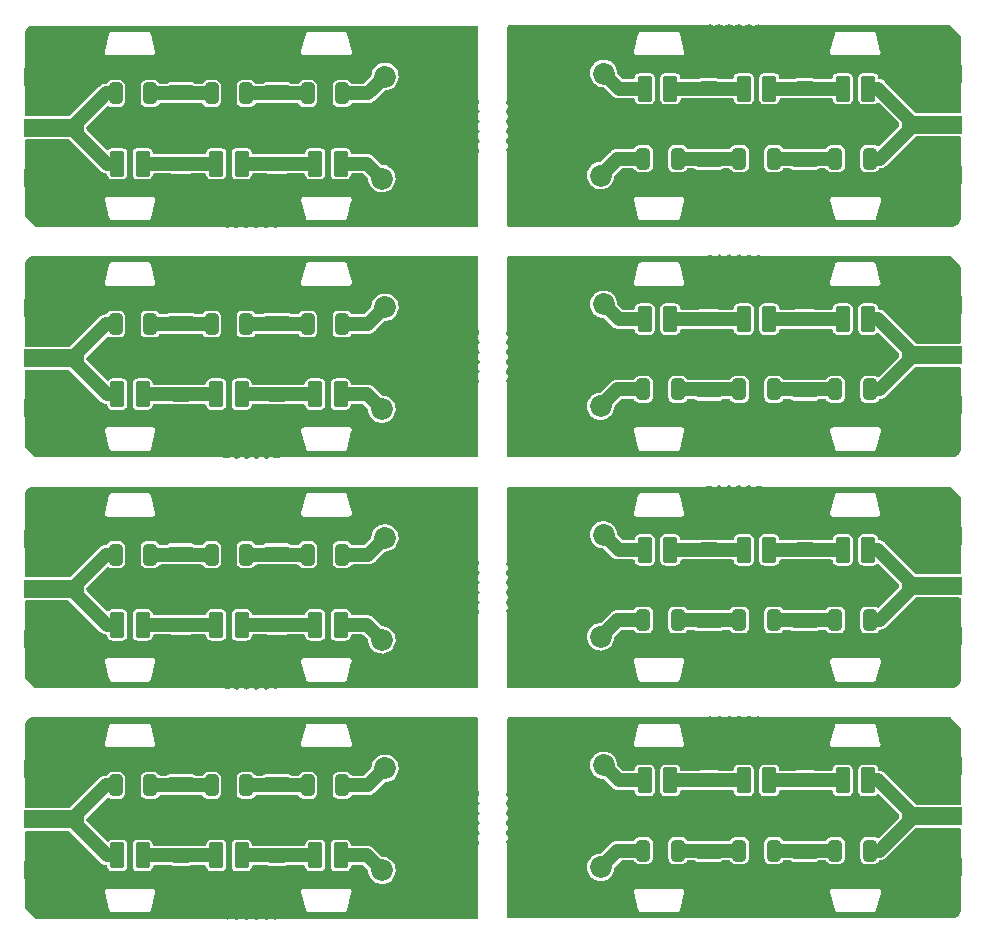
<source format=gbr>
%TF.GenerationSoftware,KiCad,Pcbnew,(6.0.10)*%
%TF.CreationDate,2023-02-03T22:17:49+05:30*%
%TF.ProjectId,Diplexer Panel,4469706c-6578-4657-9220-50616e656c2e,rev?*%
%TF.SameCoordinates,Original*%
%TF.FileFunction,Copper,L1,Top*%
%TF.FilePolarity,Positive*%
%FSLAX46Y46*%
G04 Gerber Fmt 4.6, Leading zero omitted, Abs format (unit mm)*
G04 Created by KiCad (PCBNEW (6.0.10)) date 2023-02-03 22:17:49*
%MOMM*%
%LPD*%
G01*
G04 APERTURE LIST*
G04 Aperture macros list*
%AMRoundRect*
0 Rectangle with rounded corners*
0 $1 Rounding radius*
0 $2 $3 $4 $5 $6 $7 $8 $9 X,Y pos of 4 corners*
0 Add a 4 corners polygon primitive as box body*
4,1,4,$2,$3,$4,$5,$6,$7,$8,$9,$2,$3,0*
0 Add four circle primitives for the rounded corners*
1,1,$1+$1,$2,$3*
1,1,$1+$1,$4,$5*
1,1,$1+$1,$6,$7*
1,1,$1+$1,$8,$9*
0 Add four rect primitives between the rounded corners*
20,1,$1+$1,$2,$3,$4,$5,0*
20,1,$1+$1,$4,$5,$6,$7,0*
20,1,$1+$1,$6,$7,$8,$9,0*
20,1,$1+$1,$8,$9,$2,$3,0*%
G04 Aperture macros list end*
%TA.AperFunction,SMDPad,CuDef*%
%ADD10RoundRect,0.250000X0.325000X0.650000X-0.325000X0.650000X-0.325000X-0.650000X0.325000X-0.650000X0*%
%TD*%
%TA.AperFunction,SMDPad,CuDef*%
%ADD11RoundRect,0.250000X-0.650000X0.325000X-0.650000X-0.325000X0.650000X-0.325000X0.650000X0.325000X0*%
%TD*%
%TA.AperFunction,SMDPad,CuDef*%
%ADD12RoundRect,0.250000X-0.375000X-0.850000X0.375000X-0.850000X0.375000X0.850000X-0.375000X0.850000X0*%
%TD*%
%TA.AperFunction,ComponentPad*%
%ADD13C,2.550000*%
%TD*%
%TA.AperFunction,SMDPad,CuDef*%
%ADD14RoundRect,0.250000X-0.850000X0.375000X-0.850000X-0.375000X0.850000X-0.375000X0.850000X0.375000X0*%
%TD*%
%TA.AperFunction,SMDPad,CuDef*%
%ADD15RoundRect,0.250000X0.650000X-0.325000X0.650000X0.325000X-0.650000X0.325000X-0.650000X-0.325000X0*%
%TD*%
%TA.AperFunction,ComponentPad*%
%ADD16C,1.850000*%
%TD*%
%TA.AperFunction,SMDPad,CuDef*%
%ADD17RoundRect,0.250000X0.850000X-0.375000X0.850000X0.375000X-0.850000X0.375000X-0.850000X-0.375000X0*%
%TD*%
%TA.AperFunction,SMDPad,CuDef*%
%ADD18R,5.080000X1.500000*%
%TD*%
%TA.AperFunction,SMDPad,CuDef*%
%ADD19RoundRect,0.250000X0.375000X0.850000X-0.375000X0.850000X-0.375000X-0.850000X0.375000X-0.850000X0*%
%TD*%
%TA.AperFunction,SMDPad,CuDef*%
%ADD20RoundRect,0.250000X-0.325000X-0.650000X0.325000X-0.650000X0.325000X0.650000X-0.325000X0.650000X0*%
%TD*%
%TA.AperFunction,ViaPad*%
%ADD21C,0.800000*%
%TD*%
%TA.AperFunction,Conductor*%
%ADD22C,1.169000*%
%TD*%
%TA.AperFunction,Conductor*%
%ADD23C,0.200000*%
%TD*%
G04 APERTURE END LIST*
D10*
%TO.P,C1,1*%
%TO.N,N/C*%
X135767000Y-91580000D03*
%TO.P,C1,2*%
X132817000Y-91580000D03*
%TD*%
D11*
%TO.P,C2,1*%
%TO.N,Board_7-GND*%
X174900000Y-88167000D03*
%TO.P,C2,2*%
%TO.N,N/C*%
X174900000Y-91117000D03*
%TD*%
D12*
%TO.P,L4,1*%
%TO.N,N/C*%
X169761000Y-71640000D03*
%TO.P,L4,2*%
X171911000Y-71640000D03*
%TD*%
D13*
%TO.P,Gnd,1*%
%TO.N,Board_7-GND*%
X152167000Y-92436000D03*
X152167000Y-92436000D03*
X152167000Y-92436000D03*
%TD*%
D14*
%TO.P,L2,1*%
%TO.N,Board_6-GND*%
X122100000Y-89329000D03*
%TO.P,L2,2*%
%TO.N,N/C*%
X122100000Y-91479000D03*
%TD*%
D13*
%TO.P,Gnd,1*%
%TO.N,Board_1-GND*%
X152167000Y-33858000D03*
X152167000Y-33858000D03*
X152167000Y-33858000D03*
%TD*%
D15*
%TO.P,C2,1*%
%TO.N,Board_2-GND*%
X130228000Y-61463000D03*
%TO.P,C2,2*%
%TO.N,N/C*%
X130228000Y-58513000D03*
%TD*%
D12*
%TO.P,L3,1*%
%TO.N,N/C*%
X178143000Y-91166000D03*
%TO.P,L3,2*%
%TO.N,Board_7-RFin*%
X180293000Y-91166000D03*
%TD*%
%TO.P,L3,1*%
%TO.N,N/C*%
X178143000Y-32588000D03*
%TO.P,L3,2*%
%TO.N,Board_1-RFin*%
X180293000Y-32588000D03*
%TD*%
D13*
%TO.P,Gnd,1*%
%TO.N,Board_4-GND*%
X144833000Y-76720000D03*
X144833000Y-76720000D03*
X144833000Y-76720000D03*
%TD*%
D16*
%TO.P,2m,1*%
%TO.N,N/C*%
X157882000Y-31318000D03*
X157882000Y-31318000D03*
X157882000Y-31318000D03*
X157882000Y-31318000D03*
%TD*%
D14*
%TO.P,L2,1*%
%TO.N,Board_0-GND*%
X122100000Y-30751000D03*
%TO.P,L2,2*%
%TO.N,N/C*%
X122100000Y-32901000D03*
%TD*%
D17*
%TO.P,L1,1*%
%TO.N,Board_7-GND*%
X166772000Y-99353000D03*
%TO.P,L1,2*%
%TO.N,N/C*%
X166772000Y-97203000D03*
%TD*%
D16*
%TO.P,2m,1*%
%TO.N,N/C*%
X157882000Y-50844000D03*
X157882000Y-50844000D03*
X157882000Y-50844000D03*
X157882000Y-50844000D03*
%TD*%
D12*
%TO.P,L3,1*%
%TO.N,N/C*%
X178143000Y-52114000D03*
%TO.P,L3,2*%
%TO.N,Board_3-RFin*%
X180293000Y-52114000D03*
%TD*%
D13*
%TO.P,Gnd,1*%
%TO.N,Board_5-GND*%
X152294000Y-81546000D03*
X152294000Y-81546000D03*
%TD*%
D18*
%TO.P,2m+70cm,1*%
%TO.N,Board_3-RFin*%
X185666500Y-55162000D03*
%TO.P,2m+70cm,2*%
%TO.N,Board_3-GND*%
X185666500Y-59412000D03*
X185666500Y-50912000D03*
%TD*%
D10*
%TO.P,C2,1*%
%TO.N,N/C*%
X127639000Y-91580000D03*
%TO.P,C2,2*%
X124689000Y-91580000D03*
%TD*%
D19*
%TO.P,L5,1*%
%TO.N,N/C*%
X135621000Y-97516000D03*
%TO.P,L5,2*%
X133471000Y-97516000D03*
%TD*%
D16*
%TO.P,2m,1*%
%TO.N,N/C*%
X157882000Y-89896000D03*
X157882000Y-89896000D03*
X157882000Y-89896000D03*
X157882000Y-89896000D03*
%TD*%
D13*
%TO.P,Gnd,1*%
%TO.N,Board_7-GND*%
X152167000Y-87356000D03*
X152167000Y-87356000D03*
X152167000Y-87356000D03*
%TD*%
D16*
%TO.P,2m,1*%
%TO.N,N/C*%
X157882000Y-70370000D03*
X157882000Y-70370000D03*
X157882000Y-70370000D03*
X157882000Y-70370000D03*
%TD*%
D13*
%TO.P,Gnd,1*%
%TO.N,Board_5-GND*%
X152167000Y-67830000D03*
X152167000Y-67830000D03*
X152167000Y-67830000D03*
%TD*%
D20*
%TO.P,C1,1*%
%TO.N,N/C*%
X161233000Y-38524000D03*
%TO.P,C1,2*%
X164183000Y-38524000D03*
%TD*%
D17*
%TO.P,L2,1*%
%TO.N,Board_3-GND*%
X174900000Y-60301000D03*
%TO.P,L2,2*%
%TO.N,N/C*%
X174900000Y-58151000D03*
%TD*%
D12*
%TO.P,L5,1*%
%TO.N,N/C*%
X161379000Y-71640000D03*
%TO.P,L5,2*%
X163529000Y-71640000D03*
%TD*%
D17*
%TO.P,L1,1*%
%TO.N,Board_5-GND*%
X166772000Y-79827000D03*
%TO.P,L1,2*%
%TO.N,N/C*%
X166772000Y-77677000D03*
%TD*%
D11*
%TO.P,C2,1*%
%TO.N,Board_5-GND*%
X166772000Y-68641000D03*
%TO.P,C2,2*%
%TO.N,N/C*%
X166772000Y-71591000D03*
%TD*%
D18*
%TO.P,2m+70cm,1*%
%TO.N,Board_6-RFin*%
X111333500Y-94468000D03*
%TO.P,2m+70cm,2*%
%TO.N,Board_6-GND*%
X111333500Y-98718000D03*
X111333500Y-90218000D03*
%TD*%
D15*
%TO.P,C2,1*%
%TO.N,Board_2-GND*%
X122100000Y-61463000D03*
%TO.P,C2,2*%
%TO.N,N/C*%
X122100000Y-58513000D03*
%TD*%
D16*
%TO.P,2m,1*%
%TO.N,N/C*%
X157882000Y-70370000D03*
X157882000Y-70370000D03*
X157882000Y-70370000D03*
X157882000Y-70370000D03*
%TD*%
D13*
%TO.P,Gnd,1*%
%TO.N,Board_3-GND*%
X152167000Y-56940000D03*
X152167000Y-56940000D03*
%TD*%
%TO.P,Gnd,1*%
%TO.N,Board_0-GND*%
X144706000Y-29032000D03*
X144706000Y-29032000D03*
%TD*%
D16*
%TO.P,2m,1*%
%TO.N,N/C*%
X139118000Y-98786000D03*
X139118000Y-98786000D03*
X139118000Y-98786000D03*
X139118000Y-98786000D03*
%TD*%
D17*
%TO.P,L1,1*%
%TO.N,Board_1-GND*%
X166772000Y-40775000D03*
%TO.P,L1,2*%
%TO.N,N/C*%
X166772000Y-38625000D03*
%TD*%
D16*
%TO.P,70cm,1*%
%TO.N,N/C*%
X139372000Y-70624000D03*
X139372000Y-70624000D03*
X139372000Y-70624000D03*
X139372000Y-70624000D03*
%TD*%
D20*
%TO.P,C3,1*%
%TO.N,N/C*%
X177489000Y-38524000D03*
%TO.P,C3,2*%
%TO.N,Board_1-RFin*%
X180439000Y-38524000D03*
%TD*%
D13*
%TO.P,Gnd,1*%
%TO.N,Board_5-GND*%
X152167000Y-76466000D03*
X152167000Y-76466000D03*
%TD*%
D16*
%TO.P,70cm,1*%
%TO.N,N/C*%
X139372000Y-31572000D03*
X139372000Y-31572000D03*
X139372000Y-31572000D03*
X139372000Y-31572000D03*
%TD*%
%TO.P,2m,1*%
%TO.N,N/C*%
X157882000Y-89896000D03*
X157882000Y-89896000D03*
X157882000Y-89896000D03*
X157882000Y-89896000D03*
%TD*%
D20*
%TO.P,C2,1*%
%TO.N,N/C*%
X169361000Y-58050000D03*
%TO.P,C2,2*%
X172311000Y-58050000D03*
%TD*%
D16*
%TO.P,2m,1*%
%TO.N,N/C*%
X139118000Y-98786000D03*
X139118000Y-98786000D03*
X139118000Y-98786000D03*
X139118000Y-98786000D03*
%TD*%
D19*
%TO.P,L4,1*%
%TO.N,N/C*%
X127239000Y-97516000D03*
%TO.P,L4,2*%
X125089000Y-97516000D03*
%TD*%
%TO.P,L3,1*%
%TO.N,N/C*%
X118857000Y-38938000D03*
%TO.P,L3,2*%
%TO.N,Board_0-RFin*%
X116707000Y-38938000D03*
%TD*%
D13*
%TO.P,Gnd,1*%
%TO.N,Board_2-GND*%
X144833000Y-57194000D03*
X144833000Y-57194000D03*
X144833000Y-57194000D03*
%TD*%
D11*
%TO.P,C2,1*%
%TO.N,Board_5-GND*%
X174900000Y-68641000D03*
%TO.P,C2,2*%
%TO.N,N/C*%
X174900000Y-71591000D03*
%TD*%
D10*
%TO.P,C3,1*%
%TO.N,N/C*%
X119511000Y-33002000D03*
%TO.P,C3,2*%
%TO.N,Board_0-RFin*%
X116561000Y-33002000D03*
%TD*%
D20*
%TO.P,C1,1*%
%TO.N,N/C*%
X161233000Y-97102000D03*
%TO.P,C1,2*%
X164183000Y-97102000D03*
%TD*%
D13*
%TO.P,Gnd,1*%
%TO.N,Board_1-GND*%
X152167000Y-37414000D03*
X152167000Y-37414000D03*
%TD*%
D16*
%TO.P,70cm,1*%
%TO.N,N/C*%
X139372000Y-51098000D03*
X139372000Y-51098000D03*
X139372000Y-51098000D03*
X139372000Y-51098000D03*
%TD*%
%TO.P,2m,1*%
%TO.N,N/C*%
X157882000Y-31318000D03*
X157882000Y-31318000D03*
X157882000Y-31318000D03*
X157882000Y-31318000D03*
%TD*%
D15*
%TO.P,C2,1*%
%TO.N,Board_6-GND*%
X130228000Y-100515000D03*
%TO.P,C2,2*%
%TO.N,N/C*%
X130228000Y-97565000D03*
%TD*%
D16*
%TO.P,70cm,1*%
%TO.N,N/C*%
X157628000Y-79006000D03*
X157628000Y-79006000D03*
X157628000Y-79006000D03*
X157628000Y-79006000D03*
%TD*%
D13*
%TO.P,Gnd,1*%
%TO.N,Board_2-GND*%
X144833000Y-53638000D03*
X144833000Y-53638000D03*
%TD*%
D16*
%TO.P,2m,1*%
%TO.N,N/C*%
X139118000Y-59734000D03*
X139118000Y-59734000D03*
X139118000Y-59734000D03*
X139118000Y-59734000D03*
%TD*%
D18*
%TO.P,2m+70cm,1*%
%TO.N,Board_1-RFin*%
X185666500Y-35636000D03*
%TO.P,2m+70cm,2*%
%TO.N,Board_1-GND*%
X185666500Y-31386000D03*
X185666500Y-39886000D03*
%TD*%
D12*
%TO.P,L5,1*%
%TO.N,N/C*%
X161379000Y-32588000D03*
%TO.P,L5,2*%
X163529000Y-32588000D03*
%TD*%
D13*
%TO.P,Gnd,1*%
%TO.N,Board_1-GND*%
X152294000Y-42494000D03*
X152294000Y-42494000D03*
%TD*%
D15*
%TO.P,C2,1*%
%TO.N,Board_6-GND*%
X122100000Y-100515000D03*
%TO.P,C2,2*%
%TO.N,N/C*%
X122100000Y-97565000D03*
%TD*%
D16*
%TO.P,2m,1*%
%TO.N,N/C*%
X139118000Y-40208000D03*
X139118000Y-40208000D03*
X139118000Y-40208000D03*
X139118000Y-40208000D03*
%TD*%
D13*
%TO.P,Gnd,1*%
%TO.N,Board_3-GND*%
X152294000Y-62020000D03*
X152294000Y-62020000D03*
%TD*%
D12*
%TO.P,L4,1*%
%TO.N,N/C*%
X169761000Y-91166000D03*
%TO.P,L4,2*%
X171911000Y-91166000D03*
%TD*%
D10*
%TO.P,C3,1*%
%TO.N,N/C*%
X119511000Y-52528000D03*
%TO.P,C3,2*%
%TO.N,Board_2-RFin*%
X116561000Y-52528000D03*
%TD*%
D16*
%TO.P,70cm,1*%
%TO.N,N/C*%
X157628000Y-59480000D03*
X157628000Y-59480000D03*
X157628000Y-59480000D03*
X157628000Y-59480000D03*
%TD*%
D15*
%TO.P,C2,1*%
%TO.N,Board_4-GND*%
X130228000Y-80989000D03*
%TO.P,C2,2*%
%TO.N,N/C*%
X130228000Y-78039000D03*
%TD*%
%TO.P,C2,1*%
%TO.N,Board_0-GND*%
X122100000Y-41937000D03*
%TO.P,C2,2*%
%TO.N,N/C*%
X122100000Y-38987000D03*
%TD*%
D10*
%TO.P,C3,1*%
%TO.N,N/C*%
X119511000Y-72054000D03*
%TO.P,C3,2*%
%TO.N,Board_4-RFin*%
X116561000Y-72054000D03*
%TD*%
D16*
%TO.P,2m,1*%
%TO.N,N/C*%
X139118000Y-79260000D03*
X139118000Y-79260000D03*
X139118000Y-79260000D03*
X139118000Y-79260000D03*
%TD*%
%TO.P,2m,1*%
%TO.N,N/C*%
X139118000Y-79260000D03*
X139118000Y-79260000D03*
X139118000Y-79260000D03*
X139118000Y-79260000D03*
%TD*%
D12*
%TO.P,L5,1*%
%TO.N,N/C*%
X161379000Y-52114000D03*
%TO.P,L5,2*%
X163529000Y-52114000D03*
%TD*%
D13*
%TO.P,Gnd,1*%
%TO.N,Board_6-GND*%
X144833000Y-92690000D03*
X144833000Y-92690000D03*
%TD*%
D14*
%TO.P,L2,1*%
%TO.N,Board_2-GND*%
X122100000Y-50277000D03*
%TO.P,L2,2*%
%TO.N,N/C*%
X122100000Y-52427000D03*
%TD*%
D18*
%TO.P,2m+70cm,1*%
%TO.N,Board_5-RFin*%
X185666500Y-74688000D03*
%TO.P,2m+70cm,2*%
%TO.N,Board_5-GND*%
X185666500Y-78938000D03*
X185666500Y-70438000D03*
%TD*%
D13*
%TO.P,Gnd,1*%
%TO.N,Board_3-GND*%
X152167000Y-48304000D03*
X152167000Y-48304000D03*
X152167000Y-48304000D03*
%TD*%
D14*
%TO.P,L2,1*%
%TO.N,Board_4-GND*%
X122100000Y-69803000D03*
%TO.P,L2,2*%
%TO.N,N/C*%
X122100000Y-71953000D03*
%TD*%
D10*
%TO.P,C2,1*%
%TO.N,N/C*%
X127639000Y-72054000D03*
%TO.P,C2,2*%
X124689000Y-72054000D03*
%TD*%
D11*
%TO.P,C2,1*%
%TO.N,Board_7-GND*%
X166772000Y-88167000D03*
%TO.P,C2,2*%
%TO.N,N/C*%
X166772000Y-91117000D03*
%TD*%
D13*
%TO.P,Gnd,1*%
%TO.N,Board_6-GND*%
X144706000Y-87610000D03*
X144706000Y-87610000D03*
%TD*%
D15*
%TO.P,C2,1*%
%TO.N,Board_0-GND*%
X130228000Y-41937000D03*
%TO.P,C2,2*%
%TO.N,N/C*%
X130228000Y-38987000D03*
%TD*%
D13*
%TO.P,Gnd,1*%
%TO.N,Board_2-GND*%
X144706000Y-48558000D03*
X144706000Y-48558000D03*
%TD*%
D19*
%TO.P,L4,1*%
%TO.N,N/C*%
X127239000Y-38938000D03*
%TO.P,L4,2*%
X125089000Y-38938000D03*
%TD*%
D17*
%TO.P,L2,1*%
%TO.N,Board_1-GND*%
X174900000Y-40775000D03*
%TO.P,L2,2*%
%TO.N,N/C*%
X174900000Y-38625000D03*
%TD*%
D20*
%TO.P,C3,1*%
%TO.N,N/C*%
X177489000Y-97102000D03*
%TO.P,C3,2*%
%TO.N,Board_7-RFin*%
X180439000Y-97102000D03*
%TD*%
D16*
%TO.P,2m,1*%
%TO.N,N/C*%
X139118000Y-40208000D03*
X139118000Y-40208000D03*
X139118000Y-40208000D03*
X139118000Y-40208000D03*
%TD*%
D18*
%TO.P,2m+70cm,1*%
%TO.N,Board_7-RFin*%
X185666500Y-94214000D03*
%TO.P,2m+70cm,2*%
%TO.N,Board_7-GND*%
X185666500Y-98464000D03*
X185666500Y-89964000D03*
%TD*%
%TO.P,2m+70cm,1*%
%TO.N,Board_0-RFin*%
X111333500Y-35890000D03*
%TO.P,2m+70cm,2*%
%TO.N,Board_0-GND*%
X111333500Y-40140000D03*
X111333500Y-31640000D03*
%TD*%
D12*
%TO.P,L5,1*%
%TO.N,N/C*%
X161379000Y-91166000D03*
%TO.P,L5,2*%
X163529000Y-91166000D03*
%TD*%
D13*
%TO.P,Gnd,1*%
%TO.N,Board_0-GND*%
X144833000Y-34112000D03*
X144833000Y-34112000D03*
%TD*%
D20*
%TO.P,C1,1*%
%TO.N,N/C*%
X161233000Y-77576000D03*
%TO.P,C1,2*%
X164183000Y-77576000D03*
%TD*%
D17*
%TO.P,L2,1*%
%TO.N,Board_5-GND*%
X174900000Y-79827000D03*
%TO.P,L2,2*%
%TO.N,N/C*%
X174900000Y-77677000D03*
%TD*%
D13*
%TO.P,Gnd,1*%
%TO.N,Board_4-GND*%
X144833000Y-81800000D03*
X144833000Y-81800000D03*
X144833000Y-81800000D03*
%TD*%
%TO.P,Gnd,1*%
%TO.N,Board_2-GND*%
X144833000Y-62274000D03*
X144833000Y-62274000D03*
X144833000Y-62274000D03*
%TD*%
%TO.P,Gnd,1*%
%TO.N,Board_0-GND*%
X144833000Y-42748000D03*
X144833000Y-42748000D03*
X144833000Y-42748000D03*
%TD*%
%TO.P,Gnd,1*%
%TO.N,Board_7-GND*%
X152167000Y-95992000D03*
X152167000Y-95992000D03*
%TD*%
%TO.P,Gnd,1*%
%TO.N,Board_3-GND*%
X152167000Y-53384000D03*
X152167000Y-53384000D03*
X152167000Y-53384000D03*
%TD*%
D16*
%TO.P,70cm,1*%
%TO.N,N/C*%
X157628000Y-39954000D03*
X157628000Y-39954000D03*
X157628000Y-39954000D03*
X157628000Y-39954000D03*
%TD*%
D10*
%TO.P,C1,1*%
%TO.N,N/C*%
X135767000Y-33002000D03*
%TO.P,C1,2*%
X132817000Y-33002000D03*
%TD*%
D13*
%TO.P,Gnd,1*%
%TO.N,Board_7-GND*%
X152294000Y-101072000D03*
X152294000Y-101072000D03*
%TD*%
D19*
%TO.P,L3,1*%
%TO.N,N/C*%
X118857000Y-77990000D03*
%TO.P,L3,2*%
%TO.N,Board_4-RFin*%
X116707000Y-77990000D03*
%TD*%
D11*
%TO.P,C2,1*%
%TO.N,Board_1-GND*%
X166772000Y-29589000D03*
%TO.P,C2,2*%
%TO.N,N/C*%
X166772000Y-32539000D03*
%TD*%
D10*
%TO.P,C2,1*%
%TO.N,N/C*%
X127639000Y-33002000D03*
%TO.P,C2,2*%
X124689000Y-33002000D03*
%TD*%
D13*
%TO.P,Gnd,1*%
%TO.N,Board_6-GND*%
X144833000Y-101326000D03*
X144833000Y-101326000D03*
X144833000Y-101326000D03*
%TD*%
D19*
%TO.P,L5,1*%
%TO.N,N/C*%
X135621000Y-38938000D03*
%TO.P,L5,2*%
X133471000Y-38938000D03*
%TD*%
D14*
%TO.P,L1,1*%
%TO.N,Board_0-GND*%
X130228000Y-30751000D03*
%TO.P,L1,2*%
%TO.N,N/C*%
X130228000Y-32901000D03*
%TD*%
D19*
%TO.P,L3,1*%
%TO.N,N/C*%
X118857000Y-58464000D03*
%TO.P,L3,2*%
%TO.N,Board_2-RFin*%
X116707000Y-58464000D03*
%TD*%
D20*
%TO.P,C3,1*%
%TO.N,N/C*%
X177489000Y-58050000D03*
%TO.P,C3,2*%
%TO.N,Board_3-RFin*%
X180439000Y-58050000D03*
%TD*%
D12*
%TO.P,L4,1*%
%TO.N,N/C*%
X169761000Y-52114000D03*
%TO.P,L4,2*%
X171911000Y-52114000D03*
%TD*%
D19*
%TO.P,L4,1*%
%TO.N,N/C*%
X127239000Y-77990000D03*
%TO.P,L4,2*%
X125089000Y-77990000D03*
%TD*%
D14*
%TO.P,L1,1*%
%TO.N,Board_2-GND*%
X130228000Y-50277000D03*
%TO.P,L1,2*%
%TO.N,N/C*%
X130228000Y-52427000D03*
%TD*%
D16*
%TO.P,2m,1*%
%TO.N,N/C*%
X157882000Y-50844000D03*
X157882000Y-50844000D03*
X157882000Y-50844000D03*
X157882000Y-50844000D03*
%TD*%
D15*
%TO.P,C2,1*%
%TO.N,Board_4-GND*%
X122100000Y-80989000D03*
%TO.P,C2,2*%
%TO.N,N/C*%
X122100000Y-78039000D03*
%TD*%
D12*
%TO.P,L3,1*%
%TO.N,N/C*%
X178143000Y-71640000D03*
%TO.P,L3,2*%
%TO.N,Board_5-RFin*%
X180293000Y-71640000D03*
%TD*%
D16*
%TO.P,2m,1*%
%TO.N,N/C*%
X139118000Y-59734000D03*
X139118000Y-59734000D03*
X139118000Y-59734000D03*
X139118000Y-59734000D03*
%TD*%
D20*
%TO.P,C1,1*%
%TO.N,N/C*%
X161233000Y-58050000D03*
%TO.P,C1,2*%
X164183000Y-58050000D03*
%TD*%
D11*
%TO.P,C2,1*%
%TO.N,Board_1-GND*%
X174900000Y-29589000D03*
%TO.P,C2,2*%
%TO.N,N/C*%
X174900000Y-32539000D03*
%TD*%
D20*
%TO.P,C3,1*%
%TO.N,N/C*%
X177489000Y-77576000D03*
%TO.P,C3,2*%
%TO.N,Board_5-RFin*%
X180439000Y-77576000D03*
%TD*%
D10*
%TO.P,C2,1*%
%TO.N,N/C*%
X127639000Y-52528000D03*
%TO.P,C2,2*%
X124689000Y-52528000D03*
%TD*%
D13*
%TO.P,Gnd,1*%
%TO.N,Board_1-GND*%
X152167000Y-28778000D03*
X152167000Y-28778000D03*
X152167000Y-28778000D03*
%TD*%
D19*
%TO.P,L3,1*%
%TO.N,N/C*%
X118857000Y-97516000D03*
%TO.P,L3,2*%
%TO.N,Board_6-RFin*%
X116707000Y-97516000D03*
%TD*%
D13*
%TO.P,Gnd,1*%
%TO.N,Board_5-GND*%
X152167000Y-72910000D03*
X152167000Y-72910000D03*
X152167000Y-72910000D03*
%TD*%
D16*
%TO.P,70cm,1*%
%TO.N,N/C*%
X157628000Y-98532000D03*
X157628000Y-98532000D03*
X157628000Y-98532000D03*
X157628000Y-98532000D03*
%TD*%
D10*
%TO.P,C1,1*%
%TO.N,N/C*%
X135767000Y-72054000D03*
%TO.P,C1,2*%
X132817000Y-72054000D03*
%TD*%
D17*
%TO.P,L1,1*%
%TO.N,Board_3-GND*%
X166772000Y-60301000D03*
%TO.P,L1,2*%
%TO.N,N/C*%
X166772000Y-58151000D03*
%TD*%
D19*
%TO.P,L4,1*%
%TO.N,N/C*%
X127239000Y-58464000D03*
%TO.P,L4,2*%
X125089000Y-58464000D03*
%TD*%
D13*
%TO.P,Gnd,1*%
%TO.N,Board_4-GND*%
X144833000Y-73164000D03*
X144833000Y-73164000D03*
%TD*%
%TO.P,Gnd,1*%
%TO.N,Board_6-GND*%
X144833000Y-96246000D03*
X144833000Y-96246000D03*
X144833000Y-96246000D03*
%TD*%
D10*
%TO.P,C3,1*%
%TO.N,N/C*%
X119511000Y-91580000D03*
%TO.P,C3,2*%
%TO.N,Board_6-RFin*%
X116561000Y-91580000D03*
%TD*%
D19*
%TO.P,L5,1*%
%TO.N,N/C*%
X135621000Y-77990000D03*
%TO.P,L5,2*%
X133471000Y-77990000D03*
%TD*%
D14*
%TO.P,L1,1*%
%TO.N,Board_6-GND*%
X130228000Y-89329000D03*
%TO.P,L1,2*%
%TO.N,N/C*%
X130228000Y-91479000D03*
%TD*%
D11*
%TO.P,C2,1*%
%TO.N,Board_3-GND*%
X174900000Y-49115000D03*
%TO.P,C2,2*%
%TO.N,N/C*%
X174900000Y-52065000D03*
%TD*%
D16*
%TO.P,70cm,1*%
%TO.N,N/C*%
X139372000Y-90150000D03*
X139372000Y-90150000D03*
X139372000Y-90150000D03*
X139372000Y-90150000D03*
%TD*%
D20*
%TO.P,C2,1*%
%TO.N,N/C*%
X169361000Y-97102000D03*
%TO.P,C2,2*%
X172311000Y-97102000D03*
%TD*%
D14*
%TO.P,L1,1*%
%TO.N,Board_4-GND*%
X130228000Y-69803000D03*
%TO.P,L1,2*%
%TO.N,N/C*%
X130228000Y-71953000D03*
%TD*%
D11*
%TO.P,C2,1*%
%TO.N,Board_3-GND*%
X166772000Y-49115000D03*
%TO.P,C2,2*%
%TO.N,N/C*%
X166772000Y-52065000D03*
%TD*%
D19*
%TO.P,L5,1*%
%TO.N,N/C*%
X135621000Y-58464000D03*
%TO.P,L5,2*%
X133471000Y-58464000D03*
%TD*%
D13*
%TO.P,Gnd,1*%
%TO.N,Board_0-GND*%
X144833000Y-37668000D03*
X144833000Y-37668000D03*
X144833000Y-37668000D03*
%TD*%
D10*
%TO.P,C1,1*%
%TO.N,N/C*%
X135767000Y-52528000D03*
%TO.P,C1,2*%
X132817000Y-52528000D03*
%TD*%
D18*
%TO.P,2m+70cm,1*%
%TO.N,Board_2-RFin*%
X111333500Y-55416000D03*
%TO.P,2m+70cm,2*%
%TO.N,Board_2-GND*%
X111333500Y-59666000D03*
X111333500Y-51166000D03*
%TD*%
D20*
%TO.P,C2,1*%
%TO.N,N/C*%
X169361000Y-77576000D03*
%TO.P,C2,2*%
X172311000Y-77576000D03*
%TD*%
D13*
%TO.P,Gnd,1*%
%TO.N,Board_4-GND*%
X144706000Y-68084000D03*
X144706000Y-68084000D03*
%TD*%
D18*
%TO.P,2m+70cm,1*%
%TO.N,Board_4-RFin*%
X111333500Y-74942000D03*
%TO.P,2m+70cm,2*%
%TO.N,Board_4-GND*%
X111333500Y-79192000D03*
X111333500Y-70692000D03*
%TD*%
D20*
%TO.P,C2,1*%
%TO.N,N/C*%
X169361000Y-38524000D03*
%TO.P,C2,2*%
X172311000Y-38524000D03*
%TD*%
D17*
%TO.P,L2,1*%
%TO.N,Board_7-GND*%
X174900000Y-99353000D03*
%TO.P,L2,2*%
%TO.N,N/C*%
X174900000Y-97203000D03*
%TD*%
D12*
%TO.P,L4,1*%
%TO.N,N/C*%
X169761000Y-32588000D03*
%TO.P,L4,2*%
X171911000Y-32588000D03*
%TD*%
D21*
%TO.N,Board_7-GND*%
X182266000Y-98278000D03*
X165756000Y-95484000D03*
X182520000Y-89896000D03*
X167788000Y-95484000D03*
X180488000Y-88880000D03*
X183790000Y-96754000D03*
X173884000Y-100818000D03*
X181758000Y-94214000D03*
X167788000Y-100818000D03*
X158898000Y-99802000D03*
X159152000Y-88626000D03*
X156358000Y-97432801D03*
X175944687Y-92787819D03*
X177948000Y-88880000D03*
X164740000Y-99294000D03*
X173855313Y-92787819D03*
X156358000Y-99802000D03*
X186076000Y-92690000D03*
X186076000Y-95738000D03*
X169312000Y-94214000D03*
X169312000Y-89134000D03*
X173884000Y-86594000D03*
X163978000Y-89134000D03*
X164232000Y-94214000D03*
X160422000Y-99294000D03*
X183790000Y-91674000D03*
X172106000Y-94214000D03*
X175916000Y-86594000D03*
X167788000Y-87102000D03*
X159406000Y-95484000D03*
X172360000Y-89134000D03*
X165756000Y-87102000D03*
X172868000Y-99294000D03*
X156612000Y-88626000D03*
X159406000Y-92690000D03*
X167788000Y-92690000D03*
X173884000Y-95484000D03*
X168804000Y-99294000D03*
X175916000Y-100818000D03*
X175916000Y-95484000D03*
X176932000Y-99294000D03*
X165756000Y-100818000D03*
X180488000Y-99294000D03*
X160930000Y-89134000D03*
X177694000Y-94214000D03*
X185695000Y-90023000D03*
X161184000Y-94214000D03*
X185695000Y-98532000D03*
X165756000Y-92690000D03*
X156612000Y-91166000D03*
%TO.N,Board_6-GND*%
X114734000Y-90404000D03*
X131244000Y-93198000D03*
X114480000Y-98786000D03*
X129212000Y-93198000D03*
X116512000Y-99802000D03*
X113210000Y-91928000D03*
X123116000Y-87864000D03*
X115242000Y-94468000D03*
X129212000Y-87864000D03*
X138102000Y-88880000D03*
X137848000Y-100056000D03*
X140642000Y-91249199D03*
X121055313Y-95894181D03*
X119052000Y-99802000D03*
X132260000Y-89388000D03*
X123144687Y-95894181D03*
X140642000Y-88880000D03*
X110924000Y-95992000D03*
X110924000Y-92944000D03*
X127688000Y-94468000D03*
X127688000Y-99548000D03*
X123116000Y-102088000D03*
X133022000Y-99548000D03*
X132768000Y-94468000D03*
X136578000Y-89388000D03*
X113210000Y-97008000D03*
X124894000Y-94468000D03*
X121084000Y-102088000D03*
X129212000Y-101580000D03*
X137594000Y-93198000D03*
X124640000Y-99548000D03*
X131244000Y-101580000D03*
X124132000Y-89388000D03*
X140388000Y-100056000D03*
X137594000Y-95992000D03*
X129212000Y-95992000D03*
X123116000Y-93198000D03*
X128196000Y-89388000D03*
X121084000Y-87864000D03*
X121084000Y-93198000D03*
X120068000Y-89388000D03*
X131244000Y-87864000D03*
X116512000Y-89388000D03*
X136070000Y-99548000D03*
X119306000Y-94468000D03*
X111305000Y-98659000D03*
X135816000Y-94468000D03*
X111305000Y-90150000D03*
X131244000Y-95992000D03*
X140388000Y-97516000D03*
%TO.N,Board_5-GND*%
X182266000Y-78752000D03*
X165756000Y-75958000D03*
X182520000Y-70370000D03*
X167788000Y-75958000D03*
X180488000Y-69354000D03*
X183790000Y-77228000D03*
X173884000Y-81292000D03*
X181758000Y-74688000D03*
X167788000Y-81292000D03*
X158898000Y-80276000D03*
X159152000Y-69100000D03*
X156358000Y-77906801D03*
X175944687Y-73261819D03*
X177948000Y-69354000D03*
X164740000Y-79768000D03*
X173855313Y-73261819D03*
X156358000Y-80276000D03*
X186076000Y-73164000D03*
X186076000Y-76212000D03*
X169312000Y-74688000D03*
X169312000Y-69608000D03*
X173884000Y-67068000D03*
X163978000Y-69608000D03*
X164232000Y-74688000D03*
X160422000Y-79768000D03*
X183790000Y-72148000D03*
X172106000Y-74688000D03*
X175916000Y-67068000D03*
X167788000Y-67576000D03*
X159406000Y-75958000D03*
X172360000Y-69608000D03*
X165756000Y-67576000D03*
X172868000Y-79768000D03*
X156612000Y-69100000D03*
X159406000Y-73164000D03*
X167788000Y-73164000D03*
X173884000Y-75958000D03*
X168804000Y-79768000D03*
X175916000Y-81292000D03*
X175916000Y-75958000D03*
X176932000Y-79768000D03*
X165756000Y-81292000D03*
X180488000Y-79768000D03*
X160930000Y-69608000D03*
X177694000Y-74688000D03*
X185695000Y-70497000D03*
X161184000Y-74688000D03*
X185695000Y-79006000D03*
X165756000Y-73164000D03*
X156612000Y-71640000D03*
%TO.N,Board_4-GND*%
X114734000Y-70878000D03*
X131244000Y-73672000D03*
X114480000Y-79260000D03*
X129212000Y-73672000D03*
X116512000Y-80276000D03*
X113210000Y-72402000D03*
X123116000Y-68338000D03*
X115242000Y-74942000D03*
X129212000Y-68338000D03*
X138102000Y-69354000D03*
X137848000Y-80530000D03*
X140642000Y-71723199D03*
X121055313Y-76368181D03*
X119052000Y-80276000D03*
X132260000Y-69862000D03*
X123144687Y-76368181D03*
X140642000Y-69354000D03*
X110924000Y-76466000D03*
X110924000Y-73418000D03*
X127688000Y-74942000D03*
X127688000Y-80022000D03*
X123116000Y-82562000D03*
X133022000Y-80022000D03*
X132768000Y-74942000D03*
X136578000Y-69862000D03*
X113210000Y-77482000D03*
X124894000Y-74942000D03*
X121084000Y-82562000D03*
X129212000Y-82054000D03*
X137594000Y-73672000D03*
X124640000Y-80022000D03*
X131244000Y-82054000D03*
X124132000Y-69862000D03*
X140388000Y-80530000D03*
X137594000Y-76466000D03*
X129212000Y-76466000D03*
X123116000Y-73672000D03*
X128196000Y-69862000D03*
X121084000Y-68338000D03*
X121084000Y-73672000D03*
X120068000Y-69862000D03*
X131244000Y-68338000D03*
X116512000Y-69862000D03*
X136070000Y-80022000D03*
X119306000Y-74942000D03*
X111305000Y-79133000D03*
X135816000Y-74942000D03*
X111305000Y-70624000D03*
X131244000Y-76466000D03*
X140388000Y-77990000D03*
%TO.N,Board_3-GND*%
X182266000Y-59226000D03*
X165756000Y-56432000D03*
X182520000Y-50844000D03*
X167788000Y-56432000D03*
X180488000Y-49828000D03*
X183790000Y-57702000D03*
X173884000Y-61766000D03*
X181758000Y-55162000D03*
X167788000Y-61766000D03*
X158898000Y-60750000D03*
X159152000Y-49574000D03*
X156358000Y-58380801D03*
X175944687Y-53735819D03*
X177948000Y-49828000D03*
X164740000Y-60242000D03*
X173855313Y-53735819D03*
X156358000Y-60750000D03*
X186076000Y-53638000D03*
X186076000Y-56686000D03*
X169312000Y-55162000D03*
X169312000Y-50082000D03*
X173884000Y-47542000D03*
X163978000Y-50082000D03*
X164232000Y-55162000D03*
X160422000Y-60242000D03*
X183790000Y-52622000D03*
X172106000Y-55162000D03*
X175916000Y-47542000D03*
X167788000Y-48050000D03*
X159406000Y-56432000D03*
X172360000Y-50082000D03*
X165756000Y-48050000D03*
X172868000Y-60242000D03*
X156612000Y-49574000D03*
X159406000Y-53638000D03*
X167788000Y-53638000D03*
X173884000Y-56432000D03*
X168804000Y-60242000D03*
X175916000Y-61766000D03*
X175916000Y-56432000D03*
X176932000Y-60242000D03*
X165756000Y-61766000D03*
X180488000Y-60242000D03*
X160930000Y-50082000D03*
X177694000Y-55162000D03*
X185695000Y-50971000D03*
X161184000Y-55162000D03*
X185695000Y-59480000D03*
X165756000Y-53638000D03*
X156612000Y-52114000D03*
%TO.N,Board_2-GND*%
X114734000Y-51352000D03*
X131244000Y-54146000D03*
X114480000Y-59734000D03*
X129212000Y-54146000D03*
X116512000Y-60750000D03*
X113210000Y-52876000D03*
X123116000Y-48812000D03*
X115242000Y-55416000D03*
X129212000Y-48812000D03*
X138102000Y-49828000D03*
X137848000Y-61004000D03*
X140642000Y-52197199D03*
X121055313Y-56842181D03*
X119052000Y-60750000D03*
X132260000Y-50336000D03*
X123144687Y-56842181D03*
X140642000Y-49828000D03*
X110924000Y-56940000D03*
X110924000Y-53892000D03*
X127688000Y-55416000D03*
X127688000Y-60496000D03*
X123116000Y-63036000D03*
X133022000Y-60496000D03*
X132768000Y-55416000D03*
X136578000Y-50336000D03*
X113210000Y-57956000D03*
X124894000Y-55416000D03*
X121084000Y-63036000D03*
X129212000Y-62528000D03*
X137594000Y-54146000D03*
X124640000Y-60496000D03*
X131244000Y-62528000D03*
X124132000Y-50336000D03*
X140388000Y-61004000D03*
X137594000Y-56940000D03*
X129212000Y-56940000D03*
X123116000Y-54146000D03*
X128196000Y-50336000D03*
X121084000Y-48812000D03*
X121084000Y-54146000D03*
X120068000Y-50336000D03*
X131244000Y-48812000D03*
X116512000Y-50336000D03*
X136070000Y-60496000D03*
X119306000Y-55416000D03*
X111305000Y-59607000D03*
X135816000Y-55416000D03*
X111305000Y-51098000D03*
X131244000Y-56940000D03*
X140388000Y-58464000D03*
%TO.N,Board_1-GND*%
X182266000Y-39700000D03*
X165756000Y-36906000D03*
X182520000Y-31318000D03*
X167788000Y-36906000D03*
X180488000Y-30302000D03*
X183790000Y-38176000D03*
X173884000Y-42240000D03*
X181758000Y-35636000D03*
X167788000Y-42240000D03*
X158898000Y-41224000D03*
X159152000Y-30048000D03*
X156358000Y-38854801D03*
X175944687Y-34209819D03*
X177948000Y-30302000D03*
X164740000Y-40716000D03*
X173855313Y-34209819D03*
X156358000Y-41224000D03*
X186076000Y-34112000D03*
X186076000Y-37160000D03*
X169312000Y-35636000D03*
X169312000Y-30556000D03*
X173884000Y-28016000D03*
X163978000Y-30556000D03*
X164232000Y-35636000D03*
X160422000Y-40716000D03*
X183790000Y-33096000D03*
X172106000Y-35636000D03*
X175916000Y-28016000D03*
X167788000Y-28524000D03*
X159406000Y-36906000D03*
X172360000Y-30556000D03*
X165756000Y-28524000D03*
X172868000Y-40716000D03*
X156612000Y-30048000D03*
X159406000Y-34112000D03*
X167788000Y-34112000D03*
X173884000Y-36906000D03*
X168804000Y-40716000D03*
X175916000Y-42240000D03*
X175916000Y-36906000D03*
X176932000Y-40716000D03*
X165756000Y-42240000D03*
X180488000Y-40716000D03*
X160930000Y-30556000D03*
X177694000Y-35636000D03*
X185695000Y-31445000D03*
X161184000Y-35636000D03*
X185695000Y-39954000D03*
X165756000Y-34112000D03*
X156612000Y-32588000D03*
%TO.N,Board_0-GND*%
X114734000Y-31826000D03*
X131244000Y-34620000D03*
X114480000Y-40208000D03*
X129212000Y-34620000D03*
X116512000Y-41224000D03*
X113210000Y-33350000D03*
X123116000Y-29286000D03*
X115242000Y-35890000D03*
X129212000Y-29286000D03*
X138102000Y-30302000D03*
X137848000Y-41478000D03*
X140642000Y-32671199D03*
X121055313Y-37316181D03*
X119052000Y-41224000D03*
X132260000Y-30810000D03*
X123144687Y-37316181D03*
X140642000Y-30302000D03*
X110924000Y-37414000D03*
X110924000Y-34366000D03*
X127688000Y-35890000D03*
X127688000Y-40970000D03*
X123116000Y-43510000D03*
X133022000Y-40970000D03*
X132768000Y-35890000D03*
X136578000Y-30810000D03*
X113210000Y-38430000D03*
X124894000Y-35890000D03*
X121084000Y-43510000D03*
X129212000Y-43002000D03*
X137594000Y-34620000D03*
X124640000Y-40970000D03*
X131244000Y-43002000D03*
X124132000Y-30810000D03*
X140388000Y-41478000D03*
X137594000Y-37414000D03*
X129212000Y-37414000D03*
X123116000Y-34620000D03*
X128196000Y-30810000D03*
X121084000Y-29286000D03*
X121084000Y-34620000D03*
X120068000Y-30810000D03*
X131244000Y-29286000D03*
X116512000Y-30810000D03*
X136070000Y-40970000D03*
X119306000Y-35890000D03*
X111305000Y-40081000D03*
X135816000Y-35890000D03*
X111305000Y-31572000D03*
X131244000Y-37414000D03*
X140388000Y-38938000D03*
%TD*%
D22*
%TO.N,Board_7-RFin*%
X185793500Y-94214000D02*
X184138000Y-94214000D01*
X181250000Y-97102000D02*
X180439000Y-97102000D01*
X180293000Y-91166000D02*
X181156000Y-91166000D01*
X184138000Y-94214000D02*
X181250000Y-97102000D01*
X186047500Y-94214000D02*
X184138000Y-94214000D01*
X181156000Y-91166000D02*
X184204000Y-94214000D01*
%TO.N,Board_6-RFin*%
X111206500Y-94468000D02*
X112862000Y-94468000D01*
X115750000Y-91580000D02*
X116561000Y-91580000D01*
X116707000Y-97516000D02*
X115844000Y-97516000D01*
X112862000Y-94468000D02*
X115750000Y-91580000D01*
X110952500Y-94468000D02*
X112862000Y-94468000D01*
X115844000Y-97516000D02*
X112796000Y-94468000D01*
%TO.N,Board_5-RFin*%
X185793500Y-74688000D02*
X184138000Y-74688000D01*
X181250000Y-77576000D02*
X180439000Y-77576000D01*
X180293000Y-71640000D02*
X181156000Y-71640000D01*
X184138000Y-74688000D02*
X181250000Y-77576000D01*
X186047500Y-74688000D02*
X184138000Y-74688000D01*
X181156000Y-71640000D02*
X184204000Y-74688000D01*
%TO.N,Board_4-RFin*%
X111206500Y-74942000D02*
X112862000Y-74942000D01*
X115750000Y-72054000D02*
X116561000Y-72054000D01*
X116707000Y-77990000D02*
X115844000Y-77990000D01*
X112862000Y-74942000D02*
X115750000Y-72054000D01*
X110952500Y-74942000D02*
X112862000Y-74942000D01*
X115844000Y-77990000D02*
X112796000Y-74942000D01*
%TO.N,Board_3-RFin*%
X185793500Y-55162000D02*
X184138000Y-55162000D01*
X181250000Y-58050000D02*
X180439000Y-58050000D01*
X180293000Y-52114000D02*
X181156000Y-52114000D01*
X184138000Y-55162000D02*
X181250000Y-58050000D01*
X186047500Y-55162000D02*
X184138000Y-55162000D01*
X181156000Y-52114000D02*
X184204000Y-55162000D01*
%TO.N,Board_2-RFin*%
X111206500Y-55416000D02*
X112862000Y-55416000D01*
X115750000Y-52528000D02*
X116561000Y-52528000D01*
X116707000Y-58464000D02*
X115844000Y-58464000D01*
X112862000Y-55416000D02*
X115750000Y-52528000D01*
X110952500Y-55416000D02*
X112862000Y-55416000D01*
X115844000Y-58464000D02*
X112796000Y-55416000D01*
%TO.N,Board_1-RFin*%
X185793500Y-35636000D02*
X184138000Y-35636000D01*
X181250000Y-38524000D02*
X180439000Y-38524000D01*
X180293000Y-32588000D02*
X181156000Y-32588000D01*
X184138000Y-35636000D02*
X181250000Y-38524000D01*
X186047500Y-35636000D02*
X184138000Y-35636000D01*
X181156000Y-32588000D02*
X184204000Y-35636000D01*
%TO.N,Board_0-RFin*%
X111206500Y-35890000D02*
X112862000Y-35890000D01*
X115750000Y-33002000D02*
X116561000Y-33002000D01*
X116707000Y-38938000D02*
X115844000Y-38938000D01*
X112862000Y-35890000D02*
X115750000Y-33002000D01*
X110952500Y-35890000D02*
X112862000Y-35890000D01*
X115844000Y-38938000D02*
X112796000Y-35890000D01*
%TO.N,*%
X161233000Y-97102000D02*
X159058000Y-97102000D01*
X161233000Y-38524000D02*
X159058000Y-38524000D01*
X135767000Y-72054000D02*
X137942000Y-72054000D01*
X161233000Y-77576000D02*
X159058000Y-77576000D01*
X135767000Y-91580000D02*
X137942000Y-91580000D01*
X135767000Y-33002000D02*
X137942000Y-33002000D01*
X161233000Y-58050000D02*
X159058000Y-58050000D01*
X135767000Y-52528000D02*
X137942000Y-52528000D01*
X118857000Y-97516000D02*
X125089000Y-97516000D01*
X118857000Y-58464000D02*
X125089000Y-58464000D01*
X178143000Y-52114000D02*
X171911000Y-52114000D01*
X178143000Y-32588000D02*
X171911000Y-32588000D01*
X118857000Y-38938000D02*
X125089000Y-38938000D01*
X178143000Y-71640000D02*
X171911000Y-71640000D01*
X178143000Y-91166000D02*
X171911000Y-91166000D01*
X118857000Y-77990000D02*
X125089000Y-77990000D01*
X159058000Y-97102000D02*
X157628000Y-98532000D01*
X159058000Y-58050000D02*
X157628000Y-59480000D01*
X137942000Y-52528000D02*
X139372000Y-51098000D01*
X137942000Y-91580000D02*
X139372000Y-90150000D01*
X137942000Y-33002000D02*
X139372000Y-31572000D01*
X159058000Y-77576000D02*
X157628000Y-79006000D01*
X159058000Y-38524000D02*
X157628000Y-39954000D01*
X137942000Y-72054000D02*
X139372000Y-70624000D01*
X164183000Y-38524000D02*
X169361000Y-38524000D01*
X132817000Y-33002000D02*
X127639000Y-33002000D01*
X132817000Y-91580000D02*
X127639000Y-91580000D01*
X164183000Y-77576000D02*
X169361000Y-77576000D01*
X132817000Y-52528000D02*
X127639000Y-52528000D01*
X164183000Y-58050000D02*
X169361000Y-58050000D01*
X132817000Y-72054000D02*
X127639000Y-72054000D01*
X164183000Y-97102000D02*
X169361000Y-97102000D01*
X169667000Y-52114000D02*
X163529000Y-52114000D01*
X127333000Y-58464000D02*
X133471000Y-58464000D01*
X127333000Y-97516000D02*
X133471000Y-97516000D01*
X127333000Y-38938000D02*
X133471000Y-38938000D01*
X169667000Y-32588000D02*
X163529000Y-32588000D01*
X127333000Y-77990000D02*
X133471000Y-77990000D01*
X169667000Y-91166000D02*
X163529000Y-91166000D01*
X169667000Y-71640000D02*
X163529000Y-71640000D01*
X137848000Y-97516000D02*
X139118000Y-98786000D01*
X159152000Y-91166000D02*
X157882000Y-89896000D01*
X159152000Y-71640000D02*
X157882000Y-70370000D01*
X159152000Y-52114000D02*
X157882000Y-50844000D01*
X159152000Y-32588000D02*
X157882000Y-31318000D01*
X137848000Y-38938000D02*
X139118000Y-40208000D01*
X137848000Y-58464000D02*
X139118000Y-59734000D01*
X137848000Y-77990000D02*
X139118000Y-79260000D01*
X124689000Y-91580000D02*
X119511000Y-91580000D01*
X172311000Y-97102000D02*
X177489000Y-97102000D01*
X172311000Y-77576000D02*
X177489000Y-77576000D01*
X172311000Y-38524000D02*
X177489000Y-38524000D01*
X124689000Y-33002000D02*
X119511000Y-33002000D01*
X172311000Y-58050000D02*
X177489000Y-58050000D01*
X124689000Y-52528000D02*
X119511000Y-52528000D01*
X124689000Y-72054000D02*
X119511000Y-72054000D01*
X161184000Y-32588000D02*
X159152000Y-32588000D01*
X161184000Y-52114000D02*
X159152000Y-52114000D01*
X135816000Y-58464000D02*
X137848000Y-58464000D01*
X135816000Y-77990000D02*
X137848000Y-77990000D01*
X135816000Y-97516000D02*
X137848000Y-97516000D01*
X135816000Y-38938000D02*
X137848000Y-38938000D01*
X161184000Y-91166000D02*
X159152000Y-91166000D01*
X161184000Y-71640000D02*
X159152000Y-71640000D01*
D23*
X135722000Y-38844000D02*
X135816000Y-38938000D01*
X161278000Y-91260000D02*
X161184000Y-91166000D01*
X135722000Y-77896000D02*
X135816000Y-77990000D01*
X135722000Y-97422000D02*
X135816000Y-97516000D01*
X161278000Y-32682000D02*
X161184000Y-32588000D01*
X135722000Y-58370000D02*
X135816000Y-58464000D01*
X161278000Y-71734000D02*
X161184000Y-71640000D01*
X161278000Y-52208000D02*
X161184000Y-52114000D01*
%TD*%
%TA.AperFunction,Conductor*%
%TO.N,Board_3-GND*%
G36*
X170233719Y-46629503D02*
G01*
X170264464Y-46649528D01*
X170320054Y-46698623D01*
X170449829Y-46759553D01*
X170558675Y-46776500D01*
X170633606Y-46776500D01*
X170675005Y-46770571D01*
X170730698Y-46762596D01*
X170730701Y-46762595D01*
X170739584Y-46761323D01*
X170748899Y-46757088D01*
X170794501Y-46736354D01*
X170870094Y-46701984D01*
X170876897Y-46696122D01*
X170884456Y-46691288D01*
X170886235Y-46694070D01*
X170936218Y-46671412D01*
X170995001Y-46677105D01*
X170995738Y-46677360D01*
X170995910Y-46677438D01*
X170998093Y-46679385D01*
X171024460Y-46687809D01*
X171024500Y-46687826D01*
X171026760Y-46689743D01*
X171053310Y-46697506D01*
X171053365Y-46697528D01*
X171055667Y-46699385D01*
X171082406Y-46706491D01*
X171082462Y-46706512D01*
X171084813Y-46708313D01*
X171092140Y-46710067D01*
X171092142Y-46710068D01*
X171111714Y-46714754D01*
X171111767Y-46714772D01*
X171114157Y-46716511D01*
X171121507Y-46718080D01*
X171121516Y-46718083D01*
X171141225Y-46722290D01*
X171141274Y-46722305D01*
X171143710Y-46723987D01*
X171151111Y-46725376D01*
X171151117Y-46725378D01*
X171170904Y-46729092D01*
X171170953Y-46729106D01*
X171173425Y-46730724D01*
X171180848Y-46731928D01*
X171180855Y-46731930D01*
X171200742Y-46735156D01*
X171200793Y-46735169D01*
X171203310Y-46736730D01*
X171210777Y-46737752D01*
X171230715Y-46740481D01*
X171230771Y-46740494D01*
X171233317Y-46741987D01*
X171240780Y-46742822D01*
X171240791Y-46742824D01*
X171260824Y-46745064D01*
X171260876Y-46745075D01*
X171263466Y-46746508D01*
X171270968Y-46747159D01*
X171270972Y-46747160D01*
X171285592Y-46748429D01*
X171291028Y-46748900D01*
X171291082Y-46748910D01*
X171293705Y-46750278D01*
X171313954Y-46751532D01*
X171321326Y-46751989D01*
X171321373Y-46751996D01*
X171324029Y-46753299D01*
X171351682Y-46754326D01*
X171351733Y-46754332D01*
X171354423Y-46755570D01*
X171380646Y-46755894D01*
X171380601Y-46759523D01*
X171382006Y-46759321D01*
X171382006Y-46756500D01*
X171407903Y-46756500D01*
X171412578Y-46756587D01*
X171415321Y-46756689D01*
X171415322Y-46756689D01*
X171421923Y-46756934D01*
X171421884Y-46757973D01*
X171424416Y-46758534D01*
X171424416Y-46756500D01*
X171428834Y-46756500D01*
X171430393Y-46756510D01*
X171452376Y-46756782D01*
X171452348Y-46759024D01*
X171453788Y-46759306D01*
X171453788Y-46756500D01*
X187198333Y-46756500D01*
X187266454Y-46776502D01*
X187287429Y-46793405D01*
X188094596Y-47600573D01*
X188128621Y-47662885D01*
X188131500Y-47689668D01*
X188131500Y-54055500D01*
X188111498Y-54123621D01*
X188057842Y-54170114D01*
X188005500Y-54181500D01*
X185476007Y-54181501D01*
X184428275Y-54181501D01*
X184360154Y-54161499D01*
X184339180Y-54144596D01*
X181738902Y-51544318D01*
X181737974Y-51543381D01*
X181679288Y-51483453D01*
X181679287Y-51483452D01*
X181674363Y-51478424D01*
X181637592Y-51454726D01*
X181627243Y-51447289D01*
X181598549Y-51424383D01*
X181598542Y-51424379D01*
X181593042Y-51419988D01*
X181562545Y-51405246D01*
X181549129Y-51397716D01*
X181526597Y-51383195D01*
X181520671Y-51379376D01*
X181514051Y-51376966D01*
X181514048Y-51376965D01*
X181479558Y-51364412D01*
X181467815Y-51359452D01*
X181428424Y-51340410D01*
X181395430Y-51332793D01*
X181380682Y-51328424D01*
X181348853Y-51316839D01*
X181323327Y-51313615D01*
X181305441Y-51311355D01*
X181292887Y-51309118D01*
X181257136Y-51300864D01*
X181257137Y-51300864D01*
X181250267Y-51299278D01*
X181250478Y-51298364D01*
X181190721Y-51273042D01*
X181150705Y-51214397D01*
X181145313Y-51189184D01*
X181142970Y-51167616D01*
X181142117Y-51159759D01*
X181093803Y-51030880D01*
X181011259Y-50920741D01*
X180901120Y-50838197D01*
X180779641Y-50792657D01*
X180779636Y-50792655D01*
X180779634Y-50792655D01*
X180772241Y-50789883D01*
X180764393Y-50789030D01*
X180764391Y-50789030D01*
X180716880Y-50783869D01*
X180713483Y-50783500D01*
X180293124Y-50783500D01*
X179872518Y-50783501D01*
X179813759Y-50789883D01*
X179684880Y-50838197D01*
X179574741Y-50920741D01*
X179492197Y-51030880D01*
X179443883Y-51159759D01*
X179443030Y-51167607D01*
X179443030Y-51167609D01*
X179437948Y-51214397D01*
X179437500Y-51218517D01*
X179437501Y-53009482D01*
X179443883Y-53068241D01*
X179492197Y-53197120D01*
X179574741Y-53307259D01*
X179684880Y-53389803D01*
X179739391Y-53410238D01*
X179806364Y-53435345D01*
X179806366Y-53435345D01*
X179813759Y-53438117D01*
X179821607Y-53438970D01*
X179821609Y-53438970D01*
X179869102Y-53444129D01*
X179872517Y-53444500D01*
X180292876Y-53444500D01*
X180713482Y-53444499D01*
X180772241Y-53438117D01*
X180901120Y-53389803D01*
X181011259Y-53307259D01*
X181015105Y-53302127D01*
X181076289Y-53268721D01*
X181147104Y-53273788D01*
X181192163Y-53302747D01*
X182859095Y-54969679D01*
X182893121Y-55031991D01*
X182896000Y-55058773D01*
X182896001Y-55199224D01*
X182875999Y-55267345D01*
X182859096Y-55288320D01*
X181175024Y-56972392D01*
X181112712Y-57006418D01*
X181041897Y-57001353D01*
X181010367Y-56984125D01*
X180997120Y-56974197D01*
X180875641Y-56928657D01*
X180875636Y-56928655D01*
X180875634Y-56928655D01*
X180868241Y-56925883D01*
X180860393Y-56925030D01*
X180860391Y-56925030D01*
X180812880Y-56919869D01*
X180809483Y-56919500D01*
X180439109Y-56919500D01*
X180068518Y-56919501D01*
X180009759Y-56925883D01*
X179880880Y-56974197D01*
X179770741Y-57056741D01*
X179688197Y-57166880D01*
X179639883Y-57295759D01*
X179639030Y-57303607D01*
X179639030Y-57303609D01*
X179634566Y-57344706D01*
X179633500Y-57354517D01*
X179633500Y-57914031D01*
X179632614Y-57928948D01*
X179618863Y-58044274D01*
X179619599Y-58051277D01*
X179619599Y-58051278D01*
X179632811Y-58176980D01*
X179633501Y-58190151D01*
X179633501Y-58745482D01*
X179639883Y-58804241D01*
X179688197Y-58933120D01*
X179770741Y-59043259D01*
X179880880Y-59125803D01*
X179965958Y-59157697D01*
X180002364Y-59171345D01*
X180002366Y-59171345D01*
X180009759Y-59174117D01*
X180017607Y-59174970D01*
X180017609Y-59174970D01*
X180065102Y-59180129D01*
X180068517Y-59180500D01*
X180438891Y-59180500D01*
X180809482Y-59180499D01*
X180868241Y-59174117D01*
X180997120Y-59125803D01*
X181107259Y-59043259D01*
X181189803Y-58933120D01*
X181191216Y-58929351D01*
X181239710Y-58880965D01*
X181301291Y-58865627D01*
X181332882Y-58865958D01*
X181375636Y-58856714D01*
X181388213Y-58854654D01*
X181402177Y-58853088D01*
X181424708Y-58850561D01*
X181424710Y-58850561D01*
X181431705Y-58849776D01*
X181463693Y-58838636D01*
X181478489Y-58834477D01*
X181511596Y-58827319D01*
X181551249Y-58808828D01*
X181563055Y-58804034D01*
X181597731Y-58791959D01*
X181597733Y-58791958D01*
X181604378Y-58789644D01*
X181633103Y-58771695D01*
X181646611Y-58764361D01*
X181663359Y-58756551D01*
X181670924Y-58753024D01*
X181670926Y-58753023D01*
X181677310Y-58750046D01*
X181682878Y-58745727D01*
X181711879Y-58723231D01*
X181722337Y-58715936D01*
X181753459Y-58696489D01*
X181753461Y-58696487D01*
X181759439Y-58692752D01*
X181788471Y-58663922D01*
X181789107Y-58663326D01*
X181789777Y-58662807D01*
X181815967Y-58636617D01*
X181889179Y-58563914D01*
X181889841Y-58562871D01*
X181890956Y-58561628D01*
X184273179Y-56179405D01*
X184335491Y-56145379D01*
X184362274Y-56142500D01*
X185429337Y-56142500D01*
X188005500Y-56142499D01*
X188073621Y-56162501D01*
X188120114Y-56216157D01*
X188131500Y-56268499D01*
X188131500Y-63031460D01*
X188131459Y-63034656D01*
X188130496Y-63072611D01*
X188130175Y-63078965D01*
X188127636Y-63112311D01*
X188126994Y-63118610D01*
X188124342Y-63139436D01*
X188122771Y-63151770D01*
X188121805Y-63158076D01*
X188115915Y-63190942D01*
X188114629Y-63197199D01*
X188107072Y-63229762D01*
X188105473Y-63235939D01*
X188096279Y-63268072D01*
X188094368Y-63274161D01*
X188083570Y-63305754D01*
X188081357Y-63311731D01*
X188073061Y-63332500D01*
X188068961Y-63342764D01*
X188066443Y-63348631D01*
X188052484Y-63379010D01*
X188049673Y-63384740D01*
X188034206Y-63414350D01*
X188031108Y-63419932D01*
X188014179Y-63448690D01*
X188010803Y-63454106D01*
X187992401Y-63482028D01*
X187988758Y-63487261D01*
X187970217Y-63512513D01*
X187968992Y-63514181D01*
X187965082Y-63519233D01*
X187943957Y-63545140D01*
X187939800Y-63549982D01*
X187917414Y-63574760D01*
X187913014Y-63579389D01*
X187889374Y-63603028D01*
X187884750Y-63607423D01*
X187866186Y-63624196D01*
X187859972Y-63629810D01*
X187855133Y-63633964D01*
X187846545Y-63640967D01*
X187829258Y-63655062D01*
X187824212Y-63658968D01*
X187797251Y-63678766D01*
X187792010Y-63682414D01*
X187764121Y-63700794D01*
X187758724Y-63704158D01*
X187729892Y-63721131D01*
X187724345Y-63724209D01*
X187716942Y-63728076D01*
X187694742Y-63739672D01*
X187689015Y-63742481D01*
X187658630Y-63756443D01*
X187652766Y-63758960D01*
X187645959Y-63761678D01*
X187621728Y-63771357D01*
X187615742Y-63773574D01*
X187584158Y-63784369D01*
X187578088Y-63786274D01*
X187553748Y-63793239D01*
X187519104Y-63798100D01*
X156865945Y-63801734D01*
X149856500Y-63801734D01*
X149788379Y-63781732D01*
X149741886Y-63728076D01*
X149730500Y-63675734D01*
X149730500Y-61520373D01*
X160440499Y-61520373D01*
X160442506Y-61528401D01*
X160441641Y-61536632D01*
X160445734Y-61549228D01*
X160445734Y-61549231D01*
X160452969Y-61571498D01*
X160455374Y-61579874D01*
X160823151Y-63050983D01*
X160823467Y-63052772D01*
X160822641Y-63060632D01*
X160826733Y-63073226D01*
X160833968Y-63095495D01*
X160836372Y-63103868D01*
X160839258Y-63115410D01*
X160842154Y-63121339D01*
X160843321Y-63124538D01*
X160844780Y-63128771D01*
X160848827Y-63141228D01*
X160848829Y-63141232D01*
X160852921Y-63153825D01*
X160861781Y-63163665D01*
X160863485Y-63166616D01*
X160865586Y-63169301D01*
X160871397Y-63181197D01*
X160881547Y-63189703D01*
X160889754Y-63196581D01*
X160902459Y-63208843D01*
X160918488Y-63226645D01*
X160930593Y-63232034D01*
X160933350Y-63234037D01*
X160936351Y-63235630D01*
X160946500Y-63244136D01*
X160959231Y-63247778D01*
X160959235Y-63247780D01*
X160969531Y-63250725D01*
X160986121Y-63256756D01*
X161008006Y-63266500D01*
X161021244Y-63266500D01*
X161024575Y-63267208D01*
X161027978Y-63267444D01*
X161040710Y-63271086D01*
X161053822Y-63269235D01*
X161053825Y-63269235D01*
X161064432Y-63267737D01*
X161082046Y-63266500D01*
X164062813Y-63266500D01*
X164064630Y-63266628D01*
X164072056Y-63269336D01*
X164085263Y-63268421D01*
X164085265Y-63268421D01*
X164108638Y-63266801D01*
X164117348Y-63266500D01*
X164129229Y-63266500D01*
X164135685Y-63265128D01*
X164139084Y-63264771D01*
X164143538Y-63264383D01*
X164156599Y-63263478D01*
X164156600Y-63263478D01*
X164169811Y-63262562D01*
X164181510Y-63256352D01*
X164184787Y-63255414D01*
X164187895Y-63254030D01*
X164200847Y-63251277D01*
X164211558Y-63243496D01*
X164211559Y-63243495D01*
X164220219Y-63237203D01*
X164235199Y-63227849D01*
X164244664Y-63222824D01*
X164256359Y-63216615D01*
X164264517Y-63206187D01*
X164267128Y-63203999D01*
X164269411Y-63201463D01*
X164280122Y-63193681D01*
X164292099Y-63172936D01*
X164301978Y-63158300D01*
X164308574Y-63149868D01*
X164316735Y-63139436D01*
X164319948Y-63126585D01*
X164321443Y-63123524D01*
X164322494Y-63120290D01*
X164329116Y-63108820D01*
X164331620Y-63084994D01*
X164334692Y-63067608D01*
X164698216Y-61613510D01*
X164700621Y-61605133D01*
X164703495Y-61596287D01*
X164710116Y-61584820D01*
X164712872Y-61558599D01*
X164713420Y-61554154D01*
X164713894Y-61550800D01*
X164715494Y-61544399D01*
X164715916Y-61532518D01*
X164716527Y-61523820D01*
X164716890Y-61520373D01*
X177077499Y-61520373D01*
X177079506Y-61528401D01*
X177078641Y-61536632D01*
X177082734Y-61549228D01*
X177082734Y-61549231D01*
X177089969Y-61571498D01*
X177092374Y-61579874D01*
X177460151Y-63050983D01*
X177460467Y-63052772D01*
X177459641Y-63060632D01*
X177463733Y-63073226D01*
X177470968Y-63095495D01*
X177473372Y-63103868D01*
X177476258Y-63115410D01*
X177479154Y-63121339D01*
X177480321Y-63124538D01*
X177481780Y-63128771D01*
X177485827Y-63141228D01*
X177485829Y-63141232D01*
X177489921Y-63153825D01*
X177498781Y-63163665D01*
X177500485Y-63166616D01*
X177502586Y-63169301D01*
X177508397Y-63181197D01*
X177518547Y-63189703D01*
X177526754Y-63196581D01*
X177539459Y-63208843D01*
X177555488Y-63226645D01*
X177567593Y-63232034D01*
X177570350Y-63234037D01*
X177573351Y-63235630D01*
X177583500Y-63244136D01*
X177596231Y-63247778D01*
X177596235Y-63247780D01*
X177606531Y-63250725D01*
X177623121Y-63256756D01*
X177645006Y-63266500D01*
X177658244Y-63266500D01*
X177661575Y-63267208D01*
X177664978Y-63267444D01*
X177677710Y-63271086D01*
X177690822Y-63269235D01*
X177690825Y-63269235D01*
X177701432Y-63267737D01*
X177719046Y-63266500D01*
X180699813Y-63266500D01*
X180701630Y-63266628D01*
X180709056Y-63269336D01*
X180722263Y-63268421D01*
X180722265Y-63268421D01*
X180745638Y-63266801D01*
X180754348Y-63266500D01*
X180766229Y-63266500D01*
X180772685Y-63265128D01*
X180776084Y-63264771D01*
X180780538Y-63264383D01*
X180793599Y-63263478D01*
X180793600Y-63263478D01*
X180806811Y-63262562D01*
X180818510Y-63256352D01*
X180821787Y-63255414D01*
X180824895Y-63254030D01*
X180837847Y-63251277D01*
X180848558Y-63243496D01*
X180848559Y-63243495D01*
X180857219Y-63237203D01*
X180872199Y-63227849D01*
X180881664Y-63222824D01*
X180893359Y-63216615D01*
X180901517Y-63206187D01*
X180904128Y-63203999D01*
X180906411Y-63201463D01*
X180917122Y-63193681D01*
X180929099Y-63172936D01*
X180938978Y-63158300D01*
X180945574Y-63149868D01*
X180953735Y-63139436D01*
X180956948Y-63126585D01*
X180958443Y-63123524D01*
X180959494Y-63120290D01*
X180966116Y-63108820D01*
X180968620Y-63084994D01*
X180971692Y-63067608D01*
X181335216Y-61613510D01*
X181337621Y-61605133D01*
X181340495Y-61596287D01*
X181347116Y-61584820D01*
X181349872Y-61558599D01*
X181350420Y-61554154D01*
X181350894Y-61550800D01*
X181352494Y-61544399D01*
X181352916Y-61532518D01*
X181353527Y-61523820D01*
X181353890Y-61520373D01*
X181357359Y-61487368D01*
X181354802Y-61479498D01*
X181355096Y-61471227D01*
X181342469Y-61439918D01*
X181341385Y-61437229D01*
X181338407Y-61429037D01*
X181331172Y-61406768D01*
X181331169Y-61406762D01*
X181327079Y-61394175D01*
X181321541Y-61388024D01*
X181318446Y-61380350D01*
X181299630Y-61362156D01*
X181292096Y-61354871D01*
X181286047Y-61348603D01*
X181270373Y-61331196D01*
X181261512Y-61321355D01*
X181253950Y-61317988D01*
X181248002Y-61312237D01*
X181213555Y-61299674D01*
X181205480Y-61296408D01*
X181184093Y-61286886D01*
X181184090Y-61286885D01*
X181171994Y-61281500D01*
X181163720Y-61281500D01*
X181155944Y-61278664D01*
X181142737Y-61279579D01*
X181142735Y-61279579D01*
X181119362Y-61281199D01*
X181110652Y-61281500D01*
X177360003Y-61281500D01*
X177351292Y-61281199D01*
X177342025Y-61280557D01*
X177329290Y-61276914D01*
X177305577Y-61280262D01*
X177303190Y-61280599D01*
X177298747Y-61281146D01*
X177295379Y-61281500D01*
X177288771Y-61281500D01*
X177282308Y-61282874D01*
X177282307Y-61282874D01*
X177277142Y-61283972D01*
X177268556Y-61285489D01*
X177232263Y-61290613D01*
X177225249Y-61295002D01*
X177217153Y-61296723D01*
X177187482Y-61318281D01*
X177180272Y-61323146D01*
X177160424Y-61335565D01*
X177160421Y-61335568D01*
X177149197Y-61342591D01*
X177144574Y-61349454D01*
X177137878Y-61354319D01*
X177120279Y-61384802D01*
X177119553Y-61386059D01*
X177114937Y-61393452D01*
X177094453Y-61423862D01*
X177093021Y-61432015D01*
X177088884Y-61439180D01*
X177087500Y-61452349D01*
X177085053Y-61475630D01*
X177083843Y-61484260D01*
X177077499Y-61520373D01*
X164716890Y-61520373D01*
X164720359Y-61487368D01*
X164717802Y-61479498D01*
X164718096Y-61471227D01*
X164705469Y-61439918D01*
X164704385Y-61437229D01*
X164701407Y-61429037D01*
X164694172Y-61406768D01*
X164694169Y-61406762D01*
X164690079Y-61394175D01*
X164684541Y-61388024D01*
X164681446Y-61380350D01*
X164662630Y-61362156D01*
X164655096Y-61354871D01*
X164649047Y-61348603D01*
X164633373Y-61331196D01*
X164624512Y-61321355D01*
X164616950Y-61317988D01*
X164611002Y-61312237D01*
X164576555Y-61299674D01*
X164568480Y-61296408D01*
X164547093Y-61286886D01*
X164547090Y-61286885D01*
X164534994Y-61281500D01*
X164526720Y-61281500D01*
X164518944Y-61278664D01*
X164505737Y-61279579D01*
X164505735Y-61279579D01*
X164482362Y-61281199D01*
X164473652Y-61281500D01*
X160723003Y-61281500D01*
X160714292Y-61281199D01*
X160705025Y-61280557D01*
X160692290Y-61276914D01*
X160668577Y-61280262D01*
X160666190Y-61280599D01*
X160661747Y-61281146D01*
X160658379Y-61281500D01*
X160651771Y-61281500D01*
X160645308Y-61282874D01*
X160645307Y-61282874D01*
X160640142Y-61283972D01*
X160631556Y-61285489D01*
X160595263Y-61290613D01*
X160588249Y-61295002D01*
X160580153Y-61296723D01*
X160550482Y-61318281D01*
X160543272Y-61323146D01*
X160523424Y-61335565D01*
X160523421Y-61335568D01*
X160512197Y-61342591D01*
X160507574Y-61349454D01*
X160500878Y-61354319D01*
X160483279Y-61384802D01*
X160482553Y-61386059D01*
X160477937Y-61393452D01*
X160457453Y-61423862D01*
X160456021Y-61432015D01*
X160451884Y-61439180D01*
X160450500Y-61452349D01*
X160448053Y-61475630D01*
X160446843Y-61484260D01*
X160440499Y-61520373D01*
X149730500Y-61520373D01*
X149730500Y-59449623D01*
X156467948Y-59449623D01*
X156481837Y-59661534D01*
X156534112Y-59867366D01*
X156623021Y-60060225D01*
X156745587Y-60233652D01*
X156897705Y-60381839D01*
X156902501Y-60385044D01*
X156902504Y-60385046D01*
X157043199Y-60479055D01*
X157074281Y-60499823D01*
X157079584Y-60502101D01*
X157079587Y-60502103D01*
X157155330Y-60534645D01*
X157269401Y-60583654D01*
X157476531Y-60630522D01*
X157482305Y-60630749D01*
X157482306Y-60630749D01*
X157520455Y-60632248D01*
X157688733Y-60638860D01*
X157793817Y-60623624D01*
X157893188Y-60609216D01*
X157893193Y-60609215D01*
X157898902Y-60608387D01*
X157904366Y-60606532D01*
X157904371Y-60606531D01*
X158094526Y-60541982D01*
X158094531Y-60541980D01*
X158099998Y-60540124D01*
X158167889Y-60502103D01*
X158280248Y-60439179D01*
X158280252Y-60439176D01*
X158285286Y-60436357D01*
X158289723Y-60432667D01*
X158289727Y-60432664D01*
X158444124Y-60304253D01*
X158448562Y-60300562D01*
X158500861Y-60237679D01*
X158580664Y-60141727D01*
X158580667Y-60141723D01*
X158584357Y-60137286D01*
X158587176Y-60132252D01*
X158587179Y-60132248D01*
X158685301Y-59957039D01*
X158685301Y-59957038D01*
X158688124Y-59951998D01*
X158689980Y-59946531D01*
X158689982Y-59946526D01*
X158754531Y-59756371D01*
X158754532Y-59756366D01*
X158756387Y-59750902D01*
X158757215Y-59745193D01*
X158757216Y-59745188D01*
X158786327Y-59544407D01*
X158786860Y-59540733D01*
X158787346Y-59522173D01*
X158809125Y-59454599D01*
X158824208Y-59436376D01*
X159358679Y-58901905D01*
X159420991Y-58867879D01*
X159447774Y-58865000D01*
X160371689Y-58865000D01*
X160439810Y-58885002D01*
X160480541Y-58928702D01*
X160482197Y-58933120D01*
X160564741Y-59043259D01*
X160674880Y-59125803D01*
X160759958Y-59157697D01*
X160796364Y-59171345D01*
X160796366Y-59171345D01*
X160803759Y-59174117D01*
X160811607Y-59174970D01*
X160811609Y-59174970D01*
X160859102Y-59180129D01*
X160862517Y-59180500D01*
X161232891Y-59180500D01*
X161603482Y-59180499D01*
X161662241Y-59174117D01*
X161791120Y-59125803D01*
X161901259Y-59043259D01*
X161983803Y-58933120D01*
X162032117Y-58804241D01*
X162038500Y-58745483D01*
X162038500Y-58185969D01*
X162039386Y-58171051D01*
X162052303Y-58062719D01*
X162053137Y-58055726D01*
X162051933Y-58044274D01*
X163362863Y-58044274D01*
X163363599Y-58051277D01*
X163363599Y-58051278D01*
X163376811Y-58176980D01*
X163377501Y-58190151D01*
X163377501Y-58745482D01*
X163383883Y-58804241D01*
X163432197Y-58933120D01*
X163514741Y-59043259D01*
X163624880Y-59125803D01*
X163709958Y-59157697D01*
X163746364Y-59171345D01*
X163746366Y-59171345D01*
X163753759Y-59174117D01*
X163761607Y-59174970D01*
X163761609Y-59174970D01*
X163809102Y-59180129D01*
X163812517Y-59180500D01*
X164182891Y-59180500D01*
X164553482Y-59180499D01*
X164612241Y-59174117D01*
X164741120Y-59125803D01*
X164851259Y-59043259D01*
X164933803Y-58933120D01*
X164935384Y-58928902D01*
X164984047Y-58880346D01*
X165044311Y-58865000D01*
X165531083Y-58865000D01*
X165599204Y-58885002D01*
X165606648Y-58890174D01*
X165688880Y-58951803D01*
X165773958Y-58983697D01*
X165810364Y-58997345D01*
X165810366Y-58997345D01*
X165817759Y-59000117D01*
X165825607Y-59000970D01*
X165825609Y-59000970D01*
X165873102Y-59006129D01*
X165876517Y-59006500D01*
X166771738Y-59006500D01*
X167667482Y-59006499D01*
X167726241Y-59000117D01*
X167855120Y-58951803D01*
X167937352Y-58890174D01*
X168003859Y-58865326D01*
X168012917Y-58865000D01*
X168499689Y-58865000D01*
X168567810Y-58885002D01*
X168608541Y-58928702D01*
X168610197Y-58933120D01*
X168692741Y-59043259D01*
X168802880Y-59125803D01*
X168887958Y-59157697D01*
X168924364Y-59171345D01*
X168924366Y-59171345D01*
X168931759Y-59174117D01*
X168939607Y-59174970D01*
X168939609Y-59174970D01*
X168987102Y-59180129D01*
X168990517Y-59180500D01*
X169360891Y-59180500D01*
X169731482Y-59180499D01*
X169790241Y-59174117D01*
X169919120Y-59125803D01*
X170029259Y-59043259D01*
X170111803Y-58933120D01*
X170160117Y-58804241D01*
X170166500Y-58745483D01*
X170166500Y-58185969D01*
X170167386Y-58171051D01*
X170180303Y-58062719D01*
X170181137Y-58055726D01*
X170179933Y-58044274D01*
X171490863Y-58044274D01*
X171491599Y-58051277D01*
X171491599Y-58051278D01*
X171504811Y-58176980D01*
X171505501Y-58190151D01*
X171505501Y-58745482D01*
X171511883Y-58804241D01*
X171560197Y-58933120D01*
X171642741Y-59043259D01*
X171752880Y-59125803D01*
X171837958Y-59157697D01*
X171874364Y-59171345D01*
X171874366Y-59171345D01*
X171881759Y-59174117D01*
X171889607Y-59174970D01*
X171889609Y-59174970D01*
X171937102Y-59180129D01*
X171940517Y-59180500D01*
X172310891Y-59180500D01*
X172681482Y-59180499D01*
X172740241Y-59174117D01*
X172869120Y-59125803D01*
X172979259Y-59043259D01*
X173061803Y-58933120D01*
X173063384Y-58928902D01*
X173112047Y-58880346D01*
X173172311Y-58865000D01*
X173659083Y-58865000D01*
X173727204Y-58885002D01*
X173734648Y-58890174D01*
X173816880Y-58951803D01*
X173901958Y-58983697D01*
X173938364Y-58997345D01*
X173938366Y-58997345D01*
X173945759Y-59000117D01*
X173953607Y-59000970D01*
X173953609Y-59000970D01*
X174001102Y-59006129D01*
X174004517Y-59006500D01*
X174899738Y-59006500D01*
X175795482Y-59006499D01*
X175854241Y-59000117D01*
X175983120Y-58951803D01*
X176065352Y-58890174D01*
X176131859Y-58865326D01*
X176140917Y-58865000D01*
X176627689Y-58865000D01*
X176695810Y-58885002D01*
X176736541Y-58928702D01*
X176738197Y-58933120D01*
X176820741Y-59043259D01*
X176930880Y-59125803D01*
X177015958Y-59157697D01*
X177052364Y-59171345D01*
X177052366Y-59171345D01*
X177059759Y-59174117D01*
X177067607Y-59174970D01*
X177067609Y-59174970D01*
X177115102Y-59180129D01*
X177118517Y-59180500D01*
X177488891Y-59180500D01*
X177859482Y-59180499D01*
X177918241Y-59174117D01*
X178047120Y-59125803D01*
X178157259Y-59043259D01*
X178239803Y-58933120D01*
X178288117Y-58804241D01*
X178294500Y-58745483D01*
X178294500Y-58185969D01*
X178295386Y-58171051D01*
X178308303Y-58062719D01*
X178309137Y-58055726D01*
X178295189Y-57923020D01*
X178294499Y-57909849D01*
X178294499Y-57354518D01*
X178288117Y-57295759D01*
X178239803Y-57166880D01*
X178157259Y-57056741D01*
X178047120Y-56974197D01*
X177925641Y-56928657D01*
X177925636Y-56928655D01*
X177925634Y-56928655D01*
X177918241Y-56925883D01*
X177910393Y-56925030D01*
X177910391Y-56925030D01*
X177862880Y-56919869D01*
X177859483Y-56919500D01*
X177489109Y-56919500D01*
X177118518Y-56919501D01*
X177059759Y-56925883D01*
X176930880Y-56974197D01*
X176820741Y-57056741D01*
X176738197Y-57166880D01*
X176736616Y-57171098D01*
X176687953Y-57219654D01*
X176627689Y-57235000D01*
X173172311Y-57235000D01*
X173104190Y-57214998D01*
X173063459Y-57171298D01*
X173061803Y-57166880D01*
X172979259Y-57056741D01*
X172869120Y-56974197D01*
X172747641Y-56928657D01*
X172747636Y-56928655D01*
X172747634Y-56928655D01*
X172740241Y-56925883D01*
X172732393Y-56925030D01*
X172732391Y-56925030D01*
X172684880Y-56919869D01*
X172681483Y-56919500D01*
X172311109Y-56919500D01*
X171940518Y-56919501D01*
X171881759Y-56925883D01*
X171752880Y-56974197D01*
X171642741Y-57056741D01*
X171560197Y-57166880D01*
X171511883Y-57295759D01*
X171511030Y-57303607D01*
X171511030Y-57303609D01*
X171506566Y-57344706D01*
X171505500Y-57354517D01*
X171505500Y-57914031D01*
X171504614Y-57928948D01*
X171490863Y-58044274D01*
X170179933Y-58044274D01*
X170167189Y-57923020D01*
X170166499Y-57909849D01*
X170166499Y-57354518D01*
X170160117Y-57295759D01*
X170111803Y-57166880D01*
X170029259Y-57056741D01*
X169919120Y-56974197D01*
X169797641Y-56928657D01*
X169797636Y-56928655D01*
X169797634Y-56928655D01*
X169790241Y-56925883D01*
X169782393Y-56925030D01*
X169782391Y-56925030D01*
X169734880Y-56919869D01*
X169731483Y-56919500D01*
X169361109Y-56919500D01*
X168990518Y-56919501D01*
X168931759Y-56925883D01*
X168802880Y-56974197D01*
X168692741Y-57056741D01*
X168610197Y-57166880D01*
X168608616Y-57171098D01*
X168559953Y-57219654D01*
X168499689Y-57235000D01*
X165044311Y-57235000D01*
X164976190Y-57214998D01*
X164935459Y-57171298D01*
X164933803Y-57166880D01*
X164851259Y-57056741D01*
X164741120Y-56974197D01*
X164619641Y-56928657D01*
X164619636Y-56928655D01*
X164619634Y-56928655D01*
X164612241Y-56925883D01*
X164604393Y-56925030D01*
X164604391Y-56925030D01*
X164556880Y-56919869D01*
X164553483Y-56919500D01*
X164183109Y-56919500D01*
X163812518Y-56919501D01*
X163753759Y-56925883D01*
X163624880Y-56974197D01*
X163514741Y-57056741D01*
X163432197Y-57166880D01*
X163383883Y-57295759D01*
X163383030Y-57303607D01*
X163383030Y-57303609D01*
X163378566Y-57344706D01*
X163377500Y-57354517D01*
X163377500Y-57914031D01*
X163376614Y-57928948D01*
X163362863Y-58044274D01*
X162051933Y-58044274D01*
X162039189Y-57923020D01*
X162038499Y-57909849D01*
X162038499Y-57354518D01*
X162032117Y-57295759D01*
X161983803Y-57166880D01*
X161901259Y-57056741D01*
X161791120Y-56974197D01*
X161669641Y-56928657D01*
X161669636Y-56928655D01*
X161669634Y-56928655D01*
X161662241Y-56925883D01*
X161654393Y-56925030D01*
X161654391Y-56925030D01*
X161606880Y-56919869D01*
X161603483Y-56919500D01*
X161233109Y-56919500D01*
X160862518Y-56919501D01*
X160803759Y-56925883D01*
X160674880Y-56974197D01*
X160564741Y-57056741D01*
X160482197Y-57166880D01*
X160480616Y-57171098D01*
X160431953Y-57219654D01*
X160371689Y-57235000D01*
X159067281Y-57235000D01*
X159065962Y-57234993D01*
X158975118Y-57234042D01*
X158968240Y-57235529D01*
X158968231Y-57235530D01*
X158932360Y-57243286D01*
X158919783Y-57245346D01*
X158876295Y-57250224D01*
X158869649Y-57252539D01*
X158869642Y-57252540D01*
X158844307Y-57261363D01*
X158829510Y-57265523D01*
X158796403Y-57272681D01*
X158790023Y-57275656D01*
X158790017Y-57275658D01*
X158756745Y-57291173D01*
X158744936Y-57295968D01*
X158703622Y-57310356D01*
X158674904Y-57328301D01*
X158661386Y-57335640D01*
X158637072Y-57346978D01*
X158637068Y-57346980D01*
X158630689Y-57349955D01*
X158625129Y-57354268D01*
X158625127Y-57354269D01*
X158596119Y-57376770D01*
X158585663Y-57384064D01*
X158554535Y-57403515D01*
X158548561Y-57407248D01*
X158543563Y-57412211D01*
X158543562Y-57412212D01*
X158519529Y-57436078D01*
X158518893Y-57436674D01*
X158518223Y-57437193D01*
X158492033Y-57463383D01*
X158423257Y-57531681D01*
X158418821Y-57536086D01*
X158418159Y-57537129D01*
X158417044Y-57538372D01*
X157668647Y-58286769D01*
X157606335Y-58320795D01*
X157577903Y-58323663D01*
X157567899Y-58323532D01*
X157536952Y-58323127D01*
X157531255Y-58324106D01*
X157531254Y-58324106D01*
X157529782Y-58324359D01*
X157327653Y-58359091D01*
X157128413Y-58432595D01*
X156945905Y-58541176D01*
X156786239Y-58681199D01*
X156654765Y-58847974D01*
X156652076Y-58853085D01*
X156652074Y-58853088D01*
X156632562Y-58890174D01*
X156555884Y-59035915D01*
X156492909Y-59238729D01*
X156467948Y-59449623D01*
X149730500Y-59449623D01*
X149730500Y-57836526D01*
X149735800Y-57836526D01*
X149735637Y-57835126D01*
X149731080Y-57835182D01*
X149731079Y-57835126D01*
X149730747Y-57807944D01*
X149730751Y-57807898D01*
X149731838Y-57805196D01*
X149730843Y-57777964D01*
X149730845Y-57777923D01*
X149731868Y-57775190D01*
X149730210Y-57748002D01*
X149730212Y-57747956D01*
X149731166Y-57745203D01*
X149730112Y-57732857D01*
X149728847Y-57718057D01*
X149728847Y-57718015D01*
X149729734Y-57715240D01*
X149726755Y-57688159D01*
X149726754Y-57688112D01*
X149727574Y-57685313D01*
X149726581Y-57677944D01*
X149726581Y-57677935D01*
X149723937Y-57658317D01*
X149723935Y-57658271D01*
X149724685Y-57655459D01*
X149720391Y-57628556D01*
X149720388Y-57628509D01*
X149721071Y-57625672D01*
X149716124Y-57598887D01*
X149716120Y-57598837D01*
X149716732Y-57595988D01*
X149711134Y-57569331D01*
X149711128Y-57569284D01*
X149711671Y-57566423D01*
X149707674Y-57549451D01*
X149705426Y-57539909D01*
X149705419Y-57539859D01*
X149705892Y-57536984D01*
X149699002Y-57510627D01*
X149698995Y-57510582D01*
X149699398Y-57507694D01*
X149691871Y-57481522D01*
X149691861Y-57481468D01*
X149692193Y-57478576D01*
X149689967Y-57471489D01*
X149689966Y-57471485D01*
X149684030Y-57452586D01*
X149684020Y-57452541D01*
X149684282Y-57449640D01*
X149680728Y-57439219D01*
X149675487Y-57423856D01*
X149675476Y-57423809D01*
X149675667Y-57420899D01*
X149666248Y-57395342D01*
X149666235Y-57395291D01*
X149666355Y-57392380D01*
X149663615Y-57385470D01*
X149663614Y-57385465D01*
X149656315Y-57367055D01*
X149656301Y-57367008D01*
X149656351Y-57364095D01*
X149653001Y-57356211D01*
X149652910Y-57355428D01*
X149649769Y-57344706D01*
X149648639Y-57338905D01*
X149650928Y-57338459D01*
X149644765Y-57285694D01*
X149663231Y-57238397D01*
X149704129Y-57175299D01*
X149709015Y-57167761D01*
X149750093Y-57030405D01*
X149750448Y-56972392D01*
X149750914Y-56896017D01*
X149750969Y-56887042D01*
X149711572Y-56749195D01*
X149635070Y-56627946D01*
X149628341Y-56622003D01*
X149627146Y-56620599D01*
X149598227Y-56555758D01*
X149608955Y-56485577D01*
X149626496Y-56458646D01*
X149631037Y-56454733D01*
X149709015Y-56334428D01*
X149750093Y-56197072D01*
X149750969Y-56053709D01*
X149711572Y-55915862D01*
X149635070Y-55794613D01*
X149628341Y-55788670D01*
X149627146Y-55787266D01*
X149598227Y-55722425D01*
X149608955Y-55652244D01*
X149626496Y-55625313D01*
X149631037Y-55621400D01*
X149709015Y-55501095D01*
X149750093Y-55363739D01*
X149750969Y-55220376D01*
X149711572Y-55082529D01*
X149635070Y-54961280D01*
X149628341Y-54955338D01*
X149627146Y-54953933D01*
X149598227Y-54889092D01*
X149608955Y-54818911D01*
X149626496Y-54791979D01*
X149631037Y-54788066D01*
X149709015Y-54667761D01*
X149750093Y-54530405D01*
X149750969Y-54387042D01*
X149711572Y-54249195D01*
X149635070Y-54127946D01*
X149628341Y-54122003D01*
X149627146Y-54120599D01*
X149598227Y-54055758D01*
X149608955Y-53985577D01*
X149626496Y-53958646D01*
X149631037Y-53954733D01*
X149709015Y-53834428D01*
X149750093Y-53697072D01*
X149750969Y-53553709D01*
X149711572Y-53415862D01*
X149662332Y-53337821D01*
X149642898Y-53269536D01*
X149649642Y-53229905D01*
X149653578Y-53218367D01*
X149653597Y-53218324D01*
X149655527Y-53216138D01*
X149663689Y-53190155D01*
X149663709Y-53190109D01*
X149665583Y-53187879D01*
X149673113Y-53161697D01*
X149673130Y-53161653D01*
X149674950Y-53159378D01*
X149681839Y-53133024D01*
X149681856Y-53132977D01*
X149683622Y-53130656D01*
X149689868Y-53104141D01*
X149689882Y-53104098D01*
X149691587Y-53101739D01*
X149697185Y-53075083D01*
X149697200Y-53075035D01*
X149698850Y-53072631D01*
X149703798Y-53045842D01*
X149703812Y-53045794D01*
X149705403Y-53043350D01*
X149709697Y-53016447D01*
X149709707Y-53016409D01*
X149711236Y-53013930D01*
X149714874Y-52986932D01*
X149714885Y-52986883D01*
X149716356Y-52984365D01*
X149719335Y-52957289D01*
X149719345Y-52957240D01*
X149720751Y-52954691D01*
X149721383Y-52947291D01*
X149721385Y-52947283D01*
X149723071Y-52927552D01*
X149723080Y-52927503D01*
X149724423Y-52924921D01*
X149724875Y-52917508D01*
X149724876Y-52917502D01*
X149726082Y-52897729D01*
X149726090Y-52897678D01*
X149727372Y-52895060D01*
X149727833Y-52882463D01*
X149728367Y-52867838D01*
X149728373Y-52867794D01*
X149729588Y-52865151D01*
X149729761Y-52851035D01*
X149729903Y-52839335D01*
X149732576Y-52839368D01*
X149732659Y-52838997D01*
X149733506Y-52839188D01*
X149733334Y-52837994D01*
X149730500Y-52837994D01*
X149730500Y-52811732D01*
X149730584Y-52807132D01*
X149730693Y-52804150D01*
X149730693Y-52804149D01*
X149730934Y-52797551D01*
X149731998Y-52797590D01*
X149732556Y-52795066D01*
X149730500Y-52795066D01*
X149730500Y-52791176D01*
X149730509Y-52789639D01*
X149730778Y-52767584D01*
X149733037Y-52767612D01*
X149733314Y-52766193D01*
X149730500Y-52766193D01*
X149730500Y-50813623D01*
X156721948Y-50813623D01*
X156735837Y-51025534D01*
X156788112Y-51231366D01*
X156877021Y-51424225D01*
X156999587Y-51597652D01*
X157151705Y-51745839D01*
X157156501Y-51749044D01*
X157156504Y-51749046D01*
X157297199Y-51843055D01*
X157328281Y-51863823D01*
X157333584Y-51866101D01*
X157333587Y-51866103D01*
X157409330Y-51898645D01*
X157523401Y-51947654D01*
X157730531Y-51994522D01*
X157736305Y-51994749D01*
X157736306Y-51994749D01*
X157836773Y-51998697D01*
X157904055Y-52021359D01*
X157920920Y-52035505D01*
X158569144Y-52683729D01*
X158570072Y-52684666D01*
X158633637Y-52749576D01*
X158639553Y-52753388D01*
X158639557Y-52753392D01*
X158670408Y-52773274D01*
X158680747Y-52780702D01*
X158714958Y-52808012D01*
X158721298Y-52811077D01*
X158721300Y-52811078D01*
X158745454Y-52822754D01*
X158758871Y-52830284D01*
X158772967Y-52839368D01*
X158787329Y-52848624D01*
X158793949Y-52851034D01*
X158793952Y-52851035D01*
X158828442Y-52863588D01*
X158840182Y-52868547D01*
X158879576Y-52887590D01*
X158911931Y-52895060D01*
X158912568Y-52895207D01*
X158927316Y-52899575D01*
X158959147Y-52911161D01*
X158984673Y-52914385D01*
X159002559Y-52916645D01*
X159015115Y-52918882D01*
X159057733Y-52928722D01*
X159064778Y-52928747D01*
X159064782Y-52928747D01*
X159098635Y-52928865D01*
X159099526Y-52928895D01*
X159100360Y-52929000D01*
X159137251Y-52929000D01*
X159137691Y-52929001D01*
X159237018Y-52929348D01*
X159237025Y-52929348D01*
X159240576Y-52929360D01*
X159241785Y-52929090D01*
X159243442Y-52929000D01*
X160401704Y-52929000D01*
X160469825Y-52949002D01*
X160516318Y-53002658D01*
X160526967Y-53041394D01*
X160527264Y-53044127D01*
X160529883Y-53068241D01*
X160578197Y-53197120D01*
X160660741Y-53307259D01*
X160770880Y-53389803D01*
X160825391Y-53410238D01*
X160892364Y-53435345D01*
X160892366Y-53435345D01*
X160899759Y-53438117D01*
X160907607Y-53438970D01*
X160907609Y-53438970D01*
X160955102Y-53444129D01*
X160958517Y-53444500D01*
X161378876Y-53444500D01*
X161799482Y-53444499D01*
X161858241Y-53438117D01*
X161987120Y-53389803D01*
X162097259Y-53307259D01*
X162179803Y-53197120D01*
X162228117Y-53068241D01*
X162230503Y-53046282D01*
X162234131Y-53012880D01*
X162234500Y-53009483D01*
X162234499Y-51218518D01*
X162234499Y-51218517D01*
X162673500Y-51218517D01*
X162673501Y-53009482D01*
X162679883Y-53068241D01*
X162728197Y-53197120D01*
X162810741Y-53307259D01*
X162920880Y-53389803D01*
X162975391Y-53410238D01*
X163042364Y-53435345D01*
X163042366Y-53435345D01*
X163049759Y-53438117D01*
X163057607Y-53438970D01*
X163057609Y-53438970D01*
X163105102Y-53444129D01*
X163108517Y-53444500D01*
X163528876Y-53444500D01*
X163949482Y-53444499D01*
X164008241Y-53438117D01*
X164137120Y-53389803D01*
X164247259Y-53307259D01*
X164329803Y-53197120D01*
X164378117Y-53068241D01*
X164380503Y-53046282D01*
X164381034Y-53041391D01*
X164408277Y-52975829D01*
X164466640Y-52935403D01*
X164506297Y-52929000D01*
X168783704Y-52929000D01*
X168851825Y-52949002D01*
X168898318Y-53002658D01*
X168908967Y-53041394D01*
X168909264Y-53044127D01*
X168911883Y-53068241D01*
X168960197Y-53197120D01*
X169042741Y-53307259D01*
X169152880Y-53389803D01*
X169207391Y-53410238D01*
X169274364Y-53435345D01*
X169274366Y-53435345D01*
X169281759Y-53438117D01*
X169289607Y-53438970D01*
X169289609Y-53438970D01*
X169337102Y-53444129D01*
X169340517Y-53444500D01*
X169760876Y-53444500D01*
X170181482Y-53444499D01*
X170240241Y-53438117D01*
X170369120Y-53389803D01*
X170479259Y-53307259D01*
X170561803Y-53197120D01*
X170610117Y-53068241D01*
X170612503Y-53046282D01*
X170616131Y-53012880D01*
X170616500Y-53009483D01*
X170616499Y-51218518D01*
X170616499Y-51218517D01*
X171055500Y-51218517D01*
X171055501Y-53009482D01*
X171061883Y-53068241D01*
X171110197Y-53197120D01*
X171192741Y-53307259D01*
X171302880Y-53389803D01*
X171357391Y-53410238D01*
X171424364Y-53435345D01*
X171424366Y-53435345D01*
X171431759Y-53438117D01*
X171439607Y-53438970D01*
X171439609Y-53438970D01*
X171487102Y-53444129D01*
X171490517Y-53444500D01*
X171910876Y-53444500D01*
X172331482Y-53444499D01*
X172390241Y-53438117D01*
X172519120Y-53389803D01*
X172629259Y-53307259D01*
X172711803Y-53197120D01*
X172760117Y-53068241D01*
X172762503Y-53046282D01*
X172763034Y-53041391D01*
X172790277Y-52975829D01*
X172848640Y-52935403D01*
X172888297Y-52929000D01*
X177165704Y-52929000D01*
X177233825Y-52949002D01*
X177280318Y-53002658D01*
X177290967Y-53041394D01*
X177291264Y-53044127D01*
X177293883Y-53068241D01*
X177342197Y-53197120D01*
X177424741Y-53307259D01*
X177534880Y-53389803D01*
X177589391Y-53410238D01*
X177656364Y-53435345D01*
X177656366Y-53435345D01*
X177663759Y-53438117D01*
X177671607Y-53438970D01*
X177671609Y-53438970D01*
X177719102Y-53444129D01*
X177722517Y-53444500D01*
X178142876Y-53444500D01*
X178563482Y-53444499D01*
X178622241Y-53438117D01*
X178751120Y-53389803D01*
X178861259Y-53307259D01*
X178943803Y-53197120D01*
X178992117Y-53068241D01*
X178994503Y-53046282D01*
X178998131Y-53012880D01*
X178998500Y-53009483D01*
X178998499Y-51218518D01*
X178992117Y-51159759D01*
X178943803Y-51030880D01*
X178861259Y-50920741D01*
X178751120Y-50838197D01*
X178629641Y-50792657D01*
X178629636Y-50792655D01*
X178629634Y-50792655D01*
X178622241Y-50789883D01*
X178614393Y-50789030D01*
X178614391Y-50789030D01*
X178566880Y-50783869D01*
X178563483Y-50783500D01*
X178143124Y-50783500D01*
X177722518Y-50783501D01*
X177663759Y-50789883D01*
X177534880Y-50838197D01*
X177424741Y-50920741D01*
X177342197Y-51030880D01*
X177293883Y-51159759D01*
X177293030Y-51167607D01*
X177293030Y-51167609D01*
X177290966Y-51186609D01*
X177263723Y-51252171D01*
X177205360Y-51292597D01*
X177165703Y-51299000D01*
X175765423Y-51299000D01*
X175721194Y-51290982D01*
X175661636Y-51268655D01*
X175661634Y-51268655D01*
X175654241Y-51265883D01*
X175646393Y-51265030D01*
X175646391Y-51265030D01*
X175598880Y-51259869D01*
X175595483Y-51259500D01*
X174900204Y-51259500D01*
X174204518Y-51259501D01*
X174145759Y-51265883D01*
X174138360Y-51268657D01*
X174138359Y-51268657D01*
X174078806Y-51290982D01*
X174034577Y-51299000D01*
X172888296Y-51299000D01*
X172820175Y-51278998D01*
X172773682Y-51225342D01*
X172763033Y-51186606D01*
X172760970Y-51167616D01*
X172760117Y-51159759D01*
X172711803Y-51030880D01*
X172629259Y-50920741D01*
X172519120Y-50838197D01*
X172397641Y-50792657D01*
X172397636Y-50792655D01*
X172397634Y-50792655D01*
X172390241Y-50789883D01*
X172382393Y-50789030D01*
X172382391Y-50789030D01*
X172334880Y-50783869D01*
X172331483Y-50783500D01*
X171911124Y-50783500D01*
X171490518Y-50783501D01*
X171431759Y-50789883D01*
X171302880Y-50838197D01*
X171192741Y-50920741D01*
X171110197Y-51030880D01*
X171061883Y-51159759D01*
X171061030Y-51167607D01*
X171061030Y-51167609D01*
X171055948Y-51214397D01*
X171055500Y-51218517D01*
X170616499Y-51218517D01*
X170610117Y-51159759D01*
X170561803Y-51030880D01*
X170479259Y-50920741D01*
X170369120Y-50838197D01*
X170247641Y-50792657D01*
X170247636Y-50792655D01*
X170247634Y-50792655D01*
X170240241Y-50789883D01*
X170232393Y-50789030D01*
X170232391Y-50789030D01*
X170184880Y-50783869D01*
X170181483Y-50783500D01*
X169761124Y-50783500D01*
X169340518Y-50783501D01*
X169281759Y-50789883D01*
X169152880Y-50838197D01*
X169042741Y-50920741D01*
X168960197Y-51030880D01*
X168911883Y-51159759D01*
X168911030Y-51167607D01*
X168911030Y-51167609D01*
X168908966Y-51186609D01*
X168881723Y-51252171D01*
X168823360Y-51292597D01*
X168783703Y-51299000D01*
X167637423Y-51299000D01*
X167593194Y-51290982D01*
X167533636Y-51268655D01*
X167533634Y-51268655D01*
X167526241Y-51265883D01*
X167518393Y-51265030D01*
X167518391Y-51265030D01*
X167470880Y-51259869D01*
X167467483Y-51259500D01*
X166772204Y-51259500D01*
X166076518Y-51259501D01*
X166017759Y-51265883D01*
X166010360Y-51268657D01*
X166010359Y-51268657D01*
X165950806Y-51290982D01*
X165906577Y-51299000D01*
X164506296Y-51299000D01*
X164438175Y-51278998D01*
X164391682Y-51225342D01*
X164381033Y-51186606D01*
X164378970Y-51167616D01*
X164378117Y-51159759D01*
X164329803Y-51030880D01*
X164247259Y-50920741D01*
X164137120Y-50838197D01*
X164015641Y-50792657D01*
X164015636Y-50792655D01*
X164015634Y-50792655D01*
X164008241Y-50789883D01*
X164000393Y-50789030D01*
X164000391Y-50789030D01*
X163952880Y-50783869D01*
X163949483Y-50783500D01*
X163529124Y-50783500D01*
X163108518Y-50783501D01*
X163049759Y-50789883D01*
X162920880Y-50838197D01*
X162810741Y-50920741D01*
X162728197Y-51030880D01*
X162679883Y-51159759D01*
X162679030Y-51167607D01*
X162679030Y-51167609D01*
X162673948Y-51214397D01*
X162673500Y-51218517D01*
X162234499Y-51218517D01*
X162228117Y-51159759D01*
X162179803Y-51030880D01*
X162097259Y-50920741D01*
X161987120Y-50838197D01*
X161865641Y-50792657D01*
X161865636Y-50792655D01*
X161865634Y-50792655D01*
X161858241Y-50789883D01*
X161850393Y-50789030D01*
X161850391Y-50789030D01*
X161802880Y-50783869D01*
X161799483Y-50783500D01*
X161379124Y-50783500D01*
X160958518Y-50783501D01*
X160899759Y-50789883D01*
X160770880Y-50838197D01*
X160660741Y-50920741D01*
X160578197Y-51030880D01*
X160529883Y-51159759D01*
X160529030Y-51167607D01*
X160529030Y-51167609D01*
X160526966Y-51186609D01*
X160499723Y-51252171D01*
X160441360Y-51292597D01*
X160401703Y-51299000D01*
X159541774Y-51299000D01*
X159473653Y-51278998D01*
X159452679Y-51262095D01*
X159075454Y-50884870D01*
X159041428Y-50822558D01*
X159039078Y-50807304D01*
X159023547Y-50638279D01*
X159023546Y-50638276D01*
X159023018Y-50632525D01*
X158965373Y-50428132D01*
X158954180Y-50405433D01*
X158874001Y-50242848D01*
X158871446Y-50237667D01*
X158744382Y-50067507D01*
X158588437Y-49923353D01*
X158559628Y-49905176D01*
X158413713Y-49813110D01*
X158408833Y-49810031D01*
X158211586Y-49731338D01*
X158003300Y-49689907D01*
X157997525Y-49689831D01*
X157997521Y-49689831D01*
X157891030Y-49688437D01*
X157790952Y-49687127D01*
X157785255Y-49688106D01*
X157785254Y-49688106D01*
X157587350Y-49722112D01*
X157581653Y-49723091D01*
X157382413Y-49796595D01*
X157199905Y-49905176D01*
X157040239Y-50045199D01*
X156908765Y-50211974D01*
X156906076Y-50217085D01*
X156906074Y-50217088D01*
X156895247Y-50237667D01*
X156809884Y-50399915D01*
X156746909Y-50602729D01*
X156721948Y-50813623D01*
X149730500Y-50813623D01*
X149730500Y-49090632D01*
X160441641Y-49090632D01*
X160444198Y-49098502D01*
X160443904Y-49106773D01*
X160448858Y-49119056D01*
X160457615Y-49140771D01*
X160460593Y-49148963D01*
X160467828Y-49171232D01*
X160467831Y-49171238D01*
X160471921Y-49183825D01*
X160477459Y-49189976D01*
X160480554Y-49197650D01*
X160490073Y-49206854D01*
X160506904Y-49223129D01*
X160512953Y-49229397D01*
X160521637Y-49239041D01*
X160537488Y-49256645D01*
X160545050Y-49260012D01*
X160550998Y-49265763D01*
X160585444Y-49278325D01*
X160593520Y-49281592D01*
X160614907Y-49291114D01*
X160614910Y-49291115D01*
X160627006Y-49296500D01*
X160635280Y-49296500D01*
X160643056Y-49299336D01*
X160656263Y-49298421D01*
X160656265Y-49298421D01*
X160679638Y-49296801D01*
X160688348Y-49296500D01*
X164438995Y-49296500D01*
X164447705Y-49296801D01*
X164456978Y-49297444D01*
X164469710Y-49301086D01*
X164482822Y-49299235D01*
X164482824Y-49299235D01*
X164495810Y-49297401D01*
X164500253Y-49296854D01*
X164503621Y-49296500D01*
X164510229Y-49296500D01*
X164516692Y-49295126D01*
X164516693Y-49295126D01*
X164521858Y-49294028D01*
X164530443Y-49292511D01*
X164533148Y-49292129D01*
X164566737Y-49287387D01*
X164573751Y-49282998D01*
X164581847Y-49281277D01*
X164611518Y-49259719D01*
X164618728Y-49254854D01*
X164638576Y-49242435D01*
X164638579Y-49242432D01*
X164649803Y-49235409D01*
X164654426Y-49228546D01*
X164661122Y-49223681D01*
X164679448Y-49191940D01*
X164684063Y-49184548D01*
X164697149Y-49165121D01*
X164704547Y-49154138D01*
X164705979Y-49145985D01*
X164710116Y-49138820D01*
X164713947Y-49102369D01*
X164715157Y-49093738D01*
X164715703Y-49090632D01*
X177053241Y-49090632D01*
X177055798Y-49098502D01*
X177055504Y-49106773D01*
X177060458Y-49119056D01*
X177069215Y-49140771D01*
X177072193Y-49148963D01*
X177079428Y-49171232D01*
X177079431Y-49171238D01*
X177083521Y-49183825D01*
X177089059Y-49189976D01*
X177092154Y-49197650D01*
X177101673Y-49206854D01*
X177118504Y-49223129D01*
X177124553Y-49229397D01*
X177133237Y-49239041D01*
X177149088Y-49256645D01*
X177156650Y-49260012D01*
X177162598Y-49265763D01*
X177197044Y-49278325D01*
X177205120Y-49281592D01*
X177226507Y-49291114D01*
X177226510Y-49291115D01*
X177238606Y-49296500D01*
X177246880Y-49296500D01*
X177254656Y-49299336D01*
X177267863Y-49298421D01*
X177267865Y-49298421D01*
X177291238Y-49296801D01*
X177299948Y-49296500D01*
X181050595Y-49296500D01*
X181059305Y-49296801D01*
X181068578Y-49297444D01*
X181081310Y-49301086D01*
X181094422Y-49299235D01*
X181094424Y-49299235D01*
X181107410Y-49297401D01*
X181111853Y-49296854D01*
X181115221Y-49296500D01*
X181121829Y-49296500D01*
X181128292Y-49295126D01*
X181128293Y-49295126D01*
X181133458Y-49294028D01*
X181142043Y-49292511D01*
X181144748Y-49292129D01*
X181178337Y-49287387D01*
X181185351Y-49282998D01*
X181193447Y-49281277D01*
X181223118Y-49259719D01*
X181230328Y-49254854D01*
X181250176Y-49242435D01*
X181250179Y-49242432D01*
X181261403Y-49235409D01*
X181266026Y-49228546D01*
X181272722Y-49223681D01*
X181291048Y-49191940D01*
X181295663Y-49184548D01*
X181308749Y-49165121D01*
X181316147Y-49154138D01*
X181317579Y-49145985D01*
X181321716Y-49138820D01*
X181325547Y-49102369D01*
X181326757Y-49093738D01*
X181330810Y-49070665D01*
X181333101Y-49057626D01*
X181331094Y-49049598D01*
X181331959Y-49041368D01*
X181320629Y-49006497D01*
X181318228Y-48998133D01*
X180950449Y-47527022D01*
X180950133Y-47525232D01*
X180950959Y-47517368D01*
X180939618Y-47482462D01*
X180937231Y-47474150D01*
X180934341Y-47462590D01*
X180931440Y-47456652D01*
X180930289Y-47453496D01*
X180928829Y-47449260D01*
X180920679Y-47424175D01*
X180911818Y-47414334D01*
X180910115Y-47411384D01*
X180908015Y-47408699D01*
X180902203Y-47396802D01*
X180883846Y-47381418D01*
X180871141Y-47369156D01*
X180863977Y-47361199D01*
X180863973Y-47361196D01*
X180855112Y-47351355D01*
X180843013Y-47345969D01*
X180840257Y-47343966D01*
X180837251Y-47342370D01*
X180827100Y-47333863D01*
X180814368Y-47330221D01*
X180814366Y-47330220D01*
X180804066Y-47327274D01*
X180787471Y-47321240D01*
X180777694Y-47316887D01*
X180765594Y-47311500D01*
X180752349Y-47311500D01*
X180749018Y-47310792D01*
X180745625Y-47310557D01*
X180732890Y-47306914D01*
X180719778Y-47308765D01*
X180719775Y-47308765D01*
X180709168Y-47310263D01*
X180691554Y-47311500D01*
X177710787Y-47311500D01*
X177708970Y-47311372D01*
X177701544Y-47308664D01*
X177688337Y-47309579D01*
X177688335Y-47309579D01*
X177664962Y-47311199D01*
X177656252Y-47311500D01*
X177644371Y-47311500D01*
X177637915Y-47312872D01*
X177634516Y-47313229D01*
X177630062Y-47313617D01*
X177617001Y-47314522D01*
X177617000Y-47314522D01*
X177603789Y-47315438D01*
X177592091Y-47321648D01*
X177588816Y-47322585D01*
X177585707Y-47323969D01*
X177572753Y-47326723D01*
X177562040Y-47334507D01*
X177562039Y-47334507D01*
X177553375Y-47340802D01*
X177538396Y-47350155D01*
X177517241Y-47361386D01*
X177509083Y-47371815D01*
X177506469Y-47374005D01*
X177504190Y-47376537D01*
X177493478Y-47384319D01*
X177486857Y-47395787D01*
X177486855Y-47395789D01*
X177481495Y-47405072D01*
X177471622Y-47419699D01*
X177465025Y-47428133D01*
X177465024Y-47428135D01*
X177456865Y-47438565D01*
X177453655Y-47451409D01*
X177452156Y-47454476D01*
X177451104Y-47457715D01*
X177444484Y-47469180D01*
X177443100Y-47482349D01*
X177441980Y-47493005D01*
X177438908Y-47510394D01*
X177075384Y-48964490D01*
X177072979Y-48972867D01*
X177070105Y-48981713D01*
X177063484Y-48993180D01*
X177062100Y-49006350D01*
X177060728Y-49019401D01*
X177060180Y-49023846D01*
X177059706Y-49027200D01*
X177058106Y-49033601D01*
X177057872Y-49040193D01*
X177057684Y-49045480D01*
X177057073Y-49054174D01*
X177053241Y-49090632D01*
X164715703Y-49090632D01*
X164719210Y-49070665D01*
X164721501Y-49057626D01*
X164719494Y-49049598D01*
X164720359Y-49041368D01*
X164709029Y-49006497D01*
X164706628Y-48998133D01*
X164338849Y-47527022D01*
X164338533Y-47525232D01*
X164339359Y-47517368D01*
X164328018Y-47482462D01*
X164325631Y-47474150D01*
X164322741Y-47462590D01*
X164319840Y-47456652D01*
X164318689Y-47453496D01*
X164317229Y-47449260D01*
X164309079Y-47424175D01*
X164300218Y-47414334D01*
X164298515Y-47411384D01*
X164296415Y-47408699D01*
X164290603Y-47396802D01*
X164272246Y-47381418D01*
X164259541Y-47369156D01*
X164252377Y-47361199D01*
X164252373Y-47361196D01*
X164243512Y-47351355D01*
X164231413Y-47345969D01*
X164228657Y-47343966D01*
X164225651Y-47342370D01*
X164215500Y-47333863D01*
X164202768Y-47330221D01*
X164202766Y-47330220D01*
X164192466Y-47327274D01*
X164175871Y-47321240D01*
X164166094Y-47316887D01*
X164153994Y-47311500D01*
X164140749Y-47311500D01*
X164137418Y-47310792D01*
X164134025Y-47310557D01*
X164121290Y-47306914D01*
X164108178Y-47308765D01*
X164108175Y-47308765D01*
X164097568Y-47310263D01*
X164079954Y-47311500D01*
X161099187Y-47311500D01*
X161097370Y-47311372D01*
X161089944Y-47308664D01*
X161076737Y-47309579D01*
X161076735Y-47309579D01*
X161053362Y-47311199D01*
X161044652Y-47311500D01*
X161032771Y-47311500D01*
X161026315Y-47312872D01*
X161022916Y-47313229D01*
X161018462Y-47313617D01*
X161005401Y-47314522D01*
X161005400Y-47314522D01*
X160992189Y-47315438D01*
X160980491Y-47321648D01*
X160977216Y-47322585D01*
X160974107Y-47323969D01*
X160961153Y-47326723D01*
X160950440Y-47334507D01*
X160950439Y-47334507D01*
X160941775Y-47340802D01*
X160926796Y-47350155D01*
X160905641Y-47361386D01*
X160897483Y-47371815D01*
X160894869Y-47374005D01*
X160892590Y-47376537D01*
X160881878Y-47384319D01*
X160875257Y-47395787D01*
X160875255Y-47395789D01*
X160869895Y-47405072D01*
X160860022Y-47419699D01*
X160853425Y-47428133D01*
X160853424Y-47428135D01*
X160845265Y-47438565D01*
X160842055Y-47451409D01*
X160840556Y-47454476D01*
X160839504Y-47457715D01*
X160832884Y-47469180D01*
X160831500Y-47482349D01*
X160830380Y-47493005D01*
X160827308Y-47510394D01*
X160463784Y-48964490D01*
X160461379Y-48972867D01*
X160458505Y-48981713D01*
X160451884Y-48993180D01*
X160450500Y-49006350D01*
X160449128Y-49019401D01*
X160448580Y-49023846D01*
X160448106Y-49027200D01*
X160446506Y-49033601D01*
X160446272Y-49040193D01*
X160446084Y-49045480D01*
X160445473Y-49054174D01*
X160441641Y-49090632D01*
X149730500Y-49090632D01*
X149730500Y-46882500D01*
X149750502Y-46814379D01*
X149804158Y-46767886D01*
X149856500Y-46756500D01*
X166383495Y-46756500D01*
X166383495Y-46761797D01*
X166384919Y-46761632D01*
X166384863Y-46757088D01*
X166412525Y-46756746D01*
X166412583Y-46756751D01*
X166415328Y-46757853D01*
X166422853Y-46757574D01*
X166422858Y-46757574D01*
X166442979Y-46756827D01*
X166443032Y-46756830D01*
X166445802Y-46757863D01*
X166453315Y-46757398D01*
X166453317Y-46757398D01*
X166473419Y-46756154D01*
X166473471Y-46756156D01*
X166476267Y-46757120D01*
X166487433Y-46756151D01*
X166503835Y-46754728D01*
X166503891Y-46754728D01*
X166506715Y-46755625D01*
X166514209Y-46754787D01*
X166514212Y-46754787D01*
X166534209Y-46752551D01*
X166534263Y-46752550D01*
X166537097Y-46753374D01*
X166544539Y-46752355D01*
X166544547Y-46752355D01*
X166564509Y-46749622D01*
X166564570Y-46749619D01*
X166567431Y-46750375D01*
X166574860Y-46749170D01*
X166574862Y-46749170D01*
X166594744Y-46745945D01*
X166594792Y-46745942D01*
X166597669Y-46746625D01*
X166624875Y-46741519D01*
X166624919Y-46741515D01*
X166627820Y-46742129D01*
X166635193Y-46740555D01*
X166635195Y-46740555D01*
X166654876Y-46736354D01*
X166654930Y-46736348D01*
X166657833Y-46736888D01*
X166665143Y-46735138D01*
X166665149Y-46735137D01*
X166684741Y-46730446D01*
X166684800Y-46730438D01*
X166687723Y-46730907D01*
X166714464Y-46723800D01*
X166714515Y-46723792D01*
X166717447Y-46724188D01*
X166724666Y-46722077D01*
X166724673Y-46722076D01*
X166744005Y-46716423D01*
X166744058Y-46716413D01*
X166747001Y-46716736D01*
X166773355Y-46708316D01*
X166773408Y-46708304D01*
X166776355Y-46708555D01*
X166783461Y-46706089D01*
X166783467Y-46706088D01*
X166802495Y-46699486D01*
X166802548Y-46699473D01*
X166805497Y-46699651D01*
X166831415Y-46689934D01*
X166831459Y-46689922D01*
X166834420Y-46690027D01*
X166860073Y-46679677D01*
X166860130Y-46679660D01*
X166863089Y-46679692D01*
X166870012Y-46676698D01*
X166882301Y-46673014D01*
X166883347Y-46672803D01*
X166954078Y-46678940D01*
X166977439Y-46691004D01*
X166979996Y-46692683D01*
X166986721Y-46698623D01*
X166994841Y-46702435D01*
X166994842Y-46702436D01*
X167007338Y-46708303D01*
X167116496Y-46759553D01*
X167225342Y-46776500D01*
X167300273Y-46776500D01*
X167341672Y-46770571D01*
X167397365Y-46762596D01*
X167397368Y-46762595D01*
X167406251Y-46761323D01*
X167415566Y-46757088D01*
X167461168Y-46736354D01*
X167536761Y-46701984D01*
X167543560Y-46696126D01*
X167543564Y-46696123D01*
X167598811Y-46648518D01*
X167663473Y-46619204D01*
X167733719Y-46629503D01*
X167764464Y-46649528D01*
X167820054Y-46698623D01*
X167949829Y-46759553D01*
X168058675Y-46776500D01*
X168133606Y-46776500D01*
X168175005Y-46770571D01*
X168230698Y-46762596D01*
X168230701Y-46762595D01*
X168239584Y-46761323D01*
X168248899Y-46757088D01*
X168294501Y-46736354D01*
X168370094Y-46701984D01*
X168376893Y-46696126D01*
X168376897Y-46696123D01*
X168432144Y-46648518D01*
X168496806Y-46619204D01*
X168567052Y-46629503D01*
X168597799Y-46649529D01*
X168599042Y-46650627D01*
X168653388Y-46698623D01*
X168783163Y-46759553D01*
X168892009Y-46776500D01*
X168966940Y-46776500D01*
X169008339Y-46770571D01*
X169064032Y-46762596D01*
X169064035Y-46762595D01*
X169072918Y-46761323D01*
X169082233Y-46757088D01*
X169127835Y-46736354D01*
X169203428Y-46701984D01*
X169210227Y-46696126D01*
X169210231Y-46696123D01*
X169265478Y-46648518D01*
X169330140Y-46619204D01*
X169400386Y-46629503D01*
X169431131Y-46649528D01*
X169486721Y-46698623D01*
X169616496Y-46759553D01*
X169725342Y-46776500D01*
X169800273Y-46776500D01*
X169841672Y-46770571D01*
X169897365Y-46762596D01*
X169897368Y-46762595D01*
X169906251Y-46761323D01*
X169915566Y-46757088D01*
X169961168Y-46736354D01*
X170036761Y-46701984D01*
X170043560Y-46696126D01*
X170043564Y-46696123D01*
X170098811Y-46648518D01*
X170163473Y-46619204D01*
X170233719Y-46629503D01*
G37*
%TD.AperFunction*%
%TD*%
%TA.AperFunction,Conductor*%
%TO.N,Board_5-GND*%
G36*
X170233719Y-66155503D02*
G01*
X170264464Y-66175528D01*
X170320054Y-66224623D01*
X170449829Y-66285553D01*
X170558675Y-66302500D01*
X170633606Y-66302500D01*
X170675005Y-66296571D01*
X170730698Y-66288596D01*
X170730701Y-66288595D01*
X170739584Y-66287323D01*
X170748899Y-66283088D01*
X170794501Y-66262354D01*
X170870094Y-66227984D01*
X170876897Y-66222122D01*
X170884456Y-66217288D01*
X170886235Y-66220070D01*
X170936218Y-66197412D01*
X170995001Y-66203105D01*
X170995738Y-66203360D01*
X170995910Y-66203438D01*
X170998093Y-66205385D01*
X171024460Y-66213809D01*
X171024500Y-66213826D01*
X171026760Y-66215743D01*
X171053310Y-66223506D01*
X171053365Y-66223528D01*
X171055667Y-66225385D01*
X171082406Y-66232491D01*
X171082462Y-66232512D01*
X171084813Y-66234313D01*
X171092140Y-66236067D01*
X171092142Y-66236068D01*
X171111714Y-66240754D01*
X171111767Y-66240772D01*
X171114157Y-66242511D01*
X171121507Y-66244080D01*
X171121516Y-66244083D01*
X171141225Y-66248290D01*
X171141274Y-66248305D01*
X171143710Y-66249987D01*
X171151111Y-66251376D01*
X171151117Y-66251378D01*
X171170904Y-66255092D01*
X171170953Y-66255106D01*
X171173425Y-66256724D01*
X171180848Y-66257928D01*
X171180855Y-66257930D01*
X171200742Y-66261156D01*
X171200793Y-66261169D01*
X171203310Y-66262730D01*
X171210777Y-66263752D01*
X171230715Y-66266481D01*
X171230771Y-66266494D01*
X171233317Y-66267987D01*
X171240780Y-66268822D01*
X171240791Y-66268824D01*
X171260824Y-66271064D01*
X171260876Y-66271075D01*
X171263466Y-66272508D01*
X171270968Y-66273159D01*
X171270972Y-66273160D01*
X171285592Y-66274429D01*
X171291028Y-66274900D01*
X171291082Y-66274910D01*
X171293705Y-66276278D01*
X171313954Y-66277532D01*
X171321326Y-66277989D01*
X171321373Y-66277996D01*
X171324029Y-66279299D01*
X171351682Y-66280326D01*
X171351733Y-66280332D01*
X171354423Y-66281570D01*
X171380646Y-66281894D01*
X171380601Y-66285523D01*
X171382006Y-66285321D01*
X171382006Y-66282500D01*
X171407903Y-66282500D01*
X171412578Y-66282587D01*
X171415321Y-66282689D01*
X171415322Y-66282689D01*
X171421923Y-66282934D01*
X171421884Y-66283973D01*
X171424416Y-66284534D01*
X171424416Y-66282500D01*
X171428834Y-66282500D01*
X171430393Y-66282510D01*
X171452376Y-66282782D01*
X171452348Y-66285024D01*
X171453788Y-66285306D01*
X171453788Y-66282500D01*
X187198333Y-66282500D01*
X187266454Y-66302502D01*
X187287429Y-66319405D01*
X188094596Y-67126573D01*
X188128621Y-67188885D01*
X188131500Y-67215668D01*
X188131500Y-73581500D01*
X188111498Y-73649621D01*
X188057842Y-73696114D01*
X188005500Y-73707500D01*
X185476007Y-73707501D01*
X184428275Y-73707501D01*
X184360154Y-73687499D01*
X184339180Y-73670596D01*
X181738902Y-71070318D01*
X181737974Y-71069381D01*
X181679288Y-71009453D01*
X181679287Y-71009452D01*
X181674363Y-71004424D01*
X181637592Y-70980726D01*
X181627243Y-70973289D01*
X181598549Y-70950383D01*
X181598542Y-70950379D01*
X181593042Y-70945988D01*
X181562545Y-70931246D01*
X181549129Y-70923716D01*
X181526597Y-70909195D01*
X181520671Y-70905376D01*
X181514051Y-70902966D01*
X181514048Y-70902965D01*
X181479558Y-70890412D01*
X181467815Y-70885452D01*
X181428424Y-70866410D01*
X181395430Y-70858793D01*
X181380682Y-70854424D01*
X181348853Y-70842839D01*
X181323327Y-70839615D01*
X181305441Y-70837355D01*
X181292887Y-70835118D01*
X181257136Y-70826864D01*
X181257137Y-70826864D01*
X181250267Y-70825278D01*
X181250478Y-70824364D01*
X181190721Y-70799042D01*
X181150705Y-70740397D01*
X181145313Y-70715184D01*
X181142970Y-70693616D01*
X181142117Y-70685759D01*
X181093803Y-70556880D01*
X181011259Y-70446741D01*
X180901120Y-70364197D01*
X180779641Y-70318657D01*
X180779636Y-70318655D01*
X180779634Y-70318655D01*
X180772241Y-70315883D01*
X180764393Y-70315030D01*
X180764391Y-70315030D01*
X180716880Y-70309869D01*
X180713483Y-70309500D01*
X180293124Y-70309500D01*
X179872518Y-70309501D01*
X179813759Y-70315883D01*
X179684880Y-70364197D01*
X179574741Y-70446741D01*
X179492197Y-70556880D01*
X179443883Y-70685759D01*
X179443030Y-70693607D01*
X179443030Y-70693609D01*
X179437948Y-70740397D01*
X179437500Y-70744517D01*
X179437501Y-72535482D01*
X179443883Y-72594241D01*
X179492197Y-72723120D01*
X179574741Y-72833259D01*
X179684880Y-72915803D01*
X179739391Y-72936238D01*
X179806364Y-72961345D01*
X179806366Y-72961345D01*
X179813759Y-72964117D01*
X179821607Y-72964970D01*
X179821609Y-72964970D01*
X179869102Y-72970129D01*
X179872517Y-72970500D01*
X180292876Y-72970500D01*
X180713482Y-72970499D01*
X180772241Y-72964117D01*
X180901120Y-72915803D01*
X181011259Y-72833259D01*
X181015105Y-72828127D01*
X181076289Y-72794721D01*
X181147104Y-72799788D01*
X181192163Y-72828747D01*
X182859095Y-74495679D01*
X182893121Y-74557991D01*
X182896000Y-74584773D01*
X182896001Y-74725224D01*
X182875999Y-74793345D01*
X182859096Y-74814320D01*
X181175024Y-76498392D01*
X181112712Y-76532418D01*
X181041897Y-76527353D01*
X181010367Y-76510125D01*
X180997120Y-76500197D01*
X180875641Y-76454657D01*
X180875636Y-76454655D01*
X180875634Y-76454655D01*
X180868241Y-76451883D01*
X180860393Y-76451030D01*
X180860391Y-76451030D01*
X180812880Y-76445869D01*
X180809483Y-76445500D01*
X180439109Y-76445500D01*
X180068518Y-76445501D01*
X180009759Y-76451883D01*
X179880880Y-76500197D01*
X179770741Y-76582741D01*
X179688197Y-76692880D01*
X179639883Y-76821759D01*
X179639030Y-76829607D01*
X179639030Y-76829609D01*
X179635970Y-76857777D01*
X179633500Y-76880517D01*
X179633500Y-77440031D01*
X179632614Y-77454948D01*
X179618863Y-77570274D01*
X179619599Y-77577277D01*
X179619599Y-77577278D01*
X179632811Y-77702980D01*
X179633501Y-77716151D01*
X179633501Y-78271482D01*
X179639883Y-78330241D01*
X179688197Y-78459120D01*
X179770741Y-78569259D01*
X179880880Y-78651803D01*
X179965958Y-78683697D01*
X180002364Y-78697345D01*
X180002366Y-78697345D01*
X180009759Y-78700117D01*
X180017607Y-78700970D01*
X180017609Y-78700970D01*
X180065102Y-78706129D01*
X180068517Y-78706500D01*
X180438891Y-78706500D01*
X180809482Y-78706499D01*
X180868241Y-78700117D01*
X180997120Y-78651803D01*
X181107259Y-78569259D01*
X181189803Y-78459120D01*
X181191216Y-78455351D01*
X181239710Y-78406965D01*
X181301291Y-78391627D01*
X181332882Y-78391958D01*
X181375636Y-78382714D01*
X181388213Y-78380654D01*
X181402177Y-78379088D01*
X181424708Y-78376561D01*
X181424710Y-78376561D01*
X181431705Y-78375776D01*
X181463693Y-78364636D01*
X181478489Y-78360477D01*
X181511596Y-78353319D01*
X181551249Y-78334828D01*
X181563055Y-78330034D01*
X181597731Y-78317959D01*
X181597733Y-78317958D01*
X181604378Y-78315644D01*
X181633103Y-78297695D01*
X181646611Y-78290361D01*
X181663359Y-78282551D01*
X181670924Y-78279024D01*
X181670926Y-78279023D01*
X181677310Y-78276046D01*
X181682878Y-78271727D01*
X181711879Y-78249231D01*
X181722337Y-78241936D01*
X181753459Y-78222489D01*
X181753461Y-78222487D01*
X181759439Y-78218752D01*
X181788471Y-78189922D01*
X181789107Y-78189326D01*
X181789777Y-78188807D01*
X181815967Y-78162617D01*
X181889179Y-78089914D01*
X181889841Y-78088871D01*
X181890956Y-78087628D01*
X184273179Y-75705405D01*
X184335491Y-75671379D01*
X184362274Y-75668500D01*
X185429337Y-75668500D01*
X188005500Y-75668499D01*
X188073621Y-75688501D01*
X188120114Y-75742157D01*
X188131500Y-75794499D01*
X188131500Y-82557460D01*
X188131459Y-82560656D01*
X188130496Y-82598611D01*
X188130175Y-82604965D01*
X188127636Y-82638311D01*
X188126994Y-82644610D01*
X188124342Y-82665436D01*
X188122771Y-82677770D01*
X188121805Y-82684076D01*
X188115915Y-82716942D01*
X188114629Y-82723199D01*
X188107072Y-82755762D01*
X188105473Y-82761939D01*
X188096279Y-82794072D01*
X188094368Y-82800161D01*
X188083570Y-82831754D01*
X188081357Y-82837731D01*
X188073061Y-82858500D01*
X188068961Y-82868764D01*
X188066443Y-82874631D01*
X188052484Y-82905010D01*
X188049673Y-82910740D01*
X188034206Y-82940350D01*
X188031108Y-82945932D01*
X188014179Y-82974690D01*
X188010803Y-82980106D01*
X187992401Y-83008028D01*
X187988758Y-83013261D01*
X187970217Y-83038513D01*
X187968992Y-83040181D01*
X187965082Y-83045233D01*
X187943957Y-83071140D01*
X187939800Y-83075982D01*
X187917414Y-83100760D01*
X187913014Y-83105389D01*
X187889374Y-83129028D01*
X187884750Y-83133423D01*
X187866186Y-83150196D01*
X187859972Y-83155810D01*
X187855133Y-83159964D01*
X187846545Y-83166967D01*
X187829258Y-83181062D01*
X187824212Y-83184968D01*
X187797251Y-83204766D01*
X187792010Y-83208414D01*
X187764121Y-83226794D01*
X187758724Y-83230158D01*
X187729892Y-83247131D01*
X187724345Y-83250209D01*
X187716942Y-83254076D01*
X187694742Y-83265672D01*
X187689015Y-83268481D01*
X187658630Y-83282443D01*
X187652766Y-83284960D01*
X187645959Y-83287678D01*
X187621728Y-83297357D01*
X187615742Y-83299574D01*
X187584158Y-83310369D01*
X187578088Y-83312274D01*
X187553748Y-83319239D01*
X187519104Y-83324100D01*
X156865945Y-83327734D01*
X149856500Y-83327734D01*
X149788379Y-83307732D01*
X149741886Y-83254076D01*
X149730500Y-83201734D01*
X149730500Y-81046373D01*
X160440499Y-81046373D01*
X160442506Y-81054401D01*
X160441641Y-81062632D01*
X160445734Y-81075228D01*
X160445734Y-81075231D01*
X160452969Y-81097498D01*
X160455374Y-81105874D01*
X160823151Y-82576983D01*
X160823467Y-82578772D01*
X160822641Y-82586632D01*
X160826733Y-82599226D01*
X160833968Y-82621495D01*
X160836372Y-82629868D01*
X160839258Y-82641410D01*
X160842154Y-82647339D01*
X160843321Y-82650538D01*
X160844780Y-82654771D01*
X160848827Y-82667228D01*
X160848829Y-82667232D01*
X160852921Y-82679825D01*
X160861781Y-82689665D01*
X160863485Y-82692616D01*
X160865586Y-82695301D01*
X160871397Y-82707197D01*
X160881547Y-82715703D01*
X160889754Y-82722581D01*
X160902459Y-82734843D01*
X160918488Y-82752645D01*
X160930593Y-82758034D01*
X160933350Y-82760037D01*
X160936351Y-82761630D01*
X160946500Y-82770136D01*
X160959231Y-82773778D01*
X160959235Y-82773780D01*
X160969531Y-82776725D01*
X160986121Y-82782756D01*
X161008006Y-82792500D01*
X161021244Y-82792500D01*
X161024575Y-82793208D01*
X161027978Y-82793444D01*
X161040710Y-82797086D01*
X161053822Y-82795235D01*
X161053825Y-82795235D01*
X161064432Y-82793737D01*
X161082046Y-82792500D01*
X164062813Y-82792500D01*
X164064630Y-82792628D01*
X164072056Y-82795336D01*
X164085263Y-82794421D01*
X164085265Y-82794421D01*
X164108638Y-82792801D01*
X164117348Y-82792500D01*
X164129229Y-82792500D01*
X164135685Y-82791128D01*
X164139084Y-82790771D01*
X164143538Y-82790383D01*
X164156599Y-82789478D01*
X164156600Y-82789478D01*
X164169811Y-82788562D01*
X164181510Y-82782352D01*
X164184787Y-82781414D01*
X164187895Y-82780030D01*
X164200847Y-82777277D01*
X164211558Y-82769496D01*
X164211559Y-82769495D01*
X164220219Y-82763203D01*
X164235199Y-82753849D01*
X164244664Y-82748824D01*
X164256359Y-82742615D01*
X164264517Y-82732187D01*
X164267128Y-82729999D01*
X164269411Y-82727463D01*
X164280122Y-82719681D01*
X164292099Y-82698936D01*
X164301978Y-82684300D01*
X164308574Y-82675868D01*
X164316735Y-82665436D01*
X164319948Y-82652585D01*
X164321443Y-82649524D01*
X164322494Y-82646290D01*
X164329116Y-82634820D01*
X164331620Y-82610994D01*
X164334692Y-82593608D01*
X164698216Y-81139510D01*
X164700621Y-81131133D01*
X164703495Y-81122287D01*
X164710116Y-81110820D01*
X164712872Y-81084599D01*
X164713420Y-81080154D01*
X164713894Y-81076800D01*
X164715494Y-81070399D01*
X164715916Y-81058518D01*
X164716527Y-81049820D01*
X164716890Y-81046373D01*
X177077499Y-81046373D01*
X177079506Y-81054401D01*
X177078641Y-81062632D01*
X177082734Y-81075228D01*
X177082734Y-81075231D01*
X177089969Y-81097498D01*
X177092374Y-81105874D01*
X177460151Y-82576983D01*
X177460467Y-82578772D01*
X177459641Y-82586632D01*
X177463733Y-82599226D01*
X177470968Y-82621495D01*
X177473372Y-82629868D01*
X177476258Y-82641410D01*
X177479154Y-82647339D01*
X177480321Y-82650538D01*
X177481780Y-82654771D01*
X177485827Y-82667228D01*
X177485829Y-82667232D01*
X177489921Y-82679825D01*
X177498781Y-82689665D01*
X177500485Y-82692616D01*
X177502586Y-82695301D01*
X177508397Y-82707197D01*
X177518547Y-82715703D01*
X177526754Y-82722581D01*
X177539459Y-82734843D01*
X177555488Y-82752645D01*
X177567593Y-82758034D01*
X177570350Y-82760037D01*
X177573351Y-82761630D01*
X177583500Y-82770136D01*
X177596231Y-82773778D01*
X177596235Y-82773780D01*
X177606531Y-82776725D01*
X177623121Y-82782756D01*
X177645006Y-82792500D01*
X177658244Y-82792500D01*
X177661575Y-82793208D01*
X177664978Y-82793444D01*
X177677710Y-82797086D01*
X177690822Y-82795235D01*
X177690825Y-82795235D01*
X177701432Y-82793737D01*
X177719046Y-82792500D01*
X180699813Y-82792500D01*
X180701630Y-82792628D01*
X180709056Y-82795336D01*
X180722263Y-82794421D01*
X180722265Y-82794421D01*
X180745638Y-82792801D01*
X180754348Y-82792500D01*
X180766229Y-82792500D01*
X180772685Y-82791128D01*
X180776084Y-82790771D01*
X180780538Y-82790383D01*
X180793599Y-82789478D01*
X180793600Y-82789478D01*
X180806811Y-82788562D01*
X180818510Y-82782352D01*
X180821787Y-82781414D01*
X180824895Y-82780030D01*
X180837847Y-82777277D01*
X180848558Y-82769496D01*
X180848559Y-82769495D01*
X180857219Y-82763203D01*
X180872199Y-82753849D01*
X180881664Y-82748824D01*
X180893359Y-82742615D01*
X180901517Y-82732187D01*
X180904128Y-82729999D01*
X180906411Y-82727463D01*
X180917122Y-82719681D01*
X180929099Y-82698936D01*
X180938978Y-82684300D01*
X180945574Y-82675868D01*
X180953735Y-82665436D01*
X180956948Y-82652585D01*
X180958443Y-82649524D01*
X180959494Y-82646290D01*
X180966116Y-82634820D01*
X180968620Y-82610994D01*
X180971692Y-82593608D01*
X181335216Y-81139510D01*
X181337621Y-81131133D01*
X181340495Y-81122287D01*
X181347116Y-81110820D01*
X181349872Y-81084599D01*
X181350420Y-81080154D01*
X181350894Y-81076800D01*
X181352494Y-81070399D01*
X181352916Y-81058518D01*
X181353527Y-81049820D01*
X181353890Y-81046373D01*
X181357359Y-81013368D01*
X181354802Y-81005498D01*
X181355096Y-80997227D01*
X181342469Y-80965918D01*
X181341385Y-80963229D01*
X181338407Y-80955037D01*
X181331172Y-80932768D01*
X181331169Y-80932762D01*
X181327079Y-80920175D01*
X181321541Y-80914024D01*
X181318446Y-80906350D01*
X181299630Y-80888156D01*
X181292096Y-80880871D01*
X181286047Y-80874603D01*
X181270373Y-80857196D01*
X181261512Y-80847355D01*
X181253950Y-80843988D01*
X181248002Y-80838237D01*
X181213555Y-80825674D01*
X181205480Y-80822408D01*
X181184093Y-80812886D01*
X181184090Y-80812885D01*
X181171994Y-80807500D01*
X181163720Y-80807500D01*
X181155944Y-80804664D01*
X181142737Y-80805579D01*
X181142735Y-80805579D01*
X181119362Y-80807199D01*
X181110652Y-80807500D01*
X177360003Y-80807500D01*
X177351292Y-80807199D01*
X177342025Y-80806557D01*
X177329290Y-80802914D01*
X177305577Y-80806262D01*
X177303190Y-80806599D01*
X177298747Y-80807146D01*
X177295379Y-80807500D01*
X177288771Y-80807500D01*
X177282308Y-80808874D01*
X177282307Y-80808874D01*
X177277142Y-80809972D01*
X177268556Y-80811489D01*
X177232263Y-80816613D01*
X177225249Y-80821002D01*
X177217153Y-80822723D01*
X177187482Y-80844281D01*
X177180272Y-80849146D01*
X177160424Y-80861565D01*
X177160421Y-80861568D01*
X177149197Y-80868591D01*
X177144574Y-80875454D01*
X177137878Y-80880319D01*
X177120279Y-80910802D01*
X177119553Y-80912059D01*
X177114937Y-80919452D01*
X177094453Y-80949862D01*
X177093021Y-80958015D01*
X177088884Y-80965180D01*
X177087500Y-80978349D01*
X177085053Y-81001630D01*
X177083843Y-81010260D01*
X177077499Y-81046373D01*
X164716890Y-81046373D01*
X164720359Y-81013368D01*
X164717802Y-81005498D01*
X164718096Y-80997227D01*
X164705469Y-80965918D01*
X164704385Y-80963229D01*
X164701407Y-80955037D01*
X164694172Y-80932768D01*
X164694169Y-80932762D01*
X164690079Y-80920175D01*
X164684541Y-80914024D01*
X164681446Y-80906350D01*
X164662630Y-80888156D01*
X164655096Y-80880871D01*
X164649047Y-80874603D01*
X164633373Y-80857196D01*
X164624512Y-80847355D01*
X164616950Y-80843988D01*
X164611002Y-80838237D01*
X164576555Y-80825674D01*
X164568480Y-80822408D01*
X164547093Y-80812886D01*
X164547090Y-80812885D01*
X164534994Y-80807500D01*
X164526720Y-80807500D01*
X164518944Y-80804664D01*
X164505737Y-80805579D01*
X164505735Y-80805579D01*
X164482362Y-80807199D01*
X164473652Y-80807500D01*
X160723003Y-80807500D01*
X160714292Y-80807199D01*
X160705025Y-80806557D01*
X160692290Y-80802914D01*
X160668577Y-80806262D01*
X160666190Y-80806599D01*
X160661747Y-80807146D01*
X160658379Y-80807500D01*
X160651771Y-80807500D01*
X160645308Y-80808874D01*
X160645307Y-80808874D01*
X160640142Y-80809972D01*
X160631556Y-80811489D01*
X160595263Y-80816613D01*
X160588249Y-80821002D01*
X160580153Y-80822723D01*
X160550482Y-80844281D01*
X160543272Y-80849146D01*
X160523424Y-80861565D01*
X160523421Y-80861568D01*
X160512197Y-80868591D01*
X160507574Y-80875454D01*
X160500878Y-80880319D01*
X160483279Y-80910802D01*
X160482553Y-80912059D01*
X160477937Y-80919452D01*
X160457453Y-80949862D01*
X160456021Y-80958015D01*
X160451884Y-80965180D01*
X160450500Y-80978349D01*
X160448053Y-81001630D01*
X160446843Y-81010260D01*
X160440499Y-81046373D01*
X149730500Y-81046373D01*
X149730500Y-78975623D01*
X156467948Y-78975623D01*
X156481837Y-79187534D01*
X156534112Y-79393366D01*
X156623021Y-79586225D01*
X156745587Y-79759652D01*
X156897705Y-79907839D01*
X156902501Y-79911044D01*
X156902504Y-79911046D01*
X157043199Y-80005055D01*
X157074281Y-80025823D01*
X157079584Y-80028101D01*
X157079587Y-80028103D01*
X157155330Y-80060645D01*
X157269401Y-80109654D01*
X157476531Y-80156522D01*
X157482305Y-80156749D01*
X157482306Y-80156749D01*
X157520455Y-80158248D01*
X157688733Y-80164860D01*
X157793817Y-80149624D01*
X157893188Y-80135216D01*
X157893193Y-80135215D01*
X157898902Y-80134387D01*
X157904366Y-80132532D01*
X157904371Y-80132531D01*
X158094526Y-80067982D01*
X158094531Y-80067980D01*
X158099998Y-80066124D01*
X158167889Y-80028103D01*
X158280248Y-79965179D01*
X158280252Y-79965176D01*
X158285286Y-79962357D01*
X158289723Y-79958667D01*
X158289727Y-79958664D01*
X158444124Y-79830253D01*
X158448562Y-79826562D01*
X158500861Y-79763679D01*
X158580664Y-79667727D01*
X158580667Y-79667723D01*
X158584357Y-79663286D01*
X158587176Y-79658252D01*
X158587179Y-79658248D01*
X158685301Y-79483039D01*
X158685301Y-79483038D01*
X158688124Y-79477998D01*
X158689980Y-79472531D01*
X158689982Y-79472526D01*
X158754531Y-79282371D01*
X158754532Y-79282366D01*
X158756387Y-79276902D01*
X158757215Y-79271193D01*
X158757216Y-79271188D01*
X158786327Y-79070407D01*
X158786860Y-79066733D01*
X158787346Y-79048173D01*
X158809125Y-78980599D01*
X158824208Y-78962376D01*
X159358679Y-78427905D01*
X159420991Y-78393879D01*
X159447774Y-78391000D01*
X160371689Y-78391000D01*
X160439810Y-78411002D01*
X160480541Y-78454702D01*
X160482197Y-78459120D01*
X160564741Y-78569259D01*
X160674880Y-78651803D01*
X160759958Y-78683697D01*
X160796364Y-78697345D01*
X160796366Y-78697345D01*
X160803759Y-78700117D01*
X160811607Y-78700970D01*
X160811609Y-78700970D01*
X160859102Y-78706129D01*
X160862517Y-78706500D01*
X161232891Y-78706500D01*
X161603482Y-78706499D01*
X161662241Y-78700117D01*
X161791120Y-78651803D01*
X161901259Y-78569259D01*
X161983803Y-78459120D01*
X162032117Y-78330241D01*
X162038500Y-78271483D01*
X162038500Y-77711969D01*
X162039386Y-77697051D01*
X162052303Y-77588719D01*
X162053137Y-77581726D01*
X162051933Y-77570274D01*
X163362863Y-77570274D01*
X163363599Y-77577277D01*
X163363599Y-77577278D01*
X163376811Y-77702980D01*
X163377501Y-77716151D01*
X163377501Y-78271482D01*
X163383883Y-78330241D01*
X163432197Y-78459120D01*
X163514741Y-78569259D01*
X163624880Y-78651803D01*
X163709958Y-78683697D01*
X163746364Y-78697345D01*
X163746366Y-78697345D01*
X163753759Y-78700117D01*
X163761607Y-78700970D01*
X163761609Y-78700970D01*
X163809102Y-78706129D01*
X163812517Y-78706500D01*
X164182891Y-78706500D01*
X164553482Y-78706499D01*
X164612241Y-78700117D01*
X164741120Y-78651803D01*
X164851259Y-78569259D01*
X164933803Y-78459120D01*
X164935384Y-78454902D01*
X164984047Y-78406346D01*
X165044311Y-78391000D01*
X165531083Y-78391000D01*
X165599204Y-78411002D01*
X165606648Y-78416174D01*
X165688880Y-78477803D01*
X165773958Y-78509697D01*
X165810364Y-78523345D01*
X165810366Y-78523345D01*
X165817759Y-78526117D01*
X165825607Y-78526970D01*
X165825609Y-78526970D01*
X165873102Y-78532129D01*
X165876517Y-78532500D01*
X166771738Y-78532500D01*
X167667482Y-78532499D01*
X167726241Y-78526117D01*
X167855120Y-78477803D01*
X167937352Y-78416174D01*
X168003859Y-78391326D01*
X168012917Y-78391000D01*
X168499689Y-78391000D01*
X168567810Y-78411002D01*
X168608541Y-78454702D01*
X168610197Y-78459120D01*
X168692741Y-78569259D01*
X168802880Y-78651803D01*
X168887958Y-78683697D01*
X168924364Y-78697345D01*
X168924366Y-78697345D01*
X168931759Y-78700117D01*
X168939607Y-78700970D01*
X168939609Y-78700970D01*
X168987102Y-78706129D01*
X168990517Y-78706500D01*
X169360891Y-78706500D01*
X169731482Y-78706499D01*
X169790241Y-78700117D01*
X169919120Y-78651803D01*
X170029259Y-78569259D01*
X170111803Y-78459120D01*
X170160117Y-78330241D01*
X170166500Y-78271483D01*
X170166500Y-77711969D01*
X170167386Y-77697051D01*
X170180303Y-77588719D01*
X170181137Y-77581726D01*
X170179933Y-77570274D01*
X171490863Y-77570274D01*
X171491599Y-77577277D01*
X171491599Y-77577278D01*
X171504811Y-77702980D01*
X171505501Y-77716151D01*
X171505501Y-78271482D01*
X171511883Y-78330241D01*
X171560197Y-78459120D01*
X171642741Y-78569259D01*
X171752880Y-78651803D01*
X171837958Y-78683697D01*
X171874364Y-78697345D01*
X171874366Y-78697345D01*
X171881759Y-78700117D01*
X171889607Y-78700970D01*
X171889609Y-78700970D01*
X171937102Y-78706129D01*
X171940517Y-78706500D01*
X172310891Y-78706500D01*
X172681482Y-78706499D01*
X172740241Y-78700117D01*
X172869120Y-78651803D01*
X172979259Y-78569259D01*
X173061803Y-78459120D01*
X173063384Y-78454902D01*
X173112047Y-78406346D01*
X173172311Y-78391000D01*
X173659083Y-78391000D01*
X173727204Y-78411002D01*
X173734648Y-78416174D01*
X173816880Y-78477803D01*
X173901958Y-78509697D01*
X173938364Y-78523345D01*
X173938366Y-78523345D01*
X173945759Y-78526117D01*
X173953607Y-78526970D01*
X173953609Y-78526970D01*
X174001102Y-78532129D01*
X174004517Y-78532500D01*
X174899738Y-78532500D01*
X175795482Y-78532499D01*
X175854241Y-78526117D01*
X175983120Y-78477803D01*
X176065352Y-78416174D01*
X176131859Y-78391326D01*
X176140917Y-78391000D01*
X176627689Y-78391000D01*
X176695810Y-78411002D01*
X176736541Y-78454702D01*
X176738197Y-78459120D01*
X176820741Y-78569259D01*
X176930880Y-78651803D01*
X177015958Y-78683697D01*
X177052364Y-78697345D01*
X177052366Y-78697345D01*
X177059759Y-78700117D01*
X177067607Y-78700970D01*
X177067609Y-78700970D01*
X177115102Y-78706129D01*
X177118517Y-78706500D01*
X177488891Y-78706500D01*
X177859482Y-78706499D01*
X177918241Y-78700117D01*
X178047120Y-78651803D01*
X178157259Y-78569259D01*
X178239803Y-78459120D01*
X178288117Y-78330241D01*
X178294500Y-78271483D01*
X178294500Y-77711969D01*
X178295386Y-77697051D01*
X178308303Y-77588719D01*
X178309137Y-77581726D01*
X178295189Y-77449020D01*
X178294499Y-77435849D01*
X178294499Y-76880518D01*
X178288117Y-76821759D01*
X178239803Y-76692880D01*
X178157259Y-76582741D01*
X178047120Y-76500197D01*
X177925641Y-76454657D01*
X177925636Y-76454655D01*
X177925634Y-76454655D01*
X177918241Y-76451883D01*
X177910393Y-76451030D01*
X177910391Y-76451030D01*
X177862880Y-76445869D01*
X177859483Y-76445500D01*
X177489109Y-76445500D01*
X177118518Y-76445501D01*
X177059759Y-76451883D01*
X176930880Y-76500197D01*
X176820741Y-76582741D01*
X176738197Y-76692880D01*
X176736616Y-76697098D01*
X176687953Y-76745654D01*
X176627689Y-76761000D01*
X173172311Y-76761000D01*
X173104190Y-76740998D01*
X173063459Y-76697298D01*
X173061803Y-76692880D01*
X172979259Y-76582741D01*
X172869120Y-76500197D01*
X172747641Y-76454657D01*
X172747636Y-76454655D01*
X172747634Y-76454655D01*
X172740241Y-76451883D01*
X172732393Y-76451030D01*
X172732391Y-76451030D01*
X172684880Y-76445869D01*
X172681483Y-76445500D01*
X172311109Y-76445500D01*
X171940518Y-76445501D01*
X171881759Y-76451883D01*
X171752880Y-76500197D01*
X171642741Y-76582741D01*
X171560197Y-76692880D01*
X171511883Y-76821759D01*
X171511030Y-76829607D01*
X171511030Y-76829609D01*
X171507970Y-76857777D01*
X171505500Y-76880517D01*
X171505500Y-77440031D01*
X171504614Y-77454948D01*
X171490863Y-77570274D01*
X170179933Y-77570274D01*
X170167189Y-77449020D01*
X170166499Y-77435849D01*
X170166499Y-76880518D01*
X170160117Y-76821759D01*
X170111803Y-76692880D01*
X170029259Y-76582741D01*
X169919120Y-76500197D01*
X169797641Y-76454657D01*
X169797636Y-76454655D01*
X169797634Y-76454655D01*
X169790241Y-76451883D01*
X169782393Y-76451030D01*
X169782391Y-76451030D01*
X169734880Y-76445869D01*
X169731483Y-76445500D01*
X169361109Y-76445500D01*
X168990518Y-76445501D01*
X168931759Y-76451883D01*
X168802880Y-76500197D01*
X168692741Y-76582741D01*
X168610197Y-76692880D01*
X168608616Y-76697098D01*
X168559953Y-76745654D01*
X168499689Y-76761000D01*
X165044311Y-76761000D01*
X164976190Y-76740998D01*
X164935459Y-76697298D01*
X164933803Y-76692880D01*
X164851259Y-76582741D01*
X164741120Y-76500197D01*
X164619641Y-76454657D01*
X164619636Y-76454655D01*
X164619634Y-76454655D01*
X164612241Y-76451883D01*
X164604393Y-76451030D01*
X164604391Y-76451030D01*
X164556880Y-76445869D01*
X164553483Y-76445500D01*
X164183109Y-76445500D01*
X163812518Y-76445501D01*
X163753759Y-76451883D01*
X163624880Y-76500197D01*
X163514741Y-76582741D01*
X163432197Y-76692880D01*
X163383883Y-76821759D01*
X163383030Y-76829607D01*
X163383030Y-76829609D01*
X163379970Y-76857777D01*
X163377500Y-76880517D01*
X163377500Y-77440031D01*
X163376614Y-77454948D01*
X163362863Y-77570274D01*
X162051933Y-77570274D01*
X162039189Y-77449020D01*
X162038499Y-77435849D01*
X162038499Y-76880518D01*
X162032117Y-76821759D01*
X161983803Y-76692880D01*
X161901259Y-76582741D01*
X161791120Y-76500197D01*
X161669641Y-76454657D01*
X161669636Y-76454655D01*
X161669634Y-76454655D01*
X161662241Y-76451883D01*
X161654393Y-76451030D01*
X161654391Y-76451030D01*
X161606880Y-76445869D01*
X161603483Y-76445500D01*
X161233109Y-76445500D01*
X160862518Y-76445501D01*
X160803759Y-76451883D01*
X160674880Y-76500197D01*
X160564741Y-76582741D01*
X160482197Y-76692880D01*
X160480616Y-76697098D01*
X160431953Y-76745654D01*
X160371689Y-76761000D01*
X159067281Y-76761000D01*
X159065962Y-76760993D01*
X158975118Y-76760042D01*
X158968240Y-76761529D01*
X158968231Y-76761530D01*
X158932360Y-76769286D01*
X158919783Y-76771346D01*
X158876295Y-76776224D01*
X158869649Y-76778539D01*
X158869642Y-76778540D01*
X158844307Y-76787363D01*
X158829510Y-76791523D01*
X158796403Y-76798681D01*
X158790023Y-76801656D01*
X158790017Y-76801658D01*
X158756745Y-76817173D01*
X158744936Y-76821968D01*
X158703622Y-76836356D01*
X158674904Y-76854301D01*
X158661386Y-76861640D01*
X158637072Y-76872978D01*
X158637068Y-76872980D01*
X158630689Y-76875955D01*
X158625129Y-76880268D01*
X158625127Y-76880269D01*
X158596119Y-76902770D01*
X158585662Y-76910064D01*
X158548561Y-76933248D01*
X158543563Y-76938211D01*
X158543562Y-76938212D01*
X158519529Y-76962078D01*
X158518893Y-76962674D01*
X158518223Y-76963193D01*
X158492033Y-76989383D01*
X158422658Y-77058276D01*
X158418821Y-77062086D01*
X158418159Y-77063129D01*
X158417044Y-77064372D01*
X157668647Y-77812769D01*
X157606335Y-77846795D01*
X157577903Y-77849663D01*
X157567899Y-77849532D01*
X157536952Y-77849127D01*
X157531255Y-77850106D01*
X157531254Y-77850106D01*
X157529782Y-77850359D01*
X157327653Y-77885091D01*
X157128413Y-77958595D01*
X156945905Y-78067176D01*
X156786239Y-78207199D01*
X156654765Y-78373974D01*
X156652076Y-78379085D01*
X156652074Y-78379088D01*
X156632562Y-78416174D01*
X156555884Y-78561915D01*
X156492909Y-78764729D01*
X156467948Y-78975623D01*
X149730500Y-78975623D01*
X149730500Y-77362505D01*
X149735797Y-77362505D01*
X149735632Y-77361081D01*
X149731088Y-77361137D01*
X149730746Y-77333474D01*
X149730751Y-77333416D01*
X149731853Y-77330671D01*
X149731574Y-77323146D01*
X149731574Y-77323141D01*
X149730827Y-77303020D01*
X149730830Y-77302967D01*
X149731863Y-77300197D01*
X149731398Y-77292682D01*
X149730154Y-77272580D01*
X149730156Y-77272528D01*
X149731120Y-77269732D01*
X149728727Y-77242156D01*
X149728727Y-77242111D01*
X149729625Y-77239283D01*
X149726550Y-77211785D01*
X149726549Y-77211740D01*
X149727374Y-77208902D01*
X149723622Y-77181496D01*
X149723619Y-77181431D01*
X149724375Y-77178568D01*
X149719945Y-77151254D01*
X149719942Y-77151206D01*
X149720625Y-77148329D01*
X149715519Y-77121125D01*
X149715515Y-77121079D01*
X149716129Y-77118179D01*
X149710354Y-77091123D01*
X149710348Y-77091069D01*
X149710888Y-77088166D01*
X149709138Y-77080856D01*
X149709137Y-77080850D01*
X149704446Y-77061258D01*
X149704438Y-77061199D01*
X149704907Y-77058276D01*
X149697800Y-77031535D01*
X149697792Y-77031484D01*
X149698188Y-77028552D01*
X149696077Y-77021333D01*
X149696076Y-77021326D01*
X149690423Y-77001994D01*
X149690413Y-77001941D01*
X149690736Y-76998998D01*
X149682316Y-76972644D01*
X149682304Y-76972591D01*
X149682555Y-76969644D01*
X149673487Y-76943510D01*
X149673473Y-76943453D01*
X149673651Y-76940502D01*
X149663935Y-76914584D01*
X149663923Y-76914543D01*
X149664028Y-76911580D01*
X149653676Y-76885920D01*
X149653660Y-76885867D01*
X149653692Y-76882911D01*
X149650706Y-76876006D01*
X149647007Y-76863660D01*
X149645822Y-76857777D01*
X149650377Y-76856859D01*
X149644876Y-76812070D01*
X149663465Y-76764036D01*
X149709015Y-76693761D01*
X149750093Y-76556405D01*
X149750448Y-76498392D01*
X149750914Y-76422017D01*
X149750969Y-76413042D01*
X149711572Y-76275195D01*
X149635070Y-76153946D01*
X149628341Y-76148003D01*
X149627146Y-76146599D01*
X149598227Y-76081758D01*
X149608955Y-76011577D01*
X149626496Y-75984646D01*
X149631037Y-75980733D01*
X149709015Y-75860428D01*
X149750093Y-75723072D01*
X149750969Y-75579709D01*
X149711572Y-75441862D01*
X149635070Y-75320613D01*
X149628341Y-75314670D01*
X149627146Y-75313266D01*
X149598227Y-75248425D01*
X149608955Y-75178244D01*
X149626496Y-75151313D01*
X149631037Y-75147400D01*
X149709015Y-75027095D01*
X149750093Y-74889739D01*
X149750969Y-74746376D01*
X149711572Y-74608529D01*
X149635070Y-74487280D01*
X149628341Y-74481338D01*
X149627146Y-74479933D01*
X149598227Y-74415092D01*
X149608955Y-74344911D01*
X149626496Y-74317979D01*
X149631037Y-74314066D01*
X149709015Y-74193761D01*
X149750093Y-74056405D01*
X149750969Y-73913042D01*
X149711572Y-73775195D01*
X149635070Y-73653946D01*
X149628341Y-73648003D01*
X149627146Y-73646599D01*
X149598227Y-73581758D01*
X149608955Y-73511577D01*
X149626496Y-73484646D01*
X149631037Y-73480733D01*
X149709015Y-73360428D01*
X149750093Y-73223072D01*
X149750969Y-73079709D01*
X149711572Y-72941862D01*
X149662178Y-72863577D01*
X149642744Y-72795292D01*
X149649703Y-72755037D01*
X149651397Y-72750155D01*
X149651415Y-72750115D01*
X149653385Y-72747906D01*
X149661809Y-72721539D01*
X149661826Y-72721499D01*
X149663743Y-72719239D01*
X149671507Y-72692688D01*
X149671528Y-72692634D01*
X149673385Y-72690332D01*
X149680491Y-72663593D01*
X149680512Y-72663537D01*
X149682313Y-72661186D01*
X149688754Y-72634285D01*
X149688772Y-72634232D01*
X149690511Y-72631842D01*
X149692080Y-72624492D01*
X149692083Y-72624483D01*
X149696290Y-72604774D01*
X149696305Y-72604725D01*
X149697987Y-72602289D01*
X149699376Y-72594888D01*
X149699378Y-72594882D01*
X149703092Y-72575095D01*
X149703106Y-72575046D01*
X149704724Y-72572574D01*
X149705928Y-72565151D01*
X149705930Y-72565144D01*
X149709156Y-72545257D01*
X149709169Y-72545206D01*
X149710730Y-72542689D01*
X149714481Y-72515284D01*
X149714494Y-72515228D01*
X149715987Y-72512682D01*
X149716822Y-72505219D01*
X149716824Y-72505208D01*
X149719064Y-72485175D01*
X149719075Y-72485123D01*
X149720508Y-72482533D01*
X149722900Y-72454971D01*
X149722910Y-72454917D01*
X149724278Y-72452294D01*
X149725989Y-72424673D01*
X149725996Y-72424626D01*
X149727299Y-72421970D01*
X149728326Y-72394318D01*
X149728332Y-72394267D01*
X149729570Y-72391577D01*
X149729894Y-72365354D01*
X149733523Y-72365399D01*
X149733321Y-72363994D01*
X149730500Y-72363994D01*
X149730500Y-72338096D01*
X149730587Y-72333421D01*
X149730689Y-72330678D01*
X149730689Y-72330677D01*
X149730934Y-72324076D01*
X149731973Y-72324115D01*
X149732534Y-72321583D01*
X149730500Y-72321583D01*
X149730500Y-72317166D01*
X149730510Y-72315607D01*
X149730782Y-72293624D01*
X149733024Y-72293652D01*
X149733306Y-72292212D01*
X149730500Y-72292212D01*
X149730500Y-70339623D01*
X156721948Y-70339623D01*
X156735837Y-70551534D01*
X156788112Y-70757366D01*
X156877021Y-70950225D01*
X156999587Y-71123652D01*
X157151705Y-71271839D01*
X157156501Y-71275044D01*
X157156504Y-71275046D01*
X157297199Y-71369055D01*
X157328281Y-71389823D01*
X157333584Y-71392101D01*
X157333587Y-71392103D01*
X157409330Y-71424645D01*
X157523401Y-71473654D01*
X157730531Y-71520522D01*
X157736305Y-71520749D01*
X157736306Y-71520749D01*
X157836773Y-71524697D01*
X157904055Y-71547359D01*
X157920920Y-71561505D01*
X158569144Y-72209729D01*
X158570072Y-72210666D01*
X158633637Y-72275576D01*
X158639553Y-72279388D01*
X158639557Y-72279392D01*
X158670408Y-72299274D01*
X158680747Y-72306702D01*
X158714958Y-72334012D01*
X158721298Y-72337077D01*
X158721300Y-72337078D01*
X158745454Y-72348754D01*
X158758871Y-72356284D01*
X158770835Y-72363994D01*
X158787329Y-72374624D01*
X158793949Y-72377034D01*
X158793952Y-72377035D01*
X158828442Y-72389588D01*
X158840182Y-72394547D01*
X158879576Y-72413590D01*
X158912568Y-72421207D01*
X158927316Y-72425575D01*
X158959147Y-72437161D01*
X158984673Y-72440385D01*
X159002559Y-72442645D01*
X159015115Y-72444882D01*
X159057733Y-72454722D01*
X159064778Y-72454747D01*
X159064782Y-72454747D01*
X159098635Y-72454865D01*
X159099526Y-72454895D01*
X159100360Y-72455000D01*
X159137251Y-72455000D01*
X159137691Y-72455001D01*
X159237018Y-72455348D01*
X159237025Y-72455348D01*
X159240576Y-72455360D01*
X159241785Y-72455090D01*
X159243442Y-72455000D01*
X160401704Y-72455000D01*
X160469825Y-72475002D01*
X160516318Y-72528658D01*
X160526967Y-72567394D01*
X160529883Y-72594241D01*
X160578197Y-72723120D01*
X160660741Y-72833259D01*
X160770880Y-72915803D01*
X160825391Y-72936238D01*
X160892364Y-72961345D01*
X160892366Y-72961345D01*
X160899759Y-72964117D01*
X160907607Y-72964970D01*
X160907609Y-72964970D01*
X160955102Y-72970129D01*
X160958517Y-72970500D01*
X161378876Y-72970500D01*
X161799482Y-72970499D01*
X161858241Y-72964117D01*
X161987120Y-72915803D01*
X162097259Y-72833259D01*
X162179803Y-72723120D01*
X162221585Y-72611665D01*
X162225345Y-72601636D01*
X162225345Y-72601634D01*
X162228117Y-72594241D01*
X162231034Y-72567394D01*
X162234131Y-72538880D01*
X162234500Y-72535483D01*
X162234499Y-70744518D01*
X162234499Y-70744517D01*
X162673500Y-70744517D01*
X162673501Y-72535482D01*
X162679883Y-72594241D01*
X162728197Y-72723120D01*
X162810741Y-72833259D01*
X162920880Y-72915803D01*
X162975391Y-72936238D01*
X163042364Y-72961345D01*
X163042366Y-72961345D01*
X163049759Y-72964117D01*
X163057607Y-72964970D01*
X163057609Y-72964970D01*
X163105102Y-72970129D01*
X163108517Y-72970500D01*
X163528876Y-72970500D01*
X163949482Y-72970499D01*
X164008241Y-72964117D01*
X164137120Y-72915803D01*
X164247259Y-72833259D01*
X164329803Y-72723120D01*
X164371585Y-72611665D01*
X164375345Y-72601636D01*
X164375345Y-72601634D01*
X164378117Y-72594241D01*
X164381034Y-72567394D01*
X164381034Y-72567391D01*
X164408277Y-72501829D01*
X164466640Y-72461403D01*
X164506297Y-72455000D01*
X168783704Y-72455000D01*
X168851825Y-72475002D01*
X168898318Y-72528658D01*
X168908967Y-72567394D01*
X168911883Y-72594241D01*
X168960197Y-72723120D01*
X169042741Y-72833259D01*
X169152880Y-72915803D01*
X169207391Y-72936238D01*
X169274364Y-72961345D01*
X169274366Y-72961345D01*
X169281759Y-72964117D01*
X169289607Y-72964970D01*
X169289609Y-72964970D01*
X169337102Y-72970129D01*
X169340517Y-72970500D01*
X169760876Y-72970500D01*
X170181482Y-72970499D01*
X170240241Y-72964117D01*
X170369120Y-72915803D01*
X170479259Y-72833259D01*
X170561803Y-72723120D01*
X170603585Y-72611665D01*
X170607345Y-72601636D01*
X170607345Y-72601634D01*
X170610117Y-72594241D01*
X170613034Y-72567394D01*
X170616131Y-72538880D01*
X170616500Y-72535483D01*
X170616499Y-70744518D01*
X170616499Y-70744517D01*
X171055500Y-70744517D01*
X171055501Y-72535482D01*
X171061883Y-72594241D01*
X171110197Y-72723120D01*
X171192741Y-72833259D01*
X171302880Y-72915803D01*
X171357391Y-72936238D01*
X171424364Y-72961345D01*
X171424366Y-72961345D01*
X171431759Y-72964117D01*
X171439607Y-72964970D01*
X171439609Y-72964970D01*
X171487102Y-72970129D01*
X171490517Y-72970500D01*
X171910876Y-72970500D01*
X172331482Y-72970499D01*
X172390241Y-72964117D01*
X172519120Y-72915803D01*
X172629259Y-72833259D01*
X172711803Y-72723120D01*
X172753585Y-72611665D01*
X172757345Y-72601636D01*
X172757345Y-72601634D01*
X172760117Y-72594241D01*
X172763034Y-72567394D01*
X172763034Y-72567391D01*
X172790277Y-72501829D01*
X172848640Y-72461403D01*
X172888297Y-72455000D01*
X177165704Y-72455000D01*
X177233825Y-72475002D01*
X177280318Y-72528658D01*
X177290967Y-72567394D01*
X177293883Y-72594241D01*
X177342197Y-72723120D01*
X177424741Y-72833259D01*
X177534880Y-72915803D01*
X177589391Y-72936238D01*
X177656364Y-72961345D01*
X177656366Y-72961345D01*
X177663759Y-72964117D01*
X177671607Y-72964970D01*
X177671609Y-72964970D01*
X177719102Y-72970129D01*
X177722517Y-72970500D01*
X178142876Y-72970500D01*
X178563482Y-72970499D01*
X178622241Y-72964117D01*
X178751120Y-72915803D01*
X178861259Y-72833259D01*
X178943803Y-72723120D01*
X178985585Y-72611665D01*
X178989345Y-72601636D01*
X178989345Y-72601634D01*
X178992117Y-72594241D01*
X178995034Y-72567394D01*
X178998131Y-72538880D01*
X178998500Y-72535483D01*
X178998499Y-70744518D01*
X178992117Y-70685759D01*
X178943803Y-70556880D01*
X178861259Y-70446741D01*
X178751120Y-70364197D01*
X178629641Y-70318657D01*
X178629636Y-70318655D01*
X178629634Y-70318655D01*
X178622241Y-70315883D01*
X178614393Y-70315030D01*
X178614391Y-70315030D01*
X178566880Y-70309869D01*
X178563483Y-70309500D01*
X178143124Y-70309500D01*
X177722518Y-70309501D01*
X177663759Y-70315883D01*
X177534880Y-70364197D01*
X177424741Y-70446741D01*
X177342197Y-70556880D01*
X177293883Y-70685759D01*
X177293030Y-70693607D01*
X177293030Y-70693609D01*
X177290966Y-70712609D01*
X177263723Y-70778171D01*
X177205360Y-70818597D01*
X177165703Y-70825000D01*
X175765423Y-70825000D01*
X175721194Y-70816982D01*
X175661636Y-70794655D01*
X175661634Y-70794655D01*
X175654241Y-70791883D01*
X175646393Y-70791030D01*
X175646391Y-70791030D01*
X175598880Y-70785869D01*
X175595483Y-70785500D01*
X174900204Y-70785500D01*
X174204518Y-70785501D01*
X174145759Y-70791883D01*
X174138360Y-70794657D01*
X174138359Y-70794657D01*
X174078806Y-70816982D01*
X174034577Y-70825000D01*
X172888296Y-70825000D01*
X172820175Y-70804998D01*
X172773682Y-70751342D01*
X172763033Y-70712606D01*
X172760970Y-70693616D01*
X172760117Y-70685759D01*
X172711803Y-70556880D01*
X172629259Y-70446741D01*
X172519120Y-70364197D01*
X172397641Y-70318657D01*
X172397636Y-70318655D01*
X172397634Y-70318655D01*
X172390241Y-70315883D01*
X172382393Y-70315030D01*
X172382391Y-70315030D01*
X172334880Y-70309869D01*
X172331483Y-70309500D01*
X171911124Y-70309500D01*
X171490518Y-70309501D01*
X171431759Y-70315883D01*
X171302880Y-70364197D01*
X171192741Y-70446741D01*
X171110197Y-70556880D01*
X171061883Y-70685759D01*
X171061030Y-70693607D01*
X171061030Y-70693609D01*
X171055948Y-70740397D01*
X171055500Y-70744517D01*
X170616499Y-70744517D01*
X170610117Y-70685759D01*
X170561803Y-70556880D01*
X170479259Y-70446741D01*
X170369120Y-70364197D01*
X170247641Y-70318657D01*
X170247636Y-70318655D01*
X170247634Y-70318655D01*
X170240241Y-70315883D01*
X170232393Y-70315030D01*
X170232391Y-70315030D01*
X170184880Y-70309869D01*
X170181483Y-70309500D01*
X169761124Y-70309500D01*
X169340518Y-70309501D01*
X169281759Y-70315883D01*
X169152880Y-70364197D01*
X169042741Y-70446741D01*
X168960197Y-70556880D01*
X168911883Y-70685759D01*
X168911030Y-70693607D01*
X168911030Y-70693609D01*
X168908966Y-70712609D01*
X168881723Y-70778171D01*
X168823360Y-70818597D01*
X168783703Y-70825000D01*
X167637423Y-70825000D01*
X167593194Y-70816982D01*
X167533636Y-70794655D01*
X167533634Y-70794655D01*
X167526241Y-70791883D01*
X167518393Y-70791030D01*
X167518391Y-70791030D01*
X167470880Y-70785869D01*
X167467483Y-70785500D01*
X166772204Y-70785500D01*
X166076518Y-70785501D01*
X166017759Y-70791883D01*
X166010360Y-70794657D01*
X166010359Y-70794657D01*
X165950806Y-70816982D01*
X165906577Y-70825000D01*
X164506296Y-70825000D01*
X164438175Y-70804998D01*
X164391682Y-70751342D01*
X164381033Y-70712606D01*
X164378970Y-70693616D01*
X164378117Y-70685759D01*
X164329803Y-70556880D01*
X164247259Y-70446741D01*
X164137120Y-70364197D01*
X164015641Y-70318657D01*
X164015636Y-70318655D01*
X164015634Y-70318655D01*
X164008241Y-70315883D01*
X164000393Y-70315030D01*
X164000391Y-70315030D01*
X163952880Y-70309869D01*
X163949483Y-70309500D01*
X163529124Y-70309500D01*
X163108518Y-70309501D01*
X163049759Y-70315883D01*
X162920880Y-70364197D01*
X162810741Y-70446741D01*
X162728197Y-70556880D01*
X162679883Y-70685759D01*
X162679030Y-70693607D01*
X162679030Y-70693609D01*
X162673948Y-70740397D01*
X162673500Y-70744517D01*
X162234499Y-70744517D01*
X162228117Y-70685759D01*
X162179803Y-70556880D01*
X162097259Y-70446741D01*
X161987120Y-70364197D01*
X161865641Y-70318657D01*
X161865636Y-70318655D01*
X161865634Y-70318655D01*
X161858241Y-70315883D01*
X161850393Y-70315030D01*
X161850391Y-70315030D01*
X161802880Y-70309869D01*
X161799483Y-70309500D01*
X161379124Y-70309500D01*
X160958518Y-70309501D01*
X160899759Y-70315883D01*
X160770880Y-70364197D01*
X160660741Y-70446741D01*
X160578197Y-70556880D01*
X160529883Y-70685759D01*
X160529030Y-70693607D01*
X160529030Y-70693609D01*
X160526966Y-70712609D01*
X160499723Y-70778171D01*
X160441360Y-70818597D01*
X160401703Y-70825000D01*
X159541774Y-70825000D01*
X159473653Y-70804998D01*
X159452679Y-70788095D01*
X159075454Y-70410870D01*
X159041428Y-70348558D01*
X159039078Y-70333304D01*
X159023547Y-70164279D01*
X159023546Y-70164276D01*
X159023018Y-70158525D01*
X158965373Y-69954132D01*
X158954180Y-69931433D01*
X158874001Y-69768848D01*
X158871446Y-69763667D01*
X158744382Y-69593507D01*
X158588437Y-69449353D01*
X158559628Y-69431176D01*
X158413713Y-69339110D01*
X158408833Y-69336031D01*
X158211586Y-69257338D01*
X158003300Y-69215907D01*
X157997525Y-69215831D01*
X157997521Y-69215831D01*
X157891030Y-69214437D01*
X157790952Y-69213127D01*
X157785255Y-69214106D01*
X157785254Y-69214106D01*
X157587350Y-69248112D01*
X157581653Y-69249091D01*
X157382413Y-69322595D01*
X157199905Y-69431176D01*
X157040239Y-69571199D01*
X156908765Y-69737974D01*
X156906076Y-69743085D01*
X156906074Y-69743088D01*
X156895247Y-69763667D01*
X156809884Y-69925915D01*
X156746909Y-70128729D01*
X156721948Y-70339623D01*
X149730500Y-70339623D01*
X149730500Y-68616632D01*
X160441641Y-68616632D01*
X160444198Y-68624502D01*
X160443904Y-68632773D01*
X160448858Y-68645056D01*
X160457615Y-68666771D01*
X160460593Y-68674963D01*
X160467828Y-68697232D01*
X160467831Y-68697238D01*
X160471921Y-68709825D01*
X160477459Y-68715976D01*
X160480554Y-68723650D01*
X160490073Y-68732854D01*
X160506904Y-68749129D01*
X160512953Y-68755397D01*
X160521637Y-68765041D01*
X160537488Y-68782645D01*
X160545050Y-68786012D01*
X160550998Y-68791763D01*
X160585444Y-68804325D01*
X160593520Y-68807592D01*
X160614907Y-68817114D01*
X160614910Y-68817115D01*
X160627006Y-68822500D01*
X160635280Y-68822500D01*
X160643056Y-68825336D01*
X160656263Y-68824421D01*
X160656265Y-68824421D01*
X160679638Y-68822801D01*
X160688348Y-68822500D01*
X164438995Y-68822500D01*
X164447705Y-68822801D01*
X164456978Y-68823444D01*
X164469710Y-68827086D01*
X164482822Y-68825235D01*
X164482824Y-68825235D01*
X164495810Y-68823401D01*
X164500253Y-68822854D01*
X164503621Y-68822500D01*
X164510229Y-68822500D01*
X164516692Y-68821126D01*
X164516693Y-68821126D01*
X164521858Y-68820028D01*
X164530443Y-68818511D01*
X164533148Y-68818129D01*
X164566737Y-68813387D01*
X164573751Y-68808998D01*
X164581847Y-68807277D01*
X164611518Y-68785719D01*
X164618728Y-68780854D01*
X164638576Y-68768435D01*
X164638579Y-68768432D01*
X164649803Y-68761409D01*
X164654426Y-68754546D01*
X164661122Y-68749681D01*
X164679448Y-68717940D01*
X164684063Y-68710548D01*
X164697149Y-68691121D01*
X164704547Y-68680138D01*
X164705979Y-68671985D01*
X164710116Y-68664820D01*
X164713947Y-68628369D01*
X164715157Y-68619738D01*
X164715703Y-68616632D01*
X177053241Y-68616632D01*
X177055798Y-68624502D01*
X177055504Y-68632773D01*
X177060458Y-68645056D01*
X177069215Y-68666771D01*
X177072193Y-68674963D01*
X177079428Y-68697232D01*
X177079431Y-68697238D01*
X177083521Y-68709825D01*
X177089059Y-68715976D01*
X177092154Y-68723650D01*
X177101673Y-68732854D01*
X177118504Y-68749129D01*
X177124553Y-68755397D01*
X177133237Y-68765041D01*
X177149088Y-68782645D01*
X177156650Y-68786012D01*
X177162598Y-68791763D01*
X177197044Y-68804325D01*
X177205120Y-68807592D01*
X177226507Y-68817114D01*
X177226510Y-68817115D01*
X177238606Y-68822500D01*
X177246880Y-68822500D01*
X177254656Y-68825336D01*
X177267863Y-68824421D01*
X177267865Y-68824421D01*
X177291238Y-68822801D01*
X177299948Y-68822500D01*
X181050595Y-68822500D01*
X181059305Y-68822801D01*
X181068578Y-68823444D01*
X181081310Y-68827086D01*
X181094422Y-68825235D01*
X181094424Y-68825235D01*
X181107410Y-68823401D01*
X181111853Y-68822854D01*
X181115221Y-68822500D01*
X181121829Y-68822500D01*
X181128292Y-68821126D01*
X181128293Y-68821126D01*
X181133458Y-68820028D01*
X181142043Y-68818511D01*
X181144748Y-68818129D01*
X181178337Y-68813387D01*
X181185351Y-68808998D01*
X181193447Y-68807277D01*
X181223118Y-68785719D01*
X181230328Y-68780854D01*
X181250176Y-68768435D01*
X181250179Y-68768432D01*
X181261403Y-68761409D01*
X181266026Y-68754546D01*
X181272722Y-68749681D01*
X181291048Y-68717940D01*
X181295663Y-68710548D01*
X181308749Y-68691121D01*
X181316147Y-68680138D01*
X181317579Y-68671985D01*
X181321716Y-68664820D01*
X181325547Y-68628369D01*
X181326757Y-68619738D01*
X181330810Y-68596665D01*
X181333101Y-68583626D01*
X181331094Y-68575598D01*
X181331959Y-68567368D01*
X181320629Y-68532497D01*
X181318228Y-68524133D01*
X180950449Y-67053022D01*
X180950133Y-67051232D01*
X180950959Y-67043368D01*
X180939618Y-67008462D01*
X180937231Y-67000150D01*
X180934341Y-66988590D01*
X180931440Y-66982652D01*
X180930289Y-66979496D01*
X180928829Y-66975260D01*
X180920679Y-66950175D01*
X180911818Y-66940334D01*
X180910115Y-66937384D01*
X180908015Y-66934699D01*
X180902203Y-66922802D01*
X180883846Y-66907418D01*
X180871141Y-66895156D01*
X180863977Y-66887199D01*
X180863973Y-66887196D01*
X180855112Y-66877355D01*
X180843013Y-66871969D01*
X180840257Y-66869966D01*
X180837251Y-66868370D01*
X180827100Y-66859863D01*
X180814368Y-66856221D01*
X180814366Y-66856220D01*
X180804066Y-66853274D01*
X180787471Y-66847240D01*
X180777694Y-66842887D01*
X180765594Y-66837500D01*
X180752349Y-66837500D01*
X180749018Y-66836792D01*
X180745625Y-66836557D01*
X180732890Y-66832914D01*
X180719778Y-66834765D01*
X180719775Y-66834765D01*
X180709168Y-66836263D01*
X180691554Y-66837500D01*
X177710787Y-66837500D01*
X177708970Y-66837372D01*
X177701544Y-66834664D01*
X177688337Y-66835579D01*
X177688335Y-66835579D01*
X177664962Y-66837199D01*
X177656252Y-66837500D01*
X177644371Y-66837500D01*
X177637915Y-66838872D01*
X177634516Y-66839229D01*
X177630062Y-66839617D01*
X177617001Y-66840522D01*
X177617000Y-66840522D01*
X177603789Y-66841438D01*
X177592091Y-66847648D01*
X177588816Y-66848585D01*
X177585707Y-66849969D01*
X177572753Y-66852723D01*
X177562040Y-66860507D01*
X177562039Y-66860507D01*
X177553375Y-66866802D01*
X177538396Y-66876155D01*
X177517241Y-66887386D01*
X177509083Y-66897815D01*
X177506469Y-66900005D01*
X177504190Y-66902537D01*
X177493478Y-66910319D01*
X177486857Y-66921787D01*
X177486855Y-66921789D01*
X177481495Y-66931072D01*
X177471622Y-66945699D01*
X177465025Y-66954133D01*
X177465024Y-66954135D01*
X177456865Y-66964565D01*
X177453655Y-66977409D01*
X177452156Y-66980476D01*
X177451104Y-66983715D01*
X177444484Y-66995180D01*
X177443100Y-67008349D01*
X177441980Y-67019005D01*
X177438908Y-67036394D01*
X177075384Y-68490490D01*
X177072979Y-68498867D01*
X177070105Y-68507713D01*
X177063484Y-68519180D01*
X177062100Y-68532350D01*
X177060728Y-68545401D01*
X177060180Y-68549846D01*
X177059706Y-68553200D01*
X177058106Y-68559601D01*
X177057872Y-68566193D01*
X177057684Y-68571480D01*
X177057073Y-68580174D01*
X177053241Y-68616632D01*
X164715703Y-68616632D01*
X164719210Y-68596665D01*
X164721501Y-68583626D01*
X164719494Y-68575598D01*
X164720359Y-68567368D01*
X164709029Y-68532497D01*
X164706628Y-68524133D01*
X164338849Y-67053022D01*
X164338533Y-67051232D01*
X164339359Y-67043368D01*
X164328018Y-67008462D01*
X164325631Y-67000150D01*
X164322741Y-66988590D01*
X164319840Y-66982652D01*
X164318689Y-66979496D01*
X164317229Y-66975260D01*
X164309079Y-66950175D01*
X164300218Y-66940334D01*
X164298515Y-66937384D01*
X164296415Y-66934699D01*
X164290603Y-66922802D01*
X164272246Y-66907418D01*
X164259541Y-66895156D01*
X164252377Y-66887199D01*
X164252373Y-66887196D01*
X164243512Y-66877355D01*
X164231413Y-66871969D01*
X164228657Y-66869966D01*
X164225651Y-66868370D01*
X164215500Y-66859863D01*
X164202768Y-66856221D01*
X164202766Y-66856220D01*
X164192466Y-66853274D01*
X164175871Y-66847240D01*
X164166094Y-66842887D01*
X164153994Y-66837500D01*
X164140749Y-66837500D01*
X164137418Y-66836792D01*
X164134025Y-66836557D01*
X164121290Y-66832914D01*
X164108178Y-66834765D01*
X164108175Y-66834765D01*
X164097568Y-66836263D01*
X164079954Y-66837500D01*
X161099187Y-66837500D01*
X161097370Y-66837372D01*
X161089944Y-66834664D01*
X161076737Y-66835579D01*
X161076735Y-66835579D01*
X161053362Y-66837199D01*
X161044652Y-66837500D01*
X161032771Y-66837500D01*
X161026315Y-66838872D01*
X161022916Y-66839229D01*
X161018462Y-66839617D01*
X161005401Y-66840522D01*
X161005400Y-66840522D01*
X160992189Y-66841438D01*
X160980491Y-66847648D01*
X160977216Y-66848585D01*
X160974107Y-66849969D01*
X160961153Y-66852723D01*
X160950440Y-66860507D01*
X160950439Y-66860507D01*
X160941775Y-66866802D01*
X160926796Y-66876155D01*
X160905641Y-66887386D01*
X160897483Y-66897815D01*
X160894869Y-66900005D01*
X160892590Y-66902537D01*
X160881878Y-66910319D01*
X160875257Y-66921787D01*
X160875255Y-66921789D01*
X160869895Y-66931072D01*
X160860022Y-66945699D01*
X160853425Y-66954133D01*
X160853424Y-66954135D01*
X160845265Y-66964565D01*
X160842055Y-66977409D01*
X160840556Y-66980476D01*
X160839504Y-66983715D01*
X160832884Y-66995180D01*
X160831500Y-67008349D01*
X160830380Y-67019005D01*
X160827308Y-67036394D01*
X160463784Y-68490490D01*
X160461379Y-68498867D01*
X160458505Y-68507713D01*
X160451884Y-68519180D01*
X160450500Y-68532350D01*
X160449128Y-68545401D01*
X160448580Y-68549846D01*
X160448106Y-68553200D01*
X160446506Y-68559601D01*
X160446272Y-68566193D01*
X160446084Y-68571480D01*
X160445473Y-68580174D01*
X160441641Y-68616632D01*
X149730500Y-68616632D01*
X149730500Y-66408500D01*
X149750502Y-66340379D01*
X149804158Y-66293886D01*
X149856500Y-66282500D01*
X166383495Y-66282500D01*
X166383495Y-66287797D01*
X166384919Y-66287632D01*
X166384863Y-66283088D01*
X166412525Y-66282746D01*
X166412583Y-66282751D01*
X166415328Y-66283853D01*
X166422853Y-66283574D01*
X166422858Y-66283574D01*
X166442979Y-66282827D01*
X166443032Y-66282830D01*
X166445802Y-66283863D01*
X166453315Y-66283398D01*
X166453317Y-66283398D01*
X166473419Y-66282154D01*
X166473471Y-66282156D01*
X166476267Y-66283120D01*
X166487433Y-66282151D01*
X166503835Y-66280728D01*
X166503891Y-66280728D01*
X166506715Y-66281625D01*
X166514209Y-66280787D01*
X166514212Y-66280787D01*
X166534209Y-66278551D01*
X166534263Y-66278550D01*
X166537097Y-66279374D01*
X166544539Y-66278355D01*
X166544547Y-66278355D01*
X166564509Y-66275622D01*
X166564570Y-66275619D01*
X166567431Y-66276375D01*
X166574860Y-66275170D01*
X166574862Y-66275170D01*
X166594744Y-66271945D01*
X166594792Y-66271942D01*
X166597669Y-66272625D01*
X166624875Y-66267519D01*
X166624919Y-66267515D01*
X166627820Y-66268129D01*
X166635193Y-66266555D01*
X166635195Y-66266555D01*
X166654876Y-66262354D01*
X166654930Y-66262348D01*
X166657833Y-66262888D01*
X166665143Y-66261138D01*
X166665149Y-66261137D01*
X166684741Y-66256446D01*
X166684800Y-66256438D01*
X166687723Y-66256907D01*
X166714464Y-66249800D01*
X166714515Y-66249792D01*
X166717447Y-66250188D01*
X166724666Y-66248077D01*
X166724673Y-66248076D01*
X166744005Y-66242423D01*
X166744058Y-66242413D01*
X166747001Y-66242736D01*
X166773355Y-66234316D01*
X166773408Y-66234304D01*
X166776355Y-66234555D01*
X166783461Y-66232089D01*
X166783467Y-66232088D01*
X166802495Y-66225486D01*
X166802548Y-66225473D01*
X166805497Y-66225651D01*
X166831415Y-66215934D01*
X166831459Y-66215922D01*
X166834420Y-66216027D01*
X166860073Y-66205677D01*
X166860130Y-66205660D01*
X166863089Y-66205692D01*
X166870012Y-66202698D01*
X166882301Y-66199014D01*
X166883347Y-66198803D01*
X166954078Y-66204940D01*
X166977439Y-66217004D01*
X166979996Y-66218683D01*
X166986721Y-66224623D01*
X166994841Y-66228435D01*
X166994842Y-66228436D01*
X167007338Y-66234303D01*
X167116496Y-66285553D01*
X167225342Y-66302500D01*
X167300273Y-66302500D01*
X167341672Y-66296571D01*
X167397365Y-66288596D01*
X167397368Y-66288595D01*
X167406251Y-66287323D01*
X167415566Y-66283088D01*
X167461168Y-66262354D01*
X167536761Y-66227984D01*
X167543560Y-66222126D01*
X167543564Y-66222123D01*
X167598811Y-66174518D01*
X167663473Y-66145204D01*
X167733719Y-66155503D01*
X167764464Y-66175528D01*
X167820054Y-66224623D01*
X167949829Y-66285553D01*
X168058675Y-66302500D01*
X168133606Y-66302500D01*
X168175005Y-66296571D01*
X168230698Y-66288596D01*
X168230701Y-66288595D01*
X168239584Y-66287323D01*
X168248899Y-66283088D01*
X168294501Y-66262354D01*
X168370094Y-66227984D01*
X168376893Y-66222126D01*
X168376897Y-66222123D01*
X168432144Y-66174518D01*
X168496806Y-66145204D01*
X168567052Y-66155503D01*
X168597799Y-66175529D01*
X168599042Y-66176627D01*
X168653388Y-66224623D01*
X168783163Y-66285553D01*
X168892009Y-66302500D01*
X168966940Y-66302500D01*
X169008339Y-66296571D01*
X169064032Y-66288596D01*
X169064035Y-66288595D01*
X169072918Y-66287323D01*
X169082233Y-66283088D01*
X169127835Y-66262354D01*
X169203428Y-66227984D01*
X169210227Y-66222126D01*
X169210231Y-66222123D01*
X169265478Y-66174518D01*
X169330140Y-66145204D01*
X169400386Y-66155503D01*
X169431131Y-66175528D01*
X169486721Y-66224623D01*
X169616496Y-66285553D01*
X169725342Y-66302500D01*
X169800273Y-66302500D01*
X169841672Y-66296571D01*
X169897365Y-66288596D01*
X169897368Y-66288595D01*
X169906251Y-66287323D01*
X169915566Y-66283088D01*
X169961168Y-66262354D01*
X170036761Y-66227984D01*
X170043560Y-66222126D01*
X170043564Y-66222123D01*
X170098811Y-66174518D01*
X170163473Y-66145204D01*
X170233719Y-66155503D01*
G37*
%TD.AperFunction*%
%TD*%
%TA.AperFunction,Conductor*%
%TO.N,Board_7-GND*%
G36*
X170233719Y-85681503D02*
G01*
X170264464Y-85701528D01*
X170320054Y-85750623D01*
X170449829Y-85811553D01*
X170558675Y-85828500D01*
X170633606Y-85828500D01*
X170675005Y-85822571D01*
X170730698Y-85814596D01*
X170730701Y-85814595D01*
X170739584Y-85813323D01*
X170748899Y-85809088D01*
X170794501Y-85788354D01*
X170870094Y-85753984D01*
X170876897Y-85748122D01*
X170884456Y-85743288D01*
X170886235Y-85746070D01*
X170936218Y-85723412D01*
X170995001Y-85729105D01*
X170995738Y-85729360D01*
X170995910Y-85729438D01*
X170998093Y-85731385D01*
X171024460Y-85739809D01*
X171024500Y-85739826D01*
X171026760Y-85741743D01*
X171053310Y-85749506D01*
X171053365Y-85749528D01*
X171055667Y-85751385D01*
X171082406Y-85758491D01*
X171082462Y-85758512D01*
X171084813Y-85760313D01*
X171092140Y-85762067D01*
X171092142Y-85762068D01*
X171111714Y-85766754D01*
X171111767Y-85766772D01*
X171114157Y-85768511D01*
X171121507Y-85770080D01*
X171121516Y-85770083D01*
X171141225Y-85774290D01*
X171141274Y-85774305D01*
X171143710Y-85775987D01*
X171151111Y-85777376D01*
X171151117Y-85777378D01*
X171170904Y-85781092D01*
X171170953Y-85781106D01*
X171173425Y-85782724D01*
X171180848Y-85783928D01*
X171180855Y-85783930D01*
X171200742Y-85787156D01*
X171200793Y-85787169D01*
X171203310Y-85788730D01*
X171210777Y-85789752D01*
X171230715Y-85792481D01*
X171230771Y-85792494D01*
X171233317Y-85793987D01*
X171240780Y-85794822D01*
X171240791Y-85794824D01*
X171260824Y-85797064D01*
X171260876Y-85797075D01*
X171263466Y-85798508D01*
X171270968Y-85799159D01*
X171270972Y-85799160D01*
X171285592Y-85800429D01*
X171291028Y-85800900D01*
X171291082Y-85800910D01*
X171293705Y-85802278D01*
X171313954Y-85803532D01*
X171321326Y-85803989D01*
X171321373Y-85803996D01*
X171324029Y-85805299D01*
X171351682Y-85806326D01*
X171351733Y-85806332D01*
X171354423Y-85807570D01*
X171380646Y-85807894D01*
X171380601Y-85811523D01*
X171382006Y-85811321D01*
X171382006Y-85808500D01*
X171407903Y-85808500D01*
X171412578Y-85808587D01*
X171415321Y-85808689D01*
X171415322Y-85808689D01*
X171421923Y-85808934D01*
X171421884Y-85809973D01*
X171424416Y-85810534D01*
X171424416Y-85808500D01*
X171428834Y-85808500D01*
X171430393Y-85808510D01*
X171452376Y-85808782D01*
X171452348Y-85811024D01*
X171453788Y-85811306D01*
X171453788Y-85808500D01*
X187198333Y-85808500D01*
X187266454Y-85828502D01*
X187287429Y-85845405D01*
X188094596Y-86652573D01*
X188128621Y-86714885D01*
X188131500Y-86741668D01*
X188131500Y-93107500D01*
X188111498Y-93175621D01*
X188057842Y-93222114D01*
X188005500Y-93233500D01*
X185476007Y-93233501D01*
X184428275Y-93233501D01*
X184360154Y-93213499D01*
X184339180Y-93196596D01*
X181738902Y-90596318D01*
X181737974Y-90595381D01*
X181679288Y-90535453D01*
X181679287Y-90535452D01*
X181674363Y-90530424D01*
X181637592Y-90506726D01*
X181627243Y-90499289D01*
X181598549Y-90476383D01*
X181598542Y-90476379D01*
X181593042Y-90471988D01*
X181562545Y-90457246D01*
X181549129Y-90449716D01*
X181526597Y-90435195D01*
X181520671Y-90431376D01*
X181514051Y-90428966D01*
X181514048Y-90428965D01*
X181479558Y-90416412D01*
X181467815Y-90411452D01*
X181428424Y-90392410D01*
X181395430Y-90384793D01*
X181380682Y-90380424D01*
X181348853Y-90368839D01*
X181323327Y-90365615D01*
X181305441Y-90363355D01*
X181292887Y-90361118D01*
X181257136Y-90352864D01*
X181257137Y-90352864D01*
X181250267Y-90351278D01*
X181250478Y-90350364D01*
X181190721Y-90325042D01*
X181150705Y-90266397D01*
X181145313Y-90241184D01*
X181142970Y-90219616D01*
X181142117Y-90211759D01*
X181093803Y-90082880D01*
X181011259Y-89972741D01*
X180901120Y-89890197D01*
X180779641Y-89844657D01*
X180779636Y-89844655D01*
X180779634Y-89844655D01*
X180772241Y-89841883D01*
X180764393Y-89841030D01*
X180764391Y-89841030D01*
X180716880Y-89835869D01*
X180713483Y-89835500D01*
X180293124Y-89835500D01*
X179872518Y-89835501D01*
X179813759Y-89841883D01*
X179684880Y-89890197D01*
X179574741Y-89972741D01*
X179492197Y-90082880D01*
X179443883Y-90211759D01*
X179443030Y-90219607D01*
X179443030Y-90219609D01*
X179437948Y-90266397D01*
X179437500Y-90270517D01*
X179437501Y-92061482D01*
X179443883Y-92120241D01*
X179492197Y-92249120D01*
X179574741Y-92359259D01*
X179684880Y-92441803D01*
X179739391Y-92462238D01*
X179806364Y-92487345D01*
X179806366Y-92487345D01*
X179813759Y-92490117D01*
X179821607Y-92490970D01*
X179821609Y-92490970D01*
X179869102Y-92496129D01*
X179872517Y-92496500D01*
X180292876Y-92496500D01*
X180713482Y-92496499D01*
X180772241Y-92490117D01*
X180901120Y-92441803D01*
X181011259Y-92359259D01*
X181015105Y-92354127D01*
X181076289Y-92320721D01*
X181147104Y-92325788D01*
X181192163Y-92354747D01*
X182859095Y-94021679D01*
X182893121Y-94083991D01*
X182896000Y-94110773D01*
X182896001Y-94251224D01*
X182875999Y-94319345D01*
X182859096Y-94340320D01*
X181175024Y-96024392D01*
X181112712Y-96058418D01*
X181041897Y-96053353D01*
X181010367Y-96036125D01*
X180997120Y-96026197D01*
X180875641Y-95980657D01*
X180875636Y-95980655D01*
X180875634Y-95980655D01*
X180868241Y-95977883D01*
X180860393Y-95977030D01*
X180860391Y-95977030D01*
X180812880Y-95971869D01*
X180809483Y-95971500D01*
X180439109Y-95971500D01*
X180068518Y-95971501D01*
X180009759Y-95977883D01*
X179880880Y-96026197D01*
X179770741Y-96108741D01*
X179688197Y-96218880D01*
X179639883Y-96347759D01*
X179639030Y-96355607D01*
X179639030Y-96355609D01*
X179635970Y-96383777D01*
X179633500Y-96406517D01*
X179633500Y-96966031D01*
X179632614Y-96980948D01*
X179618863Y-97096274D01*
X179619599Y-97103277D01*
X179619599Y-97103278D01*
X179632811Y-97228980D01*
X179633501Y-97242151D01*
X179633501Y-97797482D01*
X179639883Y-97856241D01*
X179688197Y-97985120D01*
X179770741Y-98095259D01*
X179880880Y-98177803D01*
X179965958Y-98209697D01*
X180002364Y-98223345D01*
X180002366Y-98223345D01*
X180009759Y-98226117D01*
X180017607Y-98226970D01*
X180017609Y-98226970D01*
X180065102Y-98232129D01*
X180068517Y-98232500D01*
X180438891Y-98232500D01*
X180809482Y-98232499D01*
X180868241Y-98226117D01*
X180997120Y-98177803D01*
X181107259Y-98095259D01*
X181189803Y-97985120D01*
X181191216Y-97981351D01*
X181239710Y-97932965D01*
X181301291Y-97917627D01*
X181332882Y-97917958D01*
X181375636Y-97908714D01*
X181388213Y-97906654D01*
X181402177Y-97905088D01*
X181424708Y-97902561D01*
X181424710Y-97902561D01*
X181431705Y-97901776D01*
X181463693Y-97890636D01*
X181478489Y-97886477D01*
X181511596Y-97879319D01*
X181551249Y-97860828D01*
X181563055Y-97856034D01*
X181597731Y-97843959D01*
X181597733Y-97843958D01*
X181604378Y-97841644D01*
X181633103Y-97823695D01*
X181646611Y-97816361D01*
X181663359Y-97808551D01*
X181670924Y-97805024D01*
X181670926Y-97805023D01*
X181677310Y-97802046D01*
X181682878Y-97797727D01*
X181711879Y-97775231D01*
X181722337Y-97767936D01*
X181753459Y-97748489D01*
X181753461Y-97748487D01*
X181759439Y-97744752D01*
X181788471Y-97715922D01*
X181789107Y-97715326D01*
X181789777Y-97714807D01*
X181815967Y-97688617D01*
X181889179Y-97615914D01*
X181889841Y-97614871D01*
X181890956Y-97613628D01*
X184273179Y-95231405D01*
X184335491Y-95197379D01*
X184362274Y-95194500D01*
X185429337Y-95194500D01*
X188005500Y-95194499D01*
X188073621Y-95214501D01*
X188120114Y-95268157D01*
X188131500Y-95320499D01*
X188131500Y-102083460D01*
X188131459Y-102086656D01*
X188130496Y-102124611D01*
X188130175Y-102130965D01*
X188127636Y-102164311D01*
X188126994Y-102170610D01*
X188124342Y-102191436D01*
X188122771Y-102203770D01*
X188121805Y-102210076D01*
X188115915Y-102242942D01*
X188114629Y-102249199D01*
X188107072Y-102281762D01*
X188105473Y-102287939D01*
X188096279Y-102320072D01*
X188094368Y-102326161D01*
X188083570Y-102357754D01*
X188081357Y-102363731D01*
X188073061Y-102384500D01*
X188068961Y-102394764D01*
X188066443Y-102400631D01*
X188052484Y-102431010D01*
X188049673Y-102436740D01*
X188034206Y-102466350D01*
X188031108Y-102471932D01*
X188014179Y-102500690D01*
X188010803Y-102506106D01*
X187992401Y-102534028D01*
X187988758Y-102539261D01*
X187970217Y-102564513D01*
X187968992Y-102566181D01*
X187965082Y-102571233D01*
X187943957Y-102597140D01*
X187939800Y-102601982D01*
X187917414Y-102626760D01*
X187913014Y-102631389D01*
X187889374Y-102655028D01*
X187884750Y-102659423D01*
X187866186Y-102676196D01*
X187859972Y-102681810D01*
X187855133Y-102685964D01*
X187846545Y-102692967D01*
X187829258Y-102707062D01*
X187824212Y-102710968D01*
X187797251Y-102730766D01*
X187792010Y-102734414D01*
X187764121Y-102752794D01*
X187758724Y-102756158D01*
X187729892Y-102773131D01*
X187724345Y-102776209D01*
X187716942Y-102780076D01*
X187694742Y-102791672D01*
X187689015Y-102794481D01*
X187658630Y-102808443D01*
X187652766Y-102810960D01*
X187645959Y-102813678D01*
X187621728Y-102823357D01*
X187615742Y-102825574D01*
X187584158Y-102836369D01*
X187578088Y-102838274D01*
X187553748Y-102845239D01*
X187519104Y-102850100D01*
X156865945Y-102853734D01*
X149856500Y-102853734D01*
X149788379Y-102833732D01*
X149741886Y-102780076D01*
X149730500Y-102727734D01*
X149730500Y-100572373D01*
X160440499Y-100572373D01*
X160442506Y-100580401D01*
X160441641Y-100588632D01*
X160445734Y-100601228D01*
X160445734Y-100601231D01*
X160452969Y-100623498D01*
X160455374Y-100631874D01*
X160823151Y-102102983D01*
X160823467Y-102104772D01*
X160822641Y-102112632D01*
X160826733Y-102125226D01*
X160833968Y-102147495D01*
X160836372Y-102155868D01*
X160839258Y-102167410D01*
X160842154Y-102173339D01*
X160843321Y-102176538D01*
X160844780Y-102180771D01*
X160848827Y-102193228D01*
X160848829Y-102193232D01*
X160852921Y-102205825D01*
X160861781Y-102215665D01*
X160863485Y-102218616D01*
X160865586Y-102221301D01*
X160871397Y-102233197D01*
X160881547Y-102241703D01*
X160889754Y-102248581D01*
X160902459Y-102260843D01*
X160918488Y-102278645D01*
X160930593Y-102284034D01*
X160933350Y-102286037D01*
X160936351Y-102287630D01*
X160946500Y-102296136D01*
X160959231Y-102299778D01*
X160959235Y-102299780D01*
X160969531Y-102302725D01*
X160986121Y-102308756D01*
X161008006Y-102318500D01*
X161021244Y-102318500D01*
X161024575Y-102319208D01*
X161027978Y-102319444D01*
X161040710Y-102323086D01*
X161053822Y-102321235D01*
X161053825Y-102321235D01*
X161064432Y-102319737D01*
X161082046Y-102318500D01*
X164062813Y-102318500D01*
X164064630Y-102318628D01*
X164072056Y-102321336D01*
X164085263Y-102320421D01*
X164085265Y-102320421D01*
X164108638Y-102318801D01*
X164117348Y-102318500D01*
X164129229Y-102318500D01*
X164135685Y-102317128D01*
X164139084Y-102316771D01*
X164143538Y-102316383D01*
X164156599Y-102315478D01*
X164156600Y-102315478D01*
X164169811Y-102314562D01*
X164181510Y-102308352D01*
X164184787Y-102307414D01*
X164187895Y-102306030D01*
X164200847Y-102303277D01*
X164211558Y-102295496D01*
X164211559Y-102295495D01*
X164220219Y-102289203D01*
X164235199Y-102279849D01*
X164244664Y-102274824D01*
X164256359Y-102268615D01*
X164264517Y-102258187D01*
X164267128Y-102255999D01*
X164269411Y-102253463D01*
X164280122Y-102245681D01*
X164292099Y-102224936D01*
X164301978Y-102210300D01*
X164308574Y-102201868D01*
X164316735Y-102191436D01*
X164319948Y-102178585D01*
X164321443Y-102175524D01*
X164322494Y-102172290D01*
X164329116Y-102160820D01*
X164331620Y-102136994D01*
X164334692Y-102119608D01*
X164698216Y-100665510D01*
X164700621Y-100657133D01*
X164703495Y-100648287D01*
X164710116Y-100636820D01*
X164712872Y-100610599D01*
X164713420Y-100606154D01*
X164713894Y-100602800D01*
X164715494Y-100596399D01*
X164715916Y-100584518D01*
X164716527Y-100575820D01*
X164716890Y-100572373D01*
X177077499Y-100572373D01*
X177079506Y-100580401D01*
X177078641Y-100588632D01*
X177082734Y-100601228D01*
X177082734Y-100601231D01*
X177089969Y-100623498D01*
X177092374Y-100631874D01*
X177460151Y-102102983D01*
X177460467Y-102104772D01*
X177459641Y-102112632D01*
X177463733Y-102125226D01*
X177470968Y-102147495D01*
X177473372Y-102155868D01*
X177476258Y-102167410D01*
X177479154Y-102173339D01*
X177480321Y-102176538D01*
X177481780Y-102180771D01*
X177485827Y-102193228D01*
X177485829Y-102193232D01*
X177489921Y-102205825D01*
X177498781Y-102215665D01*
X177500485Y-102218616D01*
X177502586Y-102221301D01*
X177508397Y-102233197D01*
X177518547Y-102241703D01*
X177526754Y-102248581D01*
X177539459Y-102260843D01*
X177555488Y-102278645D01*
X177567593Y-102284034D01*
X177570350Y-102286037D01*
X177573351Y-102287630D01*
X177583500Y-102296136D01*
X177596231Y-102299778D01*
X177596235Y-102299780D01*
X177606531Y-102302725D01*
X177623121Y-102308756D01*
X177645006Y-102318500D01*
X177658244Y-102318500D01*
X177661575Y-102319208D01*
X177664978Y-102319444D01*
X177677710Y-102323086D01*
X177690822Y-102321235D01*
X177690825Y-102321235D01*
X177701432Y-102319737D01*
X177719046Y-102318500D01*
X180699813Y-102318500D01*
X180701630Y-102318628D01*
X180709056Y-102321336D01*
X180722263Y-102320421D01*
X180722265Y-102320421D01*
X180745638Y-102318801D01*
X180754348Y-102318500D01*
X180766229Y-102318500D01*
X180772685Y-102317128D01*
X180776084Y-102316771D01*
X180780538Y-102316383D01*
X180793599Y-102315478D01*
X180793600Y-102315478D01*
X180806811Y-102314562D01*
X180818510Y-102308352D01*
X180821787Y-102307414D01*
X180824895Y-102306030D01*
X180837847Y-102303277D01*
X180848558Y-102295496D01*
X180848559Y-102295495D01*
X180857219Y-102289203D01*
X180872199Y-102279849D01*
X180881664Y-102274824D01*
X180893359Y-102268615D01*
X180901517Y-102258187D01*
X180904128Y-102255999D01*
X180906411Y-102253463D01*
X180917122Y-102245681D01*
X180929099Y-102224936D01*
X180938978Y-102210300D01*
X180945574Y-102201868D01*
X180953735Y-102191436D01*
X180956948Y-102178585D01*
X180958443Y-102175524D01*
X180959494Y-102172290D01*
X180966116Y-102160820D01*
X180968620Y-102136994D01*
X180971692Y-102119608D01*
X181335216Y-100665510D01*
X181337621Y-100657133D01*
X181340495Y-100648287D01*
X181347116Y-100636820D01*
X181349872Y-100610599D01*
X181350420Y-100606154D01*
X181350894Y-100602800D01*
X181352494Y-100596399D01*
X181352916Y-100584518D01*
X181353527Y-100575820D01*
X181353890Y-100572373D01*
X181357359Y-100539368D01*
X181354802Y-100531498D01*
X181355096Y-100523227D01*
X181342469Y-100491918D01*
X181341385Y-100489229D01*
X181338407Y-100481037D01*
X181331172Y-100458768D01*
X181331169Y-100458762D01*
X181327079Y-100446175D01*
X181321541Y-100440024D01*
X181318446Y-100432350D01*
X181299630Y-100414156D01*
X181292096Y-100406871D01*
X181286047Y-100400603D01*
X181270373Y-100383196D01*
X181261512Y-100373355D01*
X181253950Y-100369988D01*
X181248002Y-100364237D01*
X181213555Y-100351674D01*
X181205480Y-100348408D01*
X181184093Y-100338886D01*
X181184090Y-100338885D01*
X181171994Y-100333500D01*
X181163720Y-100333500D01*
X181155944Y-100330664D01*
X181142737Y-100331579D01*
X181142735Y-100331579D01*
X181119362Y-100333199D01*
X181110652Y-100333500D01*
X177360003Y-100333500D01*
X177351292Y-100333199D01*
X177342025Y-100332557D01*
X177329290Y-100328914D01*
X177305577Y-100332262D01*
X177303190Y-100332599D01*
X177298747Y-100333146D01*
X177295379Y-100333500D01*
X177288771Y-100333500D01*
X177282308Y-100334874D01*
X177282307Y-100334874D01*
X177277142Y-100335972D01*
X177268556Y-100337489D01*
X177232263Y-100342613D01*
X177225249Y-100347002D01*
X177217153Y-100348723D01*
X177187482Y-100370281D01*
X177180272Y-100375146D01*
X177160424Y-100387565D01*
X177160421Y-100387568D01*
X177149197Y-100394591D01*
X177144574Y-100401454D01*
X177137878Y-100406319D01*
X177120279Y-100436802D01*
X177119553Y-100438059D01*
X177114937Y-100445452D01*
X177094453Y-100475862D01*
X177093021Y-100484015D01*
X177088884Y-100491180D01*
X177087500Y-100504349D01*
X177085053Y-100527630D01*
X177083843Y-100536260D01*
X177077499Y-100572373D01*
X164716890Y-100572373D01*
X164720359Y-100539368D01*
X164717802Y-100531498D01*
X164718096Y-100523227D01*
X164705469Y-100491918D01*
X164704385Y-100489229D01*
X164701407Y-100481037D01*
X164694172Y-100458768D01*
X164694169Y-100458762D01*
X164690079Y-100446175D01*
X164684541Y-100440024D01*
X164681446Y-100432350D01*
X164662630Y-100414156D01*
X164655096Y-100406871D01*
X164649047Y-100400603D01*
X164633373Y-100383196D01*
X164624512Y-100373355D01*
X164616950Y-100369988D01*
X164611002Y-100364237D01*
X164576555Y-100351674D01*
X164568480Y-100348408D01*
X164547093Y-100338886D01*
X164547090Y-100338885D01*
X164534994Y-100333500D01*
X164526720Y-100333500D01*
X164518944Y-100330664D01*
X164505737Y-100331579D01*
X164505735Y-100331579D01*
X164482362Y-100333199D01*
X164473652Y-100333500D01*
X160723003Y-100333500D01*
X160714292Y-100333199D01*
X160705025Y-100332557D01*
X160692290Y-100328914D01*
X160668577Y-100332262D01*
X160666190Y-100332599D01*
X160661747Y-100333146D01*
X160658379Y-100333500D01*
X160651771Y-100333500D01*
X160645308Y-100334874D01*
X160645307Y-100334874D01*
X160640142Y-100335972D01*
X160631556Y-100337489D01*
X160595263Y-100342613D01*
X160588249Y-100347002D01*
X160580153Y-100348723D01*
X160550482Y-100370281D01*
X160543272Y-100375146D01*
X160523424Y-100387565D01*
X160523421Y-100387568D01*
X160512197Y-100394591D01*
X160507574Y-100401454D01*
X160500878Y-100406319D01*
X160483279Y-100436802D01*
X160482553Y-100438059D01*
X160477937Y-100445452D01*
X160457453Y-100475862D01*
X160456021Y-100484015D01*
X160451884Y-100491180D01*
X160450500Y-100504349D01*
X160448053Y-100527630D01*
X160446843Y-100536260D01*
X160440499Y-100572373D01*
X149730500Y-100572373D01*
X149730500Y-98501623D01*
X156467948Y-98501623D01*
X156481837Y-98713534D01*
X156534112Y-98919366D01*
X156623021Y-99112225D01*
X156745587Y-99285652D01*
X156897705Y-99433839D01*
X156902501Y-99437044D01*
X156902504Y-99437046D01*
X157043199Y-99531055D01*
X157074281Y-99551823D01*
X157079584Y-99554101D01*
X157079587Y-99554103D01*
X157155330Y-99586645D01*
X157269401Y-99635654D01*
X157476531Y-99682522D01*
X157482305Y-99682749D01*
X157482306Y-99682749D01*
X157520455Y-99684248D01*
X157688733Y-99690860D01*
X157793817Y-99675624D01*
X157893188Y-99661216D01*
X157893193Y-99661215D01*
X157898902Y-99660387D01*
X157904366Y-99658532D01*
X157904371Y-99658531D01*
X158094526Y-99593982D01*
X158094531Y-99593980D01*
X158099998Y-99592124D01*
X158167889Y-99554103D01*
X158280248Y-99491179D01*
X158280252Y-99491176D01*
X158285286Y-99488357D01*
X158289723Y-99484667D01*
X158289727Y-99484664D01*
X158444124Y-99356253D01*
X158448562Y-99352562D01*
X158500861Y-99289679D01*
X158580664Y-99193727D01*
X158580667Y-99193723D01*
X158584357Y-99189286D01*
X158587176Y-99184252D01*
X158587179Y-99184248D01*
X158685301Y-99009039D01*
X158685301Y-99009038D01*
X158688124Y-99003998D01*
X158689980Y-98998531D01*
X158689982Y-98998526D01*
X158754531Y-98808371D01*
X158754532Y-98808366D01*
X158756387Y-98802902D01*
X158757215Y-98797193D01*
X158757216Y-98797188D01*
X158786327Y-98596407D01*
X158786860Y-98592733D01*
X158787346Y-98574173D01*
X158809125Y-98506599D01*
X158824208Y-98488376D01*
X159358679Y-97953905D01*
X159420991Y-97919879D01*
X159447774Y-97917000D01*
X160371689Y-97917000D01*
X160439810Y-97937002D01*
X160480541Y-97980702D01*
X160482197Y-97985120D01*
X160564741Y-98095259D01*
X160674880Y-98177803D01*
X160759958Y-98209697D01*
X160796364Y-98223345D01*
X160796366Y-98223345D01*
X160803759Y-98226117D01*
X160811607Y-98226970D01*
X160811609Y-98226970D01*
X160859102Y-98232129D01*
X160862517Y-98232500D01*
X161232891Y-98232500D01*
X161603482Y-98232499D01*
X161662241Y-98226117D01*
X161791120Y-98177803D01*
X161901259Y-98095259D01*
X161983803Y-97985120D01*
X162032117Y-97856241D01*
X162038500Y-97797483D01*
X162038500Y-97237969D01*
X162039386Y-97223051D01*
X162052303Y-97114719D01*
X162053137Y-97107726D01*
X162051933Y-97096274D01*
X163362863Y-97096274D01*
X163363599Y-97103277D01*
X163363599Y-97103278D01*
X163376811Y-97228980D01*
X163377501Y-97242151D01*
X163377501Y-97797482D01*
X163383883Y-97856241D01*
X163432197Y-97985120D01*
X163514741Y-98095259D01*
X163624880Y-98177803D01*
X163709958Y-98209697D01*
X163746364Y-98223345D01*
X163746366Y-98223345D01*
X163753759Y-98226117D01*
X163761607Y-98226970D01*
X163761609Y-98226970D01*
X163809102Y-98232129D01*
X163812517Y-98232500D01*
X164182891Y-98232500D01*
X164553482Y-98232499D01*
X164612241Y-98226117D01*
X164741120Y-98177803D01*
X164851259Y-98095259D01*
X164933803Y-97985120D01*
X164935384Y-97980902D01*
X164984047Y-97932346D01*
X165044311Y-97917000D01*
X165531083Y-97917000D01*
X165599204Y-97937002D01*
X165606648Y-97942174D01*
X165688880Y-98003803D01*
X165773958Y-98035697D01*
X165810364Y-98049345D01*
X165810366Y-98049345D01*
X165817759Y-98052117D01*
X165825607Y-98052970D01*
X165825609Y-98052970D01*
X165873102Y-98058129D01*
X165876517Y-98058500D01*
X166771738Y-98058500D01*
X167667482Y-98058499D01*
X167726241Y-98052117D01*
X167855120Y-98003803D01*
X167937352Y-97942174D01*
X168003859Y-97917326D01*
X168012917Y-97917000D01*
X168499689Y-97917000D01*
X168567810Y-97937002D01*
X168608541Y-97980702D01*
X168610197Y-97985120D01*
X168692741Y-98095259D01*
X168802880Y-98177803D01*
X168887958Y-98209697D01*
X168924364Y-98223345D01*
X168924366Y-98223345D01*
X168931759Y-98226117D01*
X168939607Y-98226970D01*
X168939609Y-98226970D01*
X168987102Y-98232129D01*
X168990517Y-98232500D01*
X169360891Y-98232500D01*
X169731482Y-98232499D01*
X169790241Y-98226117D01*
X169919120Y-98177803D01*
X170029259Y-98095259D01*
X170111803Y-97985120D01*
X170160117Y-97856241D01*
X170166500Y-97797483D01*
X170166500Y-97237969D01*
X170167386Y-97223051D01*
X170180303Y-97114719D01*
X170181137Y-97107726D01*
X170179933Y-97096274D01*
X171490863Y-97096274D01*
X171491599Y-97103277D01*
X171491599Y-97103278D01*
X171504811Y-97228980D01*
X171505501Y-97242151D01*
X171505501Y-97797482D01*
X171511883Y-97856241D01*
X171560197Y-97985120D01*
X171642741Y-98095259D01*
X171752880Y-98177803D01*
X171837958Y-98209697D01*
X171874364Y-98223345D01*
X171874366Y-98223345D01*
X171881759Y-98226117D01*
X171889607Y-98226970D01*
X171889609Y-98226970D01*
X171937102Y-98232129D01*
X171940517Y-98232500D01*
X172310891Y-98232500D01*
X172681482Y-98232499D01*
X172740241Y-98226117D01*
X172869120Y-98177803D01*
X172979259Y-98095259D01*
X173061803Y-97985120D01*
X173063384Y-97980902D01*
X173112047Y-97932346D01*
X173172311Y-97917000D01*
X173659083Y-97917000D01*
X173727204Y-97937002D01*
X173734648Y-97942174D01*
X173816880Y-98003803D01*
X173901958Y-98035697D01*
X173938364Y-98049345D01*
X173938366Y-98049345D01*
X173945759Y-98052117D01*
X173953607Y-98052970D01*
X173953609Y-98052970D01*
X174001102Y-98058129D01*
X174004517Y-98058500D01*
X174899738Y-98058500D01*
X175795482Y-98058499D01*
X175854241Y-98052117D01*
X175983120Y-98003803D01*
X176065352Y-97942174D01*
X176131859Y-97917326D01*
X176140917Y-97917000D01*
X176627689Y-97917000D01*
X176695810Y-97937002D01*
X176736541Y-97980702D01*
X176738197Y-97985120D01*
X176820741Y-98095259D01*
X176930880Y-98177803D01*
X177015958Y-98209697D01*
X177052364Y-98223345D01*
X177052366Y-98223345D01*
X177059759Y-98226117D01*
X177067607Y-98226970D01*
X177067609Y-98226970D01*
X177115102Y-98232129D01*
X177118517Y-98232500D01*
X177488891Y-98232500D01*
X177859482Y-98232499D01*
X177918241Y-98226117D01*
X178047120Y-98177803D01*
X178157259Y-98095259D01*
X178239803Y-97985120D01*
X178288117Y-97856241D01*
X178294500Y-97797483D01*
X178294500Y-97237969D01*
X178295386Y-97223051D01*
X178308303Y-97114719D01*
X178309137Y-97107726D01*
X178295189Y-96975020D01*
X178294499Y-96961849D01*
X178294499Y-96406518D01*
X178288117Y-96347759D01*
X178239803Y-96218880D01*
X178157259Y-96108741D01*
X178047120Y-96026197D01*
X177925641Y-95980657D01*
X177925636Y-95980655D01*
X177925634Y-95980655D01*
X177918241Y-95977883D01*
X177910393Y-95977030D01*
X177910391Y-95977030D01*
X177862880Y-95971869D01*
X177859483Y-95971500D01*
X177489109Y-95971500D01*
X177118518Y-95971501D01*
X177059759Y-95977883D01*
X176930880Y-96026197D01*
X176820741Y-96108741D01*
X176738197Y-96218880D01*
X176736616Y-96223098D01*
X176687953Y-96271654D01*
X176627689Y-96287000D01*
X173172311Y-96287000D01*
X173104190Y-96266998D01*
X173063459Y-96223298D01*
X173061803Y-96218880D01*
X172979259Y-96108741D01*
X172869120Y-96026197D01*
X172747641Y-95980657D01*
X172747636Y-95980655D01*
X172747634Y-95980655D01*
X172740241Y-95977883D01*
X172732393Y-95977030D01*
X172732391Y-95977030D01*
X172684880Y-95971869D01*
X172681483Y-95971500D01*
X172311109Y-95971500D01*
X171940518Y-95971501D01*
X171881759Y-95977883D01*
X171752880Y-96026197D01*
X171642741Y-96108741D01*
X171560197Y-96218880D01*
X171511883Y-96347759D01*
X171511030Y-96355607D01*
X171511030Y-96355609D01*
X171507970Y-96383777D01*
X171505500Y-96406517D01*
X171505500Y-96966031D01*
X171504614Y-96980948D01*
X171490863Y-97096274D01*
X170179933Y-97096274D01*
X170167189Y-96975020D01*
X170166499Y-96961849D01*
X170166499Y-96406518D01*
X170160117Y-96347759D01*
X170111803Y-96218880D01*
X170029259Y-96108741D01*
X169919120Y-96026197D01*
X169797641Y-95980657D01*
X169797636Y-95980655D01*
X169797634Y-95980655D01*
X169790241Y-95977883D01*
X169782393Y-95977030D01*
X169782391Y-95977030D01*
X169734880Y-95971869D01*
X169731483Y-95971500D01*
X169361109Y-95971500D01*
X168990518Y-95971501D01*
X168931759Y-95977883D01*
X168802880Y-96026197D01*
X168692741Y-96108741D01*
X168610197Y-96218880D01*
X168608616Y-96223098D01*
X168559953Y-96271654D01*
X168499689Y-96287000D01*
X165044311Y-96287000D01*
X164976190Y-96266998D01*
X164935459Y-96223298D01*
X164933803Y-96218880D01*
X164851259Y-96108741D01*
X164741120Y-96026197D01*
X164619641Y-95980657D01*
X164619636Y-95980655D01*
X164619634Y-95980655D01*
X164612241Y-95977883D01*
X164604393Y-95977030D01*
X164604391Y-95977030D01*
X164556880Y-95971869D01*
X164553483Y-95971500D01*
X164183109Y-95971500D01*
X163812518Y-95971501D01*
X163753759Y-95977883D01*
X163624880Y-96026197D01*
X163514741Y-96108741D01*
X163432197Y-96218880D01*
X163383883Y-96347759D01*
X163383030Y-96355607D01*
X163383030Y-96355609D01*
X163379970Y-96383777D01*
X163377500Y-96406517D01*
X163377500Y-96966031D01*
X163376614Y-96980948D01*
X163362863Y-97096274D01*
X162051933Y-97096274D01*
X162039189Y-96975020D01*
X162038499Y-96961849D01*
X162038499Y-96406518D01*
X162032117Y-96347759D01*
X161983803Y-96218880D01*
X161901259Y-96108741D01*
X161791120Y-96026197D01*
X161669641Y-95980657D01*
X161669636Y-95980655D01*
X161669634Y-95980655D01*
X161662241Y-95977883D01*
X161654393Y-95977030D01*
X161654391Y-95977030D01*
X161606880Y-95971869D01*
X161603483Y-95971500D01*
X161233109Y-95971500D01*
X160862518Y-95971501D01*
X160803759Y-95977883D01*
X160674880Y-96026197D01*
X160564741Y-96108741D01*
X160482197Y-96218880D01*
X160480616Y-96223098D01*
X160431953Y-96271654D01*
X160371689Y-96287000D01*
X159067281Y-96287000D01*
X159065962Y-96286993D01*
X158975118Y-96286042D01*
X158968240Y-96287529D01*
X158968231Y-96287530D01*
X158932360Y-96295286D01*
X158919783Y-96297346D01*
X158876295Y-96302224D01*
X158869649Y-96304539D01*
X158869642Y-96304540D01*
X158844307Y-96313363D01*
X158829510Y-96317523D01*
X158796403Y-96324681D01*
X158790023Y-96327656D01*
X158790017Y-96327658D01*
X158756745Y-96343173D01*
X158744936Y-96347968D01*
X158703622Y-96362356D01*
X158674904Y-96380301D01*
X158661386Y-96387640D01*
X158637072Y-96398978D01*
X158637068Y-96398980D01*
X158630689Y-96401955D01*
X158625129Y-96406268D01*
X158625127Y-96406269D01*
X158596119Y-96428770D01*
X158585662Y-96436064D01*
X158548561Y-96459248D01*
X158543563Y-96464211D01*
X158543562Y-96464212D01*
X158519529Y-96488078D01*
X158518893Y-96488674D01*
X158518223Y-96489193D01*
X158492033Y-96515383D01*
X158422658Y-96584276D01*
X158418821Y-96588086D01*
X158418159Y-96589129D01*
X158417044Y-96590372D01*
X157668647Y-97338769D01*
X157606335Y-97372795D01*
X157577903Y-97375663D01*
X157567899Y-97375532D01*
X157536952Y-97375127D01*
X157531255Y-97376106D01*
X157531254Y-97376106D01*
X157529782Y-97376359D01*
X157327653Y-97411091D01*
X157128413Y-97484595D01*
X156945905Y-97593176D01*
X156786239Y-97733199D01*
X156654765Y-97899974D01*
X156652076Y-97905085D01*
X156652074Y-97905088D01*
X156632562Y-97942174D01*
X156555884Y-98087915D01*
X156492909Y-98290729D01*
X156467948Y-98501623D01*
X149730500Y-98501623D01*
X149730500Y-96888505D01*
X149735797Y-96888505D01*
X149735632Y-96887081D01*
X149731088Y-96887137D01*
X149730746Y-96859474D01*
X149730751Y-96859416D01*
X149731853Y-96856671D01*
X149731574Y-96849146D01*
X149731574Y-96849141D01*
X149730827Y-96829020D01*
X149730830Y-96828967D01*
X149731863Y-96826197D01*
X149731398Y-96818682D01*
X149730154Y-96798580D01*
X149730156Y-96798528D01*
X149731120Y-96795732D01*
X149728727Y-96768156D01*
X149728727Y-96768111D01*
X149729625Y-96765283D01*
X149726550Y-96737785D01*
X149726549Y-96737740D01*
X149727374Y-96734902D01*
X149723622Y-96707496D01*
X149723619Y-96707431D01*
X149724375Y-96704568D01*
X149719945Y-96677254D01*
X149719942Y-96677206D01*
X149720625Y-96674329D01*
X149715519Y-96647125D01*
X149715515Y-96647079D01*
X149716129Y-96644179D01*
X149710354Y-96617123D01*
X149710348Y-96617069D01*
X149710888Y-96614166D01*
X149709138Y-96606856D01*
X149709137Y-96606850D01*
X149704446Y-96587258D01*
X149704438Y-96587199D01*
X149704907Y-96584276D01*
X149697800Y-96557535D01*
X149697792Y-96557484D01*
X149698188Y-96554552D01*
X149696077Y-96547333D01*
X149696076Y-96547326D01*
X149690423Y-96527994D01*
X149690413Y-96527941D01*
X149690736Y-96524998D01*
X149682316Y-96498644D01*
X149682304Y-96498591D01*
X149682555Y-96495644D01*
X149673487Y-96469510D01*
X149673473Y-96469453D01*
X149673651Y-96466502D01*
X149663935Y-96440584D01*
X149663923Y-96440543D01*
X149664028Y-96437580D01*
X149653676Y-96411920D01*
X149653660Y-96411867D01*
X149653692Y-96408911D01*
X149650706Y-96402006D01*
X149647007Y-96389660D01*
X149645822Y-96383777D01*
X149650377Y-96382859D01*
X149644876Y-96338070D01*
X149663465Y-96290036D01*
X149709015Y-96219761D01*
X149750093Y-96082405D01*
X149750448Y-96024392D01*
X149750914Y-95948017D01*
X149750969Y-95939042D01*
X149711572Y-95801195D01*
X149635070Y-95679946D01*
X149628341Y-95674003D01*
X149627146Y-95672599D01*
X149598227Y-95607758D01*
X149608955Y-95537577D01*
X149626496Y-95510646D01*
X149631037Y-95506733D01*
X149709015Y-95386428D01*
X149750093Y-95249072D01*
X149750969Y-95105709D01*
X149711572Y-94967862D01*
X149635070Y-94846613D01*
X149628341Y-94840670D01*
X149627146Y-94839266D01*
X149598227Y-94774425D01*
X149608955Y-94704244D01*
X149626496Y-94677313D01*
X149631037Y-94673400D01*
X149709015Y-94553095D01*
X149750093Y-94415739D01*
X149750969Y-94272376D01*
X149711572Y-94134529D01*
X149635070Y-94013280D01*
X149628341Y-94007338D01*
X149627146Y-94005933D01*
X149598227Y-93941092D01*
X149608955Y-93870911D01*
X149626496Y-93843979D01*
X149631037Y-93840066D01*
X149709015Y-93719761D01*
X149750093Y-93582405D01*
X149750969Y-93439042D01*
X149711572Y-93301195D01*
X149635070Y-93179946D01*
X149628341Y-93174003D01*
X149627146Y-93172599D01*
X149598227Y-93107758D01*
X149608955Y-93037577D01*
X149626496Y-93010646D01*
X149631037Y-93006733D01*
X149709015Y-92886428D01*
X149750093Y-92749072D01*
X149750969Y-92605709D01*
X149711572Y-92467862D01*
X149662178Y-92389577D01*
X149642744Y-92321292D01*
X149649703Y-92281037D01*
X149651397Y-92276155D01*
X149651415Y-92276115D01*
X149653385Y-92273906D01*
X149661809Y-92247539D01*
X149661826Y-92247499D01*
X149663743Y-92245239D01*
X149671507Y-92218688D01*
X149671528Y-92218634D01*
X149673385Y-92216332D01*
X149680491Y-92189593D01*
X149680512Y-92189537D01*
X149682313Y-92187186D01*
X149688754Y-92160285D01*
X149688772Y-92160232D01*
X149690511Y-92157842D01*
X149692080Y-92150492D01*
X149692083Y-92150483D01*
X149696290Y-92130774D01*
X149696305Y-92130725D01*
X149697987Y-92128289D01*
X149699376Y-92120888D01*
X149699378Y-92120882D01*
X149703092Y-92101095D01*
X149703106Y-92101046D01*
X149704724Y-92098574D01*
X149705928Y-92091151D01*
X149705930Y-92091144D01*
X149709156Y-92071257D01*
X149709169Y-92071206D01*
X149710730Y-92068689D01*
X149714481Y-92041284D01*
X149714494Y-92041228D01*
X149715987Y-92038682D01*
X149716822Y-92031219D01*
X149716824Y-92031208D01*
X149719064Y-92011175D01*
X149719075Y-92011123D01*
X149720508Y-92008533D01*
X149722900Y-91980971D01*
X149722910Y-91980917D01*
X149724278Y-91978294D01*
X149725989Y-91950673D01*
X149725996Y-91950626D01*
X149727299Y-91947970D01*
X149728326Y-91920318D01*
X149728332Y-91920267D01*
X149729570Y-91917577D01*
X149729894Y-91891354D01*
X149733523Y-91891399D01*
X149733321Y-91889994D01*
X149730500Y-91889994D01*
X149730500Y-91864096D01*
X149730587Y-91859421D01*
X149730689Y-91856678D01*
X149730689Y-91856677D01*
X149730934Y-91850076D01*
X149731973Y-91850115D01*
X149732534Y-91847583D01*
X149730500Y-91847583D01*
X149730500Y-91843166D01*
X149730510Y-91841607D01*
X149730782Y-91819624D01*
X149733024Y-91819652D01*
X149733306Y-91818212D01*
X149730500Y-91818212D01*
X149730500Y-89865623D01*
X156721948Y-89865623D01*
X156735837Y-90077534D01*
X156788112Y-90283366D01*
X156877021Y-90476225D01*
X156999587Y-90649652D01*
X157151705Y-90797839D01*
X157156501Y-90801044D01*
X157156504Y-90801046D01*
X157297199Y-90895055D01*
X157328281Y-90915823D01*
X157333584Y-90918101D01*
X157333587Y-90918103D01*
X157409330Y-90950645D01*
X157523401Y-90999654D01*
X157730531Y-91046522D01*
X157736305Y-91046749D01*
X157736306Y-91046749D01*
X157836773Y-91050697D01*
X157904055Y-91073359D01*
X157920920Y-91087505D01*
X158569144Y-91735729D01*
X158570072Y-91736666D01*
X158633637Y-91801576D01*
X158639553Y-91805388D01*
X158639557Y-91805392D01*
X158670408Y-91825274D01*
X158680747Y-91832702D01*
X158714958Y-91860012D01*
X158721298Y-91863077D01*
X158721300Y-91863078D01*
X158745454Y-91874754D01*
X158758871Y-91882284D01*
X158770835Y-91889994D01*
X158787329Y-91900624D01*
X158793949Y-91903034D01*
X158793952Y-91903035D01*
X158828442Y-91915588D01*
X158840182Y-91920547D01*
X158879576Y-91939590D01*
X158912568Y-91947207D01*
X158927316Y-91951575D01*
X158959147Y-91963161D01*
X158984673Y-91966385D01*
X159002559Y-91968645D01*
X159015115Y-91970882D01*
X159057733Y-91980722D01*
X159064778Y-91980747D01*
X159064782Y-91980747D01*
X159098635Y-91980865D01*
X159099526Y-91980895D01*
X159100360Y-91981000D01*
X159137251Y-91981000D01*
X159137691Y-91981001D01*
X159237018Y-91981348D01*
X159237025Y-91981348D01*
X159240576Y-91981360D01*
X159241785Y-91981090D01*
X159243442Y-91981000D01*
X160401704Y-91981000D01*
X160469825Y-92001002D01*
X160516318Y-92054658D01*
X160526967Y-92093394D01*
X160529883Y-92120241D01*
X160578197Y-92249120D01*
X160660741Y-92359259D01*
X160770880Y-92441803D01*
X160825391Y-92462238D01*
X160892364Y-92487345D01*
X160892366Y-92487345D01*
X160899759Y-92490117D01*
X160907607Y-92490970D01*
X160907609Y-92490970D01*
X160955102Y-92496129D01*
X160958517Y-92496500D01*
X161378876Y-92496500D01*
X161799482Y-92496499D01*
X161858241Y-92490117D01*
X161987120Y-92441803D01*
X162097259Y-92359259D01*
X162179803Y-92249120D01*
X162221585Y-92137665D01*
X162225345Y-92127636D01*
X162225345Y-92127634D01*
X162228117Y-92120241D01*
X162231034Y-92093394D01*
X162234131Y-92064880D01*
X162234500Y-92061483D01*
X162234499Y-90270518D01*
X162234499Y-90270517D01*
X162673500Y-90270517D01*
X162673501Y-92061482D01*
X162679883Y-92120241D01*
X162728197Y-92249120D01*
X162810741Y-92359259D01*
X162920880Y-92441803D01*
X162975391Y-92462238D01*
X163042364Y-92487345D01*
X163042366Y-92487345D01*
X163049759Y-92490117D01*
X163057607Y-92490970D01*
X163057609Y-92490970D01*
X163105102Y-92496129D01*
X163108517Y-92496500D01*
X163528876Y-92496500D01*
X163949482Y-92496499D01*
X164008241Y-92490117D01*
X164137120Y-92441803D01*
X164247259Y-92359259D01*
X164329803Y-92249120D01*
X164371585Y-92137665D01*
X164375345Y-92127636D01*
X164375345Y-92127634D01*
X164378117Y-92120241D01*
X164381034Y-92093394D01*
X164381034Y-92093391D01*
X164408277Y-92027829D01*
X164466640Y-91987403D01*
X164506297Y-91981000D01*
X168783704Y-91981000D01*
X168851825Y-92001002D01*
X168898318Y-92054658D01*
X168908967Y-92093394D01*
X168911883Y-92120241D01*
X168960197Y-92249120D01*
X169042741Y-92359259D01*
X169152880Y-92441803D01*
X169207391Y-92462238D01*
X169274364Y-92487345D01*
X169274366Y-92487345D01*
X169281759Y-92490117D01*
X169289607Y-92490970D01*
X169289609Y-92490970D01*
X169337102Y-92496129D01*
X169340517Y-92496500D01*
X169760876Y-92496500D01*
X170181482Y-92496499D01*
X170240241Y-92490117D01*
X170369120Y-92441803D01*
X170479259Y-92359259D01*
X170561803Y-92249120D01*
X170603585Y-92137665D01*
X170607345Y-92127636D01*
X170607345Y-92127634D01*
X170610117Y-92120241D01*
X170613034Y-92093394D01*
X170616131Y-92064880D01*
X170616500Y-92061483D01*
X170616499Y-90270518D01*
X170616499Y-90270517D01*
X171055500Y-90270517D01*
X171055501Y-92061482D01*
X171061883Y-92120241D01*
X171110197Y-92249120D01*
X171192741Y-92359259D01*
X171302880Y-92441803D01*
X171357391Y-92462238D01*
X171424364Y-92487345D01*
X171424366Y-92487345D01*
X171431759Y-92490117D01*
X171439607Y-92490970D01*
X171439609Y-92490970D01*
X171487102Y-92496129D01*
X171490517Y-92496500D01*
X171910876Y-92496500D01*
X172331482Y-92496499D01*
X172390241Y-92490117D01*
X172519120Y-92441803D01*
X172629259Y-92359259D01*
X172711803Y-92249120D01*
X172753585Y-92137665D01*
X172757345Y-92127636D01*
X172757345Y-92127634D01*
X172760117Y-92120241D01*
X172763034Y-92093394D01*
X172763034Y-92093391D01*
X172790277Y-92027829D01*
X172848640Y-91987403D01*
X172888297Y-91981000D01*
X177165704Y-91981000D01*
X177233825Y-92001002D01*
X177280318Y-92054658D01*
X177290967Y-92093394D01*
X177293883Y-92120241D01*
X177342197Y-92249120D01*
X177424741Y-92359259D01*
X177534880Y-92441803D01*
X177589391Y-92462238D01*
X177656364Y-92487345D01*
X177656366Y-92487345D01*
X177663759Y-92490117D01*
X177671607Y-92490970D01*
X177671609Y-92490970D01*
X177719102Y-92496129D01*
X177722517Y-92496500D01*
X178142876Y-92496500D01*
X178563482Y-92496499D01*
X178622241Y-92490117D01*
X178751120Y-92441803D01*
X178861259Y-92359259D01*
X178943803Y-92249120D01*
X178985585Y-92137665D01*
X178989345Y-92127636D01*
X178989345Y-92127634D01*
X178992117Y-92120241D01*
X178995034Y-92093394D01*
X178998131Y-92064880D01*
X178998500Y-92061483D01*
X178998499Y-90270518D01*
X178992117Y-90211759D01*
X178943803Y-90082880D01*
X178861259Y-89972741D01*
X178751120Y-89890197D01*
X178629641Y-89844657D01*
X178629636Y-89844655D01*
X178629634Y-89844655D01*
X178622241Y-89841883D01*
X178614393Y-89841030D01*
X178614391Y-89841030D01*
X178566880Y-89835869D01*
X178563483Y-89835500D01*
X178143124Y-89835500D01*
X177722518Y-89835501D01*
X177663759Y-89841883D01*
X177534880Y-89890197D01*
X177424741Y-89972741D01*
X177342197Y-90082880D01*
X177293883Y-90211759D01*
X177293030Y-90219607D01*
X177293030Y-90219609D01*
X177290966Y-90238609D01*
X177263723Y-90304171D01*
X177205360Y-90344597D01*
X177165703Y-90351000D01*
X175765423Y-90351000D01*
X175721194Y-90342982D01*
X175661636Y-90320655D01*
X175661634Y-90320655D01*
X175654241Y-90317883D01*
X175646393Y-90317030D01*
X175646391Y-90317030D01*
X175598880Y-90311869D01*
X175595483Y-90311500D01*
X174900204Y-90311500D01*
X174204518Y-90311501D01*
X174145759Y-90317883D01*
X174138360Y-90320657D01*
X174138359Y-90320657D01*
X174078806Y-90342982D01*
X174034577Y-90351000D01*
X172888296Y-90351000D01*
X172820175Y-90330998D01*
X172773682Y-90277342D01*
X172763033Y-90238606D01*
X172760970Y-90219616D01*
X172760117Y-90211759D01*
X172711803Y-90082880D01*
X172629259Y-89972741D01*
X172519120Y-89890197D01*
X172397641Y-89844657D01*
X172397636Y-89844655D01*
X172397634Y-89844655D01*
X172390241Y-89841883D01*
X172382393Y-89841030D01*
X172382391Y-89841030D01*
X172334880Y-89835869D01*
X172331483Y-89835500D01*
X171911124Y-89835500D01*
X171490518Y-89835501D01*
X171431759Y-89841883D01*
X171302880Y-89890197D01*
X171192741Y-89972741D01*
X171110197Y-90082880D01*
X171061883Y-90211759D01*
X171061030Y-90219607D01*
X171061030Y-90219609D01*
X171055948Y-90266397D01*
X171055500Y-90270517D01*
X170616499Y-90270517D01*
X170610117Y-90211759D01*
X170561803Y-90082880D01*
X170479259Y-89972741D01*
X170369120Y-89890197D01*
X170247641Y-89844657D01*
X170247636Y-89844655D01*
X170247634Y-89844655D01*
X170240241Y-89841883D01*
X170232393Y-89841030D01*
X170232391Y-89841030D01*
X170184880Y-89835869D01*
X170181483Y-89835500D01*
X169761124Y-89835500D01*
X169340518Y-89835501D01*
X169281759Y-89841883D01*
X169152880Y-89890197D01*
X169042741Y-89972741D01*
X168960197Y-90082880D01*
X168911883Y-90211759D01*
X168911030Y-90219607D01*
X168911030Y-90219609D01*
X168908966Y-90238609D01*
X168881723Y-90304171D01*
X168823360Y-90344597D01*
X168783703Y-90351000D01*
X167637423Y-90351000D01*
X167593194Y-90342982D01*
X167533636Y-90320655D01*
X167533634Y-90320655D01*
X167526241Y-90317883D01*
X167518393Y-90317030D01*
X167518391Y-90317030D01*
X167470880Y-90311869D01*
X167467483Y-90311500D01*
X166772204Y-90311500D01*
X166076518Y-90311501D01*
X166017759Y-90317883D01*
X166010360Y-90320657D01*
X166010359Y-90320657D01*
X165950806Y-90342982D01*
X165906577Y-90351000D01*
X164506296Y-90351000D01*
X164438175Y-90330998D01*
X164391682Y-90277342D01*
X164381033Y-90238606D01*
X164378970Y-90219616D01*
X164378117Y-90211759D01*
X164329803Y-90082880D01*
X164247259Y-89972741D01*
X164137120Y-89890197D01*
X164015641Y-89844657D01*
X164015636Y-89844655D01*
X164015634Y-89844655D01*
X164008241Y-89841883D01*
X164000393Y-89841030D01*
X164000391Y-89841030D01*
X163952880Y-89835869D01*
X163949483Y-89835500D01*
X163529124Y-89835500D01*
X163108518Y-89835501D01*
X163049759Y-89841883D01*
X162920880Y-89890197D01*
X162810741Y-89972741D01*
X162728197Y-90082880D01*
X162679883Y-90211759D01*
X162679030Y-90219607D01*
X162679030Y-90219609D01*
X162673948Y-90266397D01*
X162673500Y-90270517D01*
X162234499Y-90270517D01*
X162228117Y-90211759D01*
X162179803Y-90082880D01*
X162097259Y-89972741D01*
X161987120Y-89890197D01*
X161865641Y-89844657D01*
X161865636Y-89844655D01*
X161865634Y-89844655D01*
X161858241Y-89841883D01*
X161850393Y-89841030D01*
X161850391Y-89841030D01*
X161802880Y-89835869D01*
X161799483Y-89835500D01*
X161379124Y-89835500D01*
X160958518Y-89835501D01*
X160899759Y-89841883D01*
X160770880Y-89890197D01*
X160660741Y-89972741D01*
X160578197Y-90082880D01*
X160529883Y-90211759D01*
X160529030Y-90219607D01*
X160529030Y-90219609D01*
X160526966Y-90238609D01*
X160499723Y-90304171D01*
X160441360Y-90344597D01*
X160401703Y-90351000D01*
X159541774Y-90351000D01*
X159473653Y-90330998D01*
X159452679Y-90314095D01*
X159075454Y-89936870D01*
X159041428Y-89874558D01*
X159039078Y-89859304D01*
X159023547Y-89690279D01*
X159023546Y-89690276D01*
X159023018Y-89684525D01*
X158965373Y-89480132D01*
X158954180Y-89457433D01*
X158874001Y-89294848D01*
X158871446Y-89289667D01*
X158744382Y-89119507D01*
X158588437Y-88975353D01*
X158559628Y-88957176D01*
X158413713Y-88865110D01*
X158408833Y-88862031D01*
X158211586Y-88783338D01*
X158003300Y-88741907D01*
X157997525Y-88741831D01*
X157997521Y-88741831D01*
X157891030Y-88740437D01*
X157790952Y-88739127D01*
X157785255Y-88740106D01*
X157785254Y-88740106D01*
X157587350Y-88774112D01*
X157581653Y-88775091D01*
X157382413Y-88848595D01*
X157199905Y-88957176D01*
X157040239Y-89097199D01*
X156908765Y-89263974D01*
X156906076Y-89269085D01*
X156906074Y-89269088D01*
X156895247Y-89289667D01*
X156809884Y-89451915D01*
X156746909Y-89654729D01*
X156721948Y-89865623D01*
X149730500Y-89865623D01*
X149730500Y-88142632D01*
X160441641Y-88142632D01*
X160444198Y-88150502D01*
X160443904Y-88158773D01*
X160448858Y-88171056D01*
X160457615Y-88192771D01*
X160460593Y-88200963D01*
X160467828Y-88223232D01*
X160467831Y-88223238D01*
X160471921Y-88235825D01*
X160477459Y-88241976D01*
X160480554Y-88249650D01*
X160490073Y-88258854D01*
X160506904Y-88275129D01*
X160512953Y-88281397D01*
X160521637Y-88291041D01*
X160537488Y-88308645D01*
X160545050Y-88312012D01*
X160550998Y-88317763D01*
X160585444Y-88330325D01*
X160593520Y-88333592D01*
X160614907Y-88343114D01*
X160614910Y-88343115D01*
X160627006Y-88348500D01*
X160635280Y-88348500D01*
X160643056Y-88351336D01*
X160656263Y-88350421D01*
X160656265Y-88350421D01*
X160679638Y-88348801D01*
X160688348Y-88348500D01*
X164438995Y-88348500D01*
X164447705Y-88348801D01*
X164456978Y-88349444D01*
X164469710Y-88353086D01*
X164482822Y-88351235D01*
X164482824Y-88351235D01*
X164495810Y-88349401D01*
X164500253Y-88348854D01*
X164503621Y-88348500D01*
X164510229Y-88348500D01*
X164516692Y-88347126D01*
X164516693Y-88347126D01*
X164521858Y-88346028D01*
X164530443Y-88344511D01*
X164533148Y-88344129D01*
X164566737Y-88339387D01*
X164573751Y-88334998D01*
X164581847Y-88333277D01*
X164611518Y-88311719D01*
X164618728Y-88306854D01*
X164638576Y-88294435D01*
X164638579Y-88294432D01*
X164649803Y-88287409D01*
X164654426Y-88280546D01*
X164661122Y-88275681D01*
X164679448Y-88243940D01*
X164684063Y-88236548D01*
X164697149Y-88217121D01*
X164704547Y-88206138D01*
X164705979Y-88197985D01*
X164710116Y-88190820D01*
X164713947Y-88154369D01*
X164715157Y-88145738D01*
X164715703Y-88142632D01*
X177053241Y-88142632D01*
X177055798Y-88150502D01*
X177055504Y-88158773D01*
X177060458Y-88171056D01*
X177069215Y-88192771D01*
X177072193Y-88200963D01*
X177079428Y-88223232D01*
X177079431Y-88223238D01*
X177083521Y-88235825D01*
X177089059Y-88241976D01*
X177092154Y-88249650D01*
X177101673Y-88258854D01*
X177118504Y-88275129D01*
X177124553Y-88281397D01*
X177133237Y-88291041D01*
X177149088Y-88308645D01*
X177156650Y-88312012D01*
X177162598Y-88317763D01*
X177197044Y-88330325D01*
X177205120Y-88333592D01*
X177226507Y-88343114D01*
X177226510Y-88343115D01*
X177238606Y-88348500D01*
X177246880Y-88348500D01*
X177254656Y-88351336D01*
X177267863Y-88350421D01*
X177267865Y-88350421D01*
X177291238Y-88348801D01*
X177299948Y-88348500D01*
X181050595Y-88348500D01*
X181059305Y-88348801D01*
X181068578Y-88349444D01*
X181081310Y-88353086D01*
X181094422Y-88351235D01*
X181094424Y-88351235D01*
X181107410Y-88349401D01*
X181111853Y-88348854D01*
X181115221Y-88348500D01*
X181121829Y-88348500D01*
X181128292Y-88347126D01*
X181128293Y-88347126D01*
X181133458Y-88346028D01*
X181142043Y-88344511D01*
X181144748Y-88344129D01*
X181178337Y-88339387D01*
X181185351Y-88334998D01*
X181193447Y-88333277D01*
X181223118Y-88311719D01*
X181230328Y-88306854D01*
X181250176Y-88294435D01*
X181250179Y-88294432D01*
X181261403Y-88287409D01*
X181266026Y-88280546D01*
X181272722Y-88275681D01*
X181291048Y-88243940D01*
X181295663Y-88236548D01*
X181308749Y-88217121D01*
X181316147Y-88206138D01*
X181317579Y-88197985D01*
X181321716Y-88190820D01*
X181325547Y-88154369D01*
X181326757Y-88145738D01*
X181330810Y-88122665D01*
X181333101Y-88109626D01*
X181331094Y-88101598D01*
X181331959Y-88093368D01*
X181320629Y-88058497D01*
X181318228Y-88050133D01*
X180950449Y-86579022D01*
X180950133Y-86577232D01*
X180950959Y-86569368D01*
X180939618Y-86534462D01*
X180937231Y-86526150D01*
X180934341Y-86514590D01*
X180931440Y-86508652D01*
X180930289Y-86505496D01*
X180928829Y-86501260D01*
X180920679Y-86476175D01*
X180911818Y-86466334D01*
X180910115Y-86463384D01*
X180908015Y-86460699D01*
X180902203Y-86448802D01*
X180883846Y-86433418D01*
X180871141Y-86421156D01*
X180863977Y-86413199D01*
X180863973Y-86413196D01*
X180855112Y-86403355D01*
X180843013Y-86397969D01*
X180840257Y-86395966D01*
X180837251Y-86394370D01*
X180827100Y-86385863D01*
X180814368Y-86382221D01*
X180814366Y-86382220D01*
X180804066Y-86379274D01*
X180787471Y-86373240D01*
X180777694Y-86368887D01*
X180765594Y-86363500D01*
X180752349Y-86363500D01*
X180749018Y-86362792D01*
X180745625Y-86362557D01*
X180732890Y-86358914D01*
X180719778Y-86360765D01*
X180719775Y-86360765D01*
X180709168Y-86362263D01*
X180691554Y-86363500D01*
X177710787Y-86363500D01*
X177708970Y-86363372D01*
X177701544Y-86360664D01*
X177688337Y-86361579D01*
X177688335Y-86361579D01*
X177664962Y-86363199D01*
X177656252Y-86363500D01*
X177644371Y-86363500D01*
X177637915Y-86364872D01*
X177634516Y-86365229D01*
X177630062Y-86365617D01*
X177617001Y-86366522D01*
X177617000Y-86366522D01*
X177603789Y-86367438D01*
X177592091Y-86373648D01*
X177588816Y-86374585D01*
X177585707Y-86375969D01*
X177572753Y-86378723D01*
X177562040Y-86386507D01*
X177562039Y-86386507D01*
X177553375Y-86392802D01*
X177538396Y-86402155D01*
X177517241Y-86413386D01*
X177509083Y-86423815D01*
X177506469Y-86426005D01*
X177504190Y-86428537D01*
X177493478Y-86436319D01*
X177486857Y-86447787D01*
X177486855Y-86447789D01*
X177481495Y-86457072D01*
X177471622Y-86471699D01*
X177465025Y-86480133D01*
X177465024Y-86480135D01*
X177456865Y-86490565D01*
X177453655Y-86503409D01*
X177452156Y-86506476D01*
X177451104Y-86509715D01*
X177444484Y-86521180D01*
X177443100Y-86534349D01*
X177441980Y-86545005D01*
X177438908Y-86562394D01*
X177075384Y-88016490D01*
X177072979Y-88024867D01*
X177070105Y-88033713D01*
X177063484Y-88045180D01*
X177062100Y-88058350D01*
X177060728Y-88071401D01*
X177060180Y-88075846D01*
X177059706Y-88079200D01*
X177058106Y-88085601D01*
X177057872Y-88092193D01*
X177057684Y-88097480D01*
X177057073Y-88106174D01*
X177053241Y-88142632D01*
X164715703Y-88142632D01*
X164719210Y-88122665D01*
X164721501Y-88109626D01*
X164719494Y-88101598D01*
X164720359Y-88093368D01*
X164709029Y-88058497D01*
X164706628Y-88050133D01*
X164338849Y-86579022D01*
X164338533Y-86577232D01*
X164339359Y-86569368D01*
X164328018Y-86534462D01*
X164325631Y-86526150D01*
X164322741Y-86514590D01*
X164319840Y-86508652D01*
X164318689Y-86505496D01*
X164317229Y
... [292670 chars truncated]
</source>
